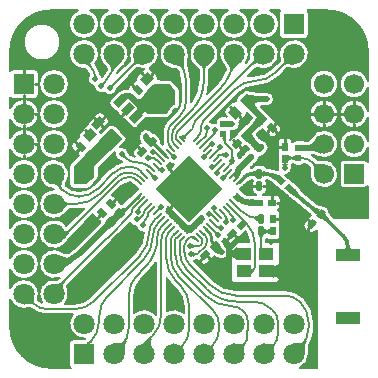
<source format=gtl>
G04 Layer: TopLayer*
G04 EasyEDA Pro v2.2.39.2, 2025-05-28 23:54:08*
G04 Gerber Generator version 0.3*
G04 Scale: 100 percent, Rotated: No, Reflected: No*
G04 Dimensions in millimeters*
G04 Leading zeros omitted, absolute positions, 4 integers and 5 decimals*
G04 Generated by one-click*
%FSLAX45Y45*%
%MOMM*%
%AMRect*21,1,$1,$2,0,0,$3*%
%AMRoundRect*1,1,$1,$2,$3*1,1,$1,$4,$5*1,1,$1,0-$2,0-$3*1,1,$1,0-$4,0-$5*20,1,$1,$2,$3,$4,$5,0*20,1,$1,$4,$5,0-$2,0-$3,0*20,1,$1,0-$2,0-$3,0-$4,0-$5,0*20,1,$1,0-$4,0-$5,$2,$3,0*4,1,4,$2,$3,$4,$5,0-$2,0-$3,0-$4,0-$5,$2,$3,0*%
%ADD10C,0.2032*%
%ADD11C,0.254*%
%ADD12Rect,0.79009X0.54X45.0*%
%ADD13R,0.54X0.79009*%
%ADD14Rect,0.79009X0.54X135.0*%
%ADD15R,0.79009X0.54*%
%ADD16Rect,0.7963X0.54X140.0*%
%ADD17Rect,0.79009X0.54X140.0*%
%ADD18RoundRect,0.162X0.08842X-0.35571X-0.35571X0.08842*%
%ADD19RoundRect,0.27X-0.135X-0.26005X-0.135X0.26005*%
%ADD20RoundRect,0.27X-0.27934X-0.08842X0.08842X0.27934*%
%ADD21RoundRect,0.27X-0.27057X-0.11243X0.06374X0.28598*%
%ADD22Rect,1.0X0.6X45.0*%
%ADD23R,2.0X1.0*%
%ADD24Rect,0.665X0.2X45.0*%
%ADD25Rect,0.2X0.665X45.0*%
%ADD26Rect,3.99999X3.99999X45.0*%
%ADD27R,1.2X1.1*%
%ADD28RoundRect,0.162X-0.189X-0.20183X-0.189X0.20183*%
%ADD29C,1.8*%
%ADD30R,1.8X1.8*%
%ADD31R,1.7X1.7*%
%ADD32C,1.7*%
%ADD33Rect,0.8X0.9X135.0*%
%ADD34Rect,0.8X0.9X45.0*%
%ADD35C,0.5*%
%ADD36C,0.6096*%
%ADD37C,0.508*%
%ADD38C,0.35052*%
G75*


G04 Copper Start*
G36*
G01X-576374Y428034D02*
G01X-811121Y193287D01*
G01X-885652Y267819D01*
G01X-655568Y497903D01*
G01X-646243Y497903D01*
G01X-576374Y428034D01*
G37*
G36*
G01X-496161Y602831D02*
G01X-496161Y604345D01*
G01X-433390Y667116D01*
G01X-426902Y675989D01*
G01X-423411Y686411D01*
G01X-423245Y697401D01*
G01X-426420Y707923D01*
G01X-426420Y750156D01*
G01X-423561Y753015D01*
G01X-414211Y754195D01*
G01X-405493Y757774D01*
G01X-398011Y763503D01*
G01X-359827Y801688D01*
G01X-354097Y809170D01*
G01X-350519Y817888D01*
G01X-349338Y827238D01*
G01X-295548Y881028D01*
G01X-227276Y812757D01*
G01X-464140Y575893D01*
G01X-466217Y572887D01*
G01X-496161Y602831D01*
G37*
G36*
G01X-966061Y49379D02*
G01X-966061Y186261D01*
G01X-887871Y264451D01*
G01X-809709Y186288D01*
G01X-809709Y105799D01*
G01X-866129Y49379D01*
G01X-966061Y49379D01*
G37*
G36*
G01X-157583Y702466D02*
G01X-165478Y691592D01*
G01X-170792Y679250D01*
G01X-173266Y666042D01*
G01X-193029Y646279D01*
G01X-342709Y646279D01*
G01X-370649Y674219D01*
G01X-286751Y758117D01*
G01X-284549Y761413D01*
G01X-283775Y765301D01*
G01X-283775Y880258D01*
G01X-167928Y880258D01*
G01X-122781Y835110D01*
G01X-122781Y721478D01*
G01X-135700Y717783D01*
G01X-147493Y711341D01*
G01X-157583Y702466D01*
G37*
G36*
G01X-1511907Y-840587D02*
G01X-1511907Y-681176D01*
G01X-1502074Y-700460D01*
G01X-1489082Y-717773D01*
G01X-1473314Y-732604D01*
G01X-1455237Y-744512D01*
G01X-1435387Y-753145D01*
G01X-1414351Y-758247D01*
G01X-1392751Y-759669D01*
G01X-1371227Y-757367D01*
G01X-1350417Y-751409D01*
G01X-1330936Y-741972D01*
G01X-1313361Y-729336D01*
G01X-1298211Y-713874D01*
G01X-1285937Y-696045D01*
G01X-1276900Y-676375D01*
G01X-1271369Y-655447D01*
G01X-1269507Y-633881D01*
G01X-1271369Y-612315D01*
G01X-1276900Y-591387D01*
G01X-1285937Y-571717D01*
G01X-1298211Y-553888D01*
G01X-1313361Y-538426D01*
G01X-1330936Y-525790D01*
G01X-1350417Y-516353D01*
G01X-1371227Y-510396D01*
G01X-1392751Y-508094D01*
G01X-1414351Y-509515D01*
G01X-1435387Y-514618D01*
G01X-1455237Y-523251D01*
G01X-1473314Y-535159D01*
G01X-1489082Y-549989D01*
G01X-1502074Y-567302D01*
G01X-1511907Y-586587D01*
G01X-1511907Y-427176D01*
G01X-1502074Y-446460D01*
G01X-1489082Y-463773D01*
G01X-1473314Y-478604D01*
G01X-1455237Y-490512D01*
G01X-1435387Y-499145D01*
G01X-1414351Y-504247D01*
G01X-1392751Y-505669D01*
G01X-1371227Y-503367D01*
G01X-1350417Y-497409D01*
G01X-1330936Y-487972D01*
G01X-1313361Y-475336D01*
G01X-1298211Y-459874D01*
G01X-1285937Y-442045D01*
G01X-1276900Y-422375D01*
G01X-1271369Y-401447D01*
G01X-1269507Y-379881D01*
G01X-1271369Y-358315D01*
G01X-1276900Y-337387D01*
G01X-1285937Y-317717D01*
G01X-1298211Y-299888D01*
G01X-1313361Y-284426D01*
G01X-1330936Y-271790D01*
G01X-1350417Y-262353D01*
G01X-1371227Y-256396D01*
G01X-1392751Y-254094D01*
G01X-1414351Y-255515D01*
G01X-1435387Y-260618D01*
G01X-1455237Y-269251D01*
G01X-1473314Y-281159D01*
G01X-1489082Y-295989D01*
G01X-1502074Y-313302D01*
G01X-1511907Y-332587D01*
G01X-1511907Y-173176D01*
G01X-1502074Y-192460D01*
G01X-1489082Y-209773D01*
G01X-1473314Y-224604D01*
G01X-1455237Y-236512D01*
G01X-1435387Y-245145D01*
G01X-1414351Y-250247D01*
G01X-1392751Y-251669D01*
G01X-1371227Y-249367D01*
G01X-1350417Y-243409D01*
G01X-1330936Y-233972D01*
G01X-1313361Y-221336D01*
G01X-1298211Y-205874D01*
G01X-1285937Y-188045D01*
G01X-1276900Y-168375D01*
G01X-1271369Y-147447D01*
G01X-1269507Y-125881D01*
G01X-1271369Y-104315D01*
G01X-1276900Y-83387D01*
G01X-1285937Y-63717D01*
G01X-1298211Y-45888D01*
G01X-1313361Y-30426D01*
G01X-1330936Y-17790D01*
G01X-1350417Y-8353D01*
G01X-1371227Y-2396D01*
G01X-1392751Y-94D01*
G01X-1414351Y-1515D01*
G01X-1435387Y-6618D01*
G01X-1455237Y-15251D01*
G01X-1473314Y-27159D01*
G01X-1489082Y-41989D01*
G01X-1502074Y-59302D01*
G01X-1511907Y-78587D01*
G01X-1511907Y80824D01*
G01X-1502074Y61540D01*
G01X-1489082Y44227D01*
G01X-1473314Y29396D01*
G01X-1455237Y17488D01*
G01X-1435387Y8855D01*
G01X-1414351Y3753D01*
G01X-1392751Y2331D01*
G01X-1371227Y4633D01*
G01X-1350417Y10591D01*
G01X-1330936Y20028D01*
G01X-1313361Y32664D01*
G01X-1298211Y48126D01*
G01X-1285937Y65955D01*
G01X-1276900Y85625D01*
G01X-1271369Y106553D01*
G01X-1269507Y128119D01*
G01X-1271369Y149685D01*
G01X-1276900Y170613D01*
G01X-1285937Y190283D01*
G01X-1298211Y208112D01*
G01X-1313361Y223574D01*
G01X-1330936Y236210D01*
G01X-1350417Y245647D01*
G01X-1371227Y251604D01*
G01X-1392751Y253906D01*
G01X-1414351Y252485D01*
G01X-1435387Y247382D01*
G01X-1455237Y238749D01*
G01X-1473314Y226841D01*
G01X-1489082Y212011D01*
G01X-1502074Y194698D01*
G01X-1511907Y175413D01*
G01X-1511907Y334824D01*
G01X-1502074Y315540D01*
G01X-1489082Y298227D01*
G01X-1473314Y283396D01*
G01X-1455237Y271488D01*
G01X-1435387Y262855D01*
G01X-1414351Y257753D01*
G01X-1392751Y256331D01*
G01X-1371227Y258633D01*
G01X-1350417Y264591D01*
G01X-1330936Y274028D01*
G01X-1313361Y286664D01*
G01X-1298211Y302126D01*
G01X-1285937Y319955D01*
G01X-1276900Y339625D01*
G01X-1271369Y360553D01*
G01X-1269507Y382119D01*
G01X-1267134Y382119D01*
G01X-1265223Y360272D01*
G01X-1259547Y339088D01*
G01X-1250279Y319212D01*
G01X-1237700Y301247D01*
G01X-1222192Y285740D01*
G01X-1204227Y273161D01*
G01X-1184351Y263893D01*
G01X-1163168Y258216D01*
G01X-1141321Y256305D01*
G01X-1119473Y258216D01*
G01X-1098290Y263893D01*
G01X-1078414Y273161D01*
G01X-1060449Y285740D01*
G01X-1044942Y301247D01*
G01X-1032363Y319212D01*
G01X-1023094Y339088D01*
G01X-1017418Y360272D01*
G01X-1015507Y382119D01*
G01X-1017418Y403966D01*
G01X-1023094Y425150D01*
G01X-1032363Y445026D01*
G01X-1044942Y462990D01*
G01X-1060449Y478498D01*
G01X-1078414Y491077D01*
G01X-1098290Y500345D01*
G01X-1119473Y506021D01*
G01X-1141321Y507933D01*
G01X-1141321Y507933D01*
G01X-1163168Y506021D01*
G01X-1184351Y500345D01*
G01X-1204227Y491077D01*
G01X-1222192Y478498D01*
G01X-1237700Y462990D01*
G01X-1250279Y445026D01*
G01X-1259547Y425150D01*
G01X-1265223Y403966D01*
G01X-1267134Y382119D01*
G01X-1269507Y382119D01*
G01X-1271369Y403685D01*
G01X-1276900Y424613D01*
G01X-1285937Y444283D01*
G01X-1298211Y462112D01*
G01X-1313361Y477574D01*
G01X-1330936Y490210D01*
G01X-1350417Y499647D01*
G01X-1371227Y505604D01*
G01X-1392751Y507906D01*
G01X-1414351Y506485D01*
G01X-1435387Y501382D01*
G01X-1455237Y492749D01*
G01X-1473314Y480841D01*
G01X-1489082Y466011D01*
G01X-1502074Y448698D01*
G01X-1511907Y429413D01*
G01X-1511907Y588824D01*
G01X-1502074Y569540D01*
G01X-1489082Y552227D01*
G01X-1473314Y537396D01*
G01X-1455237Y525488D01*
G01X-1435387Y516855D01*
G01X-1414351Y511753D01*
G01X-1392751Y510331D01*
G01X-1371227Y512633D01*
G01X-1350417Y518591D01*
G01X-1330936Y528028D01*
G01X-1313361Y540664D01*
G01X-1298211Y556126D01*
G01X-1285937Y573955D01*
G01X-1276900Y593625D01*
G01X-1271369Y614553D01*
G01X-1269507Y636119D01*
G01X-1269507Y636119D01*
G01X-1267134Y636119D01*
G01X-1265223Y614272D01*
G01X-1259547Y593088D01*
G01X-1250279Y573212D01*
G01X-1237700Y555247D01*
G01X-1222192Y539740D01*
G01X-1204227Y527161D01*
G01X-1184351Y517893D01*
G01X-1163168Y512216D01*
G01X-1141321Y510305D01*
G01X-1119473Y512216D01*
G01X-1098290Y517893D01*
G01X-1078414Y527161D01*
G01X-1060449Y539740D01*
G01X-1044942Y555247D01*
G01X-1032363Y573212D01*
G01X-1023094Y593088D01*
G01X-1017418Y614272D01*
G01X-1015507Y636119D01*
G01X-1017418Y657966D01*
G01X-1023094Y679150D01*
G01X-1032363Y699026D01*
G01X-1044942Y716990D01*
G01X-1060449Y732498D01*
G01X-1078414Y745077D01*
G01X-1098290Y754345D01*
G01X-1119473Y760021D01*
G01X-1141321Y761933D01*
G01X-1141321Y761933D01*
G01X-1163168Y760021D01*
G01X-1184351Y754345D01*
G01X-1204227Y745077D01*
G01X-1222192Y732498D01*
G01X-1237700Y716990D01*
G01X-1250279Y699026D01*
G01X-1259547Y679150D01*
G01X-1265223Y657966D01*
G01X-1267134Y636119D01*
G01X-1269507Y636119D01*
G01X-1271369Y657685D01*
G01X-1276900Y678613D01*
G01X-1285937Y698283D01*
G01X-1298211Y716112D01*
G01X-1313361Y731574D01*
G01X-1330936Y744210D01*
G01X-1350417Y753647D01*
G01X-1371227Y759604D01*
G01X-1392751Y761906D01*
G01X-1414351Y760485D01*
G01X-1435387Y755382D01*
G01X-1455237Y746749D01*
G01X-1473314Y734841D01*
G01X-1489082Y720011D01*
G01X-1502074Y702698D01*
G01X-1511907Y683413D01*
G01X-1511907Y776123D01*
G01X-1504275Y769732D01*
G01X-1495178Y765689D01*
G01X-1485320Y764305D01*
G01X-1305321Y764305D01*
G01X-1294254Y766058D01*
G01X-1284270Y771145D01*
G01X-1276347Y779068D01*
G01X-1271260Y789052D01*
G01X-1269507Y800119D01*
G01X-1269507Y890119D01*
G01X-1267134Y890119D01*
G01X-1265223Y868272D01*
G01X-1259547Y847088D01*
G01X-1250279Y827212D01*
G01X-1237700Y809247D01*
G01X-1222192Y793740D01*
G01X-1204227Y781161D01*
G01X-1184351Y771893D01*
G01X-1163168Y766216D01*
G01X-1141321Y764305D01*
G01X-1119473Y766216D01*
G01X-1098290Y771893D01*
G01X-1078414Y781161D01*
G01X-1060449Y793740D01*
G01X-1044942Y809247D01*
G01X-1032363Y827212D01*
G01X-1023094Y847088D01*
G01X-1017418Y868272D01*
G01X-1015507Y890119D01*
G01X-1017418Y911966D01*
G01X-1023094Y933150D01*
G01X-1032363Y953026D01*
G01X-1044942Y970990D01*
G01X-1060449Y986498D01*
G01X-1078414Y999077D01*
G01X-1098290Y1008345D01*
G01X-1119473Y1014021D01*
G01X-1141321Y1015933D01*
G01X-1141321Y1015933D01*
G01X-1163168Y1014021D01*
G01X-1184351Y1008345D01*
G01X-1204227Y999077D01*
G01X-1222192Y986498D01*
G01X-1237700Y970990D01*
G01X-1250279Y953026D01*
G01X-1259547Y933150D01*
G01X-1265223Y911966D01*
G01X-1267134Y890119D01*
G01X-1269507Y890119D01*
G01X-1269507Y980119D01*
G01X-1271260Y991186D01*
G01X-1276347Y1001170D01*
G01X-1284270Y1009093D01*
G01X-1294254Y1014180D01*
G01X-1305321Y1015933D01*
G01X-1485320Y1015933D01*
G01X-1495178Y1014549D01*
G01X-1504275Y1010506D01*
G01X-1511907Y1004115D01*
G01X-1511907Y1168410D01*
G01X-1510016Y1204492D01*
G01X-1504364Y1240178D01*
G01X-1502952Y1245448D01*
G01X-1398464Y1245448D01*
G01X-1396546Y1221074D01*
G01X-1390838Y1197299D01*
G01X-1381481Y1174710D01*
G01X-1368706Y1153863D01*
G01X-1352827Y1135271D01*
G01X-1334235Y1119392D01*
G01X-1313388Y1106617D01*
G01X-1290799Y1097260D01*
G01X-1267025Y1091553D01*
G01X-1242650Y1089634D01*
G01X-1218275Y1091553D01*
G01X-1194501Y1097260D01*
G01X-1171912Y1106617D01*
G01X-1151065Y1119392D01*
G01X-1132473Y1135271D01*
G01X-1117372Y1152953D01*
G01X-1012824Y1152953D01*
G01X-1012487Y1131371D01*
G01X-1008466Y1110165D01*
G01X-1000880Y1089958D01*
G01X-989951Y1071345D01*
G01X-976002Y1054874D01*
G01X-959443Y1041029D01*
G01X-940762Y1030219D01*
G01X-920507Y1022761D01*
G01X-899276Y1018874D01*
G01X-877693Y1018674D01*
G01X-863395Y1004376D01*
G01X-854202Y993474D01*
G01X-846983Y981175D01*
G01X-841946Y967834D01*
G01X-849375Y954305D01*
G01X-853159Y939341D01*
G01X-853053Y923907D01*
G01X-849066Y908997D01*
G01X-841453Y895571D01*
G01X-830705Y884493D01*
G01X-817515Y876478D01*
G01X-802732Y872042D01*
G01X-800300Y857658D01*
G01X-794513Y844268D01*
G01X-785703Y832640D01*
G01X-774377Y823445D01*
G01X-761188Y817212D01*
G01X-746894Y814300D01*
G01X-732317Y814875D01*
G01X-718297Y818905D01*
G01X-708265Y808165D01*
G01X-695949Y800145D01*
G01X-682070Y795314D01*
G01X-667436Y793953D01*
G01X-652904Y796142D01*
G01X-639321Y801754D01*
G01X-627481Y810461D01*
G01X-618075Y821753D01*
G01X-611653Y834973D01*
G01X-608590Y849346D01*
G01X-608528Y849894D01*
G01X-436684Y1021738D01*
G01X-434210Y1021986D01*
G01X-430803Y1022102D01*
G01X-420838Y1021773D01*
G01X-397289Y1019595D01*
G01X-376039Y1018348D01*
G01X-439085Y955302D01*
G01X-445113Y947289D01*
G01X-448683Y937919D01*
G01X-449515Y927926D01*
G01X-447545Y918094D01*
G01X-457694Y914575D01*
G01X-466343Y908204D01*
G01X-504527Y870020D01*
G01X-511242Y860700D01*
G01X-514661Y849733D01*
G01X-539407Y849733D01*
G01X-552826Y848244D01*
G01X-565593Y843849D01*
G01X-577086Y836762D01*
G01X-585997Y833182D01*
G01X-593637Y827364D01*
G01X-664347Y756653D01*
G01X-664347Y756653D01*
G01X-670934Y747588D01*
G01X-674396Y736931D01*
G01X-674396Y725726D01*
G01X-670934Y715070D01*
G01X-664347Y706004D01*
G01X-621921Y663578D01*
G01X-614707Y658005D01*
G01X-606320Y654433D01*
G01X-602748Y646046D01*
G01X-597175Y638832D01*
G01X-554749Y596406D01*
G01X-548101Y591171D01*
G01X-540410Y587643D01*
G01X-536881Y579949D01*
G01X-531645Y573298D01*
G01X-482280Y523933D01*
G01X-473076Y517277D01*
G01X-462251Y513837D01*
G01X-450893Y513960D01*
G01X-440145Y517634D01*
G01X-431088Y524489D01*
G01X-424632Y533835D01*
G01X-421429Y544733D01*
G01X-366217Y599944D01*
G01X-362736Y603988D01*
G01X-355038Y601238D01*
G01X-346917Y600305D01*
G01X-188821Y600305D01*
G01X-179551Y601525D01*
G01X-170914Y605103D01*
G01X-163496Y610795D01*
G01X-87296Y686995D01*
G01X-81605Y694412D01*
G01X-78027Y703050D01*
G01X-76807Y712319D01*
G01X-76807Y839319D01*
G01X-78027Y848588D01*
G01X-81605Y857226D01*
G01X-87296Y864643D01*
G01X-138395Y915742D01*
G01X-145813Y921434D01*
G01X-154450Y925011D01*
G01X-163720Y926232D01*
G01X-234291Y926232D01*
G01X-242022Y929258D01*
G01X-250241Y930422D01*
G01X-258508Y929663D01*
G01X-258010Y941455D01*
G01X-261372Y952768D01*
G01X-268228Y962374D01*
G01X-324796Y1018942D01*
G01X-329741Y1023068D01*
G01X-335344Y1026241D01*
G01X-315707Y1035572D01*
G01X-297969Y1048145D01*
G01X-282660Y1063584D01*
G01X-270239Y1081427D01*
G01X-261074Y1101143D01*
G01X-255441Y1122142D01*
G01X-253507Y1143798D01*
G01X-255330Y1165463D01*
G01X-260856Y1186490D01*
G01X-269920Y1206253D01*
G01X-282250Y1224160D01*
G01X-297480Y1239676D01*
G01X-315153Y1252339D01*
G01X-334743Y1261771D01*
G01X-355663Y1267689D01*
G01X-377291Y1269916D01*
G01X-398978Y1268387D01*
G01X-420079Y1263148D01*
G01X-439963Y1254353D01*
G01X-458035Y1242267D01*
G01X-473758Y1227250D01*
G01X-486659Y1209750D01*
G01X-496356Y1190291D01*
G01X-502557Y1169452D01*
G01X-505079Y1147857D01*
G01X-503845Y1126151D01*
G01X-501666Y1102601D01*
G01X-501337Y1092637D01*
G01X-501453Y1089230D01*
G01X-501701Y1086755D01*
G01X-609157Y979299D01*
G01X-606856Y984696D01*
G01X-604073Y990410D01*
G01X-601284Y995437D01*
G01X-598704Y999540D01*
G01X-592370Y1008014D01*
G01X-585392Y1015720D01*
G01X-576941Y1023941D01*
G01X-566900Y1033220D01*
G01X-566654Y1033450D01*
G01X-555431Y1044019D01*
G01X-554516Y1044912D01*
G01X-545619Y1053910D01*
G01X-530919Y1071023D01*
G01X-519510Y1090487D01*
G01X-511762Y1111675D01*
G01X-507922Y1133907D01*
G01X-508114Y1156467D01*
G01X-512332Y1178629D01*
G01X-520441Y1199682D01*
G01X-532179Y1218949D01*
G01X-547169Y1235809D01*
G01X-564930Y1249721D01*
G01X-584890Y1260238D01*
G01X-606407Y1267020D01*
G01X-628789Y1269851D01*
G01X-651317Y1268639D01*
G01X-673266Y1263423D01*
G01X-693931Y1254371D01*
G01X-712647Y1241773D01*
G01X-728813Y1226036D01*
G01X-741907Y1207664D01*
G01X-751510Y1187250D01*
G01X-757313Y1165448D01*
G01X-759129Y1142961D01*
G01X-756900Y1120511D01*
G01X-750696Y1098819D01*
G01X-740719Y1078585D01*
G01X-727288Y1060458D01*
G01X-711061Y1041575D01*
G01X-703370Y1032058D01*
G01X-700703Y1028344D01*
G01X-698508Y1024894D01*
G01X-696934Y1021971D01*
G01X-695921Y1019609D01*
G01X-695355Y1017774D01*
G01X-695094Y1016327D01*
G01X-695031Y1015007D01*
G01X-695165Y1013464D01*
G01X-695632Y1011359D01*
G01X-696979Y1007569D01*
G01X-707273Y986559D01*
G01X-719729Y966754D01*
G01X-734208Y948375D01*
G01X-739357Y961084D01*
G01X-747224Y972316D01*
G01X-747494Y972648D01*
G01X-748617Y974960D01*
G01X-749830Y978515D01*
G01X-751119Y983606D01*
G01X-757414Y1005074D01*
G01X-766380Y1025569D01*
G01X-777873Y1044763D01*
G01X-791707Y1062344D01*
G01X-779137Y1079890D01*
G01X-769750Y1099326D01*
G01X-763824Y1120081D01*
G01X-761533Y1141543D01*
G01X-762944Y1163081D01*
G01X-768015Y1184061D01*
G01X-776598Y1203865D01*
G01X-788439Y1221911D01*
G01X-803191Y1237667D01*
G01X-820418Y1250670D01*
G01X-839615Y1260537D01*
G01X-860216Y1266978D01*
G01X-881614Y1269803D01*
G01X-903180Y1268929D01*
G01X-924280Y1264382D01*
G01X-944292Y1256295D01*
G01X-962627Y1244906D01*
G01X-978745Y1230551D01*
G01X-992173Y1213653D01*
G01X-1002515Y1194708D01*
G01X-1009467Y1174274D01*
G01X-1012824Y1152953D01*
G01X-1117372Y1152953D01*
G01X-1116594Y1153863D01*
G01X-1103819Y1174710D01*
G01X-1094462Y1197299D01*
G01X-1088754Y1221074D01*
G01X-1086836Y1245448D01*
G01X-1088754Y1269823D01*
G01X-1094462Y1293598D01*
G01X-1103819Y1316186D01*
G01X-1116594Y1337034D01*
G01X-1132473Y1355626D01*
G01X-1151065Y1371505D01*
G01X-1171912Y1384280D01*
G01X-1194501Y1393636D01*
G01X-1218275Y1399344D01*
G01X-1242650Y1401262D01*
G01X-1267025Y1399344D01*
G01X-1290799Y1393636D01*
G01X-1313388Y1384280D01*
G01X-1334235Y1371505D01*
G01X-1352827Y1355626D01*
G01X-1368706Y1337034D01*
G01X-1381481Y1316186D01*
G01X-1390838Y1293598D01*
G01X-1396546Y1269823D01*
G01X-1398464Y1245448D01*
G01X-1398464Y1245448D01*
G01X-1502952Y1245448D01*
G01X-1495012Y1275079D01*
G01X-1482064Y1308810D01*
G01X-1465661Y1341003D01*
G01X-1445982Y1371305D01*
G01X-1423244Y1399385D01*
G01X-1397695Y1424933D01*
G01X-1369616Y1447672D01*
G01X-1339314Y1467350D01*
G01X-1307121Y1483753D01*
G01X-1273389Y1496702D01*
G01X-1238489Y1506053D01*
G01X-1202803Y1511705D01*
G01X-1166721Y1513596D01*
G01X-937262Y1513596D01*
G01X-956167Y1503425D01*
G01X-973067Y1490187D01*
G01X-987472Y1474269D01*
G01X-998960Y1456134D01*
G01X-1007198Y1436310D01*
G01X-1011945Y1415374D01*
G01X-1013065Y1393936D01*
G01X-1010523Y1372619D01*
G01X-1004394Y1352045D01*
G01X-994857Y1332812D01*
G01X-982189Y1315481D01*
G01X-966759Y1300555D01*
G01X-949016Y1288470D01*
G01X-929477Y1279578D01*
G01X-908710Y1274137D01*
G01X-887321Y1272305D01*
G01X-865931Y1274137D01*
G01X-845165Y1279578D01*
G01X-825625Y1288470D01*
G01X-807882Y1300555D01*
G01X-792452Y1315481D01*
G01X-779784Y1332812D01*
G01X-770247Y1352045D01*
G01X-764118Y1372619D01*
G01X-761576Y1393936D01*
G01X-762696Y1415374D01*
G01X-767443Y1436310D01*
G01X-775681Y1456134D01*
G01X-787170Y1474269D01*
G01X-801574Y1490187D01*
G01X-818474Y1503425D01*
G01X-837379Y1513596D01*
G01X-683262Y1513596D01*
G01X-702167Y1503425D01*
G01X-719067Y1490187D01*
G01X-733472Y1474269D01*
G01X-744960Y1456134D01*
G01X-753198Y1436310D01*
G01X-757945Y1415374D01*
G01X-759065Y1393936D01*
G01X-756523Y1372619D01*
G01X-750394Y1352045D01*
G01X-740857Y1332812D01*
G01X-728189Y1315481D01*
G01X-712759Y1300555D01*
G01X-695016Y1288470D01*
G01X-675477Y1279578D01*
G01X-654710Y1274137D01*
G01X-633321Y1272305D01*
G01X-611931Y1274137D01*
G01X-591165Y1279578D01*
G01X-571625Y1288470D01*
G01X-553882Y1300555D01*
G01X-538452Y1315481D01*
G01X-525784Y1332812D01*
G01X-516247Y1352045D01*
G01X-510118Y1372619D01*
G01X-507576Y1393936D01*
G01X-508696Y1415374D01*
G01X-513443Y1436310D01*
G01X-521681Y1456134D01*
G01X-533170Y1474269D01*
G01X-547574Y1490187D01*
G01X-564474Y1503425D01*
G01X-583379Y1513596D01*
G01X-429262Y1513596D01*
G01X-448167Y1503425D01*
G01X-465067Y1490187D01*
G01X-479472Y1474269D01*
G01X-490960Y1456134D01*
G01X-499198Y1436310D01*
G01X-503945Y1415374D01*
G01X-505065Y1393936D01*
G01X-502523Y1372619D01*
G01X-496394Y1352045D01*
G01X-486857Y1332812D01*
G01X-474189Y1315481D01*
G01X-458759Y1300555D01*
G01X-441016Y1288470D01*
G01X-421477Y1279578D01*
G01X-400710Y1274137D01*
G01X-379321Y1272305D01*
G01X-357931Y1274137D01*
G01X-337165Y1279578D01*
G01X-317625Y1288470D01*
G01X-299882Y1300555D01*
G01X-284452Y1315481D01*
G01X-271784Y1332812D01*
G01X-262247Y1352045D01*
G01X-256118Y1372619D01*
G01X-253576Y1393936D01*
G01X-254696Y1415374D01*
G01X-259443Y1436310D01*
G01X-267681Y1456134D01*
G01X-279170Y1474269D01*
G01X-293574Y1490187D01*
G01X-310474Y1503425D01*
G01X-329379Y1513596D01*
G01X-175262Y1513596D01*
G01X-194167Y1503425D01*
G01X-211067Y1490187D01*
G01X-225472Y1474269D01*
G01X-236960Y1456134D01*
G01X-245198Y1436310D01*
G01X-249945Y1415374D01*
G01X-251065Y1393936D01*
G01X-248523Y1372619D01*
G01X-242394Y1352045D01*
G01X-232857Y1332812D01*
G01X-220189Y1315481D01*
G01X-204759Y1300555D01*
G01X-187016Y1288470D01*
G01X-167477Y1279578D01*
G01X-146710Y1274137D01*
G01X-125321Y1272305D01*
G01X-103931Y1274137D01*
G01X-83165Y1279578D01*
G01X-63625Y1288470D01*
G01X-45882Y1300555D01*
G01X-30452Y1315481D01*
G01X-17784Y1332812D01*
G01X-8247Y1352045D01*
G01X-2118Y1372619D01*
G01X424Y1393936D01*
G01X-696Y1415374D01*
G01X-5443Y1436310D01*
G01X-13681Y1456134D01*
G01X-25170Y1474269D01*
G01X-39574Y1490187D01*
G01X-56474Y1503425D01*
G01X-75379Y1513596D01*
G01X78738Y1513596D01*
G01X59833Y1503425D01*
G01X42933Y1490187D01*
G01X28528Y1474269D01*
G01X17040Y1456134D01*
G01X8802Y1436310D01*
G01X4055Y1415374D01*
G01X2935Y1393936D01*
G01X5477Y1372619D01*
G01X11606Y1352045D01*
G01X21143Y1332812D01*
G01X33811Y1315481D01*
G01X49241Y1300555D01*
G01X66984Y1288470D01*
G01X86523Y1279578D01*
G01X107290Y1274137D01*
G01X128679Y1272305D01*
G01X150069Y1274137D01*
G01X170835Y1279578D01*
G01X190375Y1288470D01*
G01X208118Y1300555D01*
G01X223548Y1315481D01*
G01X236216Y1332812D01*
G01X245753Y1352045D01*
G01X251882Y1372619D01*
G01X254424Y1393936D01*
G01X253304Y1415374D01*
G01X248557Y1436310D01*
G01X240319Y1456134D01*
G01X228830Y1474269D01*
G01X214426Y1490187D01*
G01X197526Y1503425D01*
G01X178621Y1513596D01*
G01X332738Y1513596D01*
G01X313833Y1503425D01*
G01X296933Y1490187D01*
G01X282528Y1474269D01*
G01X271040Y1456134D01*
G01X262802Y1436310D01*
G01X258055Y1415374D01*
G01X256935Y1393936D01*
G01X259477Y1372619D01*
G01X265606Y1352045D01*
G01X275143Y1332812D01*
G01X287811Y1315481D01*
G01X303241Y1300555D01*
G01X320984Y1288470D01*
G01X340523Y1279578D01*
G01X361290Y1274137D01*
G01X382679Y1272305D01*
G01X404069Y1274137D01*
G01X424835Y1279578D01*
G01X444375Y1288470D01*
G01X462118Y1300555D01*
G01X477548Y1315481D01*
G01X490216Y1332812D01*
G01X499753Y1352045D01*
G01X505882Y1372619D01*
G01X508424Y1393936D01*
G01X507304Y1415374D01*
G01X502557Y1436310D01*
G01X494319Y1456134D01*
G01X482830Y1474269D01*
G01X468426Y1490187D01*
G01X451526Y1503425D01*
G01X432621Y1513596D01*
G01X586738Y1513596D01*
G01X567833Y1503425D01*
G01X550933Y1490187D01*
G01X536528Y1474269D01*
G01X525040Y1456134D01*
G01X516802Y1436310D01*
G01X512055Y1415374D01*
G01X510935Y1393936D01*
G01X513477Y1372619D01*
G01X519606Y1352045D01*
G01X529143Y1332812D01*
G01X541811Y1315481D01*
G01X557241Y1300555D01*
G01X574984Y1288470D01*
G01X594523Y1279578D01*
G01X615290Y1274137D01*
G01X636679Y1272305D01*
G01X658069Y1274137D01*
G01X678835Y1279578D01*
G01X698375Y1288470D01*
G01X716118Y1300555D01*
G01X731548Y1315481D01*
G01X744216Y1332812D01*
G01X753753Y1352045D01*
G01X759882Y1372619D01*
G01X762424Y1393936D01*
G01X761304Y1415374D01*
G01X756557Y1436310D01*
G01X748319Y1456134D01*
G01X736830Y1474269D01*
G01X722426Y1490187D01*
G01X705526Y1503425D01*
G01X686621Y1513596D01*
G01X775509Y1513596D01*
G01X769736Y1506151D01*
G01X766105Y1497458D01*
G01X764866Y1488119D01*
G01X764866Y1308119D01*
G01X766618Y1297052D01*
G01X771705Y1287068D01*
G01X779629Y1279145D01*
G01X789612Y1274058D01*
G01X800680Y1272305D01*
G01X980679Y1272305D01*
G01X991746Y1274058D01*
G01X1001730Y1279145D01*
G01X1009653Y1287068D01*
G01X1014740Y1297052D01*
G01X1016493Y1308119D01*
G01X1016493Y1488119D01*
G01X1015254Y1497458D01*
G01X1011622Y1506151D01*
G01X1005850Y1513596D01*
G01X1170583Y1513596D01*
G01X1206665Y1511705D01*
G01X1242352Y1506053D01*
G01X1277252Y1496702D01*
G01X1310983Y1483753D01*
G01X1343176Y1467350D01*
G01X1373479Y1447672D01*
G01X1401558Y1424933D01*
G01X1427107Y1399385D01*
G01X1449845Y1371305D01*
G01X1469523Y1341003D01*
G01X1485926Y1308810D01*
G01X1498875Y1275079D01*
G01X1508226Y1240178D01*
G01X1513878Y1204492D01*
G01X1515769Y1168410D01*
G01X1515769Y919883D01*
G01X1508509Y940452D01*
G01X1497669Y959380D01*
G01X1483602Y976050D01*
G01X1466766Y989919D01*
G01X1447712Y1000535D01*
G01X1427059Y1007552D01*
G01X1405481Y1010741D01*
G01X1383681Y1009998D01*
G01X1362370Y1005347D01*
G01X1342243Y996941D01*
G01X1323955Y985052D01*
G01X1308104Y970069D01*
G01X1295204Y952479D01*
G01X1285678Y932857D01*
G01X1279835Y911842D01*
G01X1277866Y890119D01*
G01X1279835Y868396D01*
G01X1285678Y847380D01*
G01X1295204Y827758D01*
G01X1308104Y810169D01*
G01X1323955Y795186D01*
G01X1342243Y783297D01*
G01X1362370Y774890D01*
G01X1383681Y770240D01*
G01X1405481Y769497D01*
G01X1427059Y772686D01*
G01X1447712Y779702D01*
G01X1466766Y790318D01*
G01X1483602Y804188D01*
G01X1497669Y820858D01*
G01X1508509Y839786D01*
G01X1515769Y860354D01*
G01X1515769Y665883D01*
G01X1508509Y686452D01*
G01X1497669Y705380D01*
G01X1483602Y722050D01*
G01X1466766Y735919D01*
G01X1447712Y746535D01*
G01X1427059Y753552D01*
G01X1405481Y756741D01*
G01X1383681Y755998D01*
G01X1362370Y751347D01*
G01X1342243Y742941D01*
G01X1323955Y731052D01*
G01X1308104Y716069D01*
G01X1295204Y698479D01*
G01X1285678Y678857D01*
G01X1279835Y657842D01*
G01X1277866Y636119D01*
G01X1279835Y614396D01*
G01X1285678Y593380D01*
G01X1295204Y573758D01*
G01X1308104Y556169D01*
G01X1323955Y541186D01*
G01X1342243Y529297D01*
G01X1362370Y520890D01*
G01X1383681Y516240D01*
G01X1405481Y515497D01*
G01X1427059Y518686D01*
G01X1447712Y525702D01*
G01X1466766Y536318D01*
G01X1483602Y550188D01*
G01X1497669Y566858D01*
G01X1508509Y585786D01*
G01X1515769Y606354D01*
G01X1515769Y411883D01*
G01X1508509Y432452D01*
G01X1497669Y451380D01*
G01X1483602Y468050D01*
G01X1466766Y481919D01*
G01X1447712Y492535D01*
G01X1427059Y499552D01*
G01X1405481Y502741D01*
G01X1383681Y501998D01*
G01X1362370Y497347D01*
G01X1342243Y488941D01*
G01X1323955Y477052D01*
G01X1308104Y462069D01*
G01X1295204Y444479D01*
G01X1285678Y424857D01*
G01X1279835Y403842D01*
G01X1277866Y382119D01*
G01X1279835Y360396D01*
G01X1285678Y339380D01*
G01X1295204Y319758D01*
G01X1308104Y302169D01*
G01X1323955Y287186D01*
G01X1342243Y275297D01*
G01X1362370Y266890D01*
G01X1383681Y262240D01*
G01X1405481Y261497D01*
G01X1427059Y264686D01*
G01X1447712Y271702D01*
G01X1466766Y282318D01*
G01X1483602Y296188D01*
G01X1497669Y312858D01*
G01X1508509Y331786D01*
G01X1515769Y352354D01*
G01X1515769Y229021D01*
G01X1510181Y237208D01*
G01X1502562Y243550D01*
G01X1493497Y247561D01*
G01X1483679Y248933D01*
G01X1313680Y248933D01*
G01X1302612Y247180D01*
G01X1292629Y242093D01*
G01X1284705Y234170D01*
G01X1279618Y224186D01*
G01X1277866Y213119D01*
G01X1277866Y43119D01*
G01X1279618Y32052D01*
G01X1284705Y22068D01*
G01X1292629Y14145D01*
G01X1302612Y9058D01*
G01X1313680Y7305D01*
G01X1483679Y7305D01*
G01X1493497Y8677D01*
G01X1502562Y12688D01*
G01X1510181Y19030D01*
G01X1515769Y27217D01*
G01X1515769Y-240183D01*
G01X1227207Y-240183D01*
G01X1211778Y-224754D01*
G01X1201721Y-213892D01*
G01X1192529Y-202290D01*
G01X1191778Y-190979D01*
G01X1188463Y-180139D01*
G01X1182761Y-170342D01*
G01X1174972Y-162106D01*
G01X1154289Y-144750D01*
G01X1143992Y-138099D01*
G01X1132372Y-134193D01*
G01X1120147Y-133273D01*
G01X1108074Y-135398D01*
G01X1094987Y-129527D01*
G01X1082902Y-121801D01*
G01X1019879Y-72348D01*
G01X959185Y-20064D01*
G01X950242Y-10594D01*
G01X942922Y179D01*
G01X937411Y11982D01*
G01X933110Y20127D01*
G01X926874Y26907D01*
G01X866349Y77693D01*
G01X859930Y81992D01*
G01X852738Y84814D01*
G01X848710Y91406D01*
G01X843362Y96982D01*
G01X818062Y118211D01*
G01X833227Y121067D01*
G01X847185Y127648D01*
G01X859037Y137531D01*
G01X868020Y150079D01*
G01X873555Y164484D01*
G01X875287Y179818D01*
G01X873103Y195094D01*
G01X876230Y203243D01*
G01X877294Y211906D01*
G01X877294Y213016D01*
G01X886650Y205187D01*
G01X897798Y200235D01*
G01X909879Y198540D01*
G01X947680Y198540D01*
G01X960113Y200337D01*
G01X971530Y205581D01*
G01X980994Y213843D01*
G01X992487Y209472D01*
G01X1003082Y203233D01*
G01X1012479Y195302D01*
G01X1026711Y181071D01*
G01X1027102Y175664D01*
G01X1026878Y166977D01*
G01X1024988Y144852D01*
G01X1024960Y144503D01*
G01X1024933Y144144D01*
G01X1023987Y122712D01*
G01X1026846Y101451D01*
G01X1033420Y81030D01*
G01X1043503Y62094D01*
G01X1056775Y45241D01*
G01X1072819Y31000D01*
G01X1091129Y19821D01*
G01X1111128Y12057D01*
G01X1132184Y7953D01*
G01X1153635Y7637D01*
G01X1174802Y11121D01*
G01X1195021Y18293D01*
G01X1213652Y28928D01*
G01X1230108Y42691D01*
G01X1243870Y59147D01*
G01X1254505Y77778D01*
G01X1261678Y97996D01*
G01X1265161Y119164D01*
G01X1264845Y140614D01*
G01X1260741Y161670D01*
G01X1252977Y181669D01*
G01X1241799Y199979D01*
G01X1227558Y216023D01*
G01X1210704Y229296D01*
G01X1191768Y239378D01*
G01X1171348Y245953D01*
G01X1150087Y248812D01*
G01X1128655Y247865D01*
G01X1128296Y247838D01*
G01X1127946Y247810D01*
G01X1105822Y245921D01*
G01X1097134Y245696D01*
G01X1091728Y246088D01*
G01X1077496Y260319D01*
G01X1060096Y275440D01*
G01X1040758Y287986D01*
G01X1056145Y287986D01*
G01X1058419Y287746D01*
G01X1061567Y286915D01*
G01X1066818Y284980D01*
G01X1073325Y282152D01*
G01X1088411Y275015D01*
G01X1088977Y274753D01*
G01X1092278Y273261D01*
G01X1112708Y265612D01*
G01X1134181Y261762D01*
G01X1155996Y261836D01*
G01X1177443Y265832D01*
G01X1197821Y273620D01*
G01X1216466Y284945D01*
G01X1232770Y299439D01*
G01X1246203Y316628D01*
G01X1256325Y335953D01*
G01X1262807Y356783D01*
G01X1265437Y378439D01*
G01X1264130Y400215D01*
G01X1258929Y421401D01*
G01X1250002Y441307D01*
G01X1237641Y459282D01*
G01X1222249Y474742D01*
G01X1204328Y487181D01*
G01X1184462Y496195D01*
G01X1163299Y501489D01*
G01X1141529Y502892D01*
G01X1119861Y500356D01*
G01X1099003Y493965D01*
G01X1079634Y483928D01*
G01X1062386Y470571D01*
G01X1047821Y454330D01*
G01X1036414Y435734D01*
G01X1033207Y429986D01*
G01X1029736Y425112D01*
G01X1025660Y420519D01*
G01X1021297Y416588D01*
G01X1017032Y413600D01*
G01X1012580Y411337D01*
G01X1011676Y411009D01*
G01X1010401Y410671D01*
G01X1009477Y410521D01*
G01X950386Y413195D01*
G01X947680Y413297D01*
G01X909879Y413297D01*
G01X897798Y411603D01*
G01X886650Y406650D01*
G01X877294Y398822D01*
G01X877294Y399932D01*
G01X875541Y410999D01*
G01X870454Y420983D01*
G01X862531Y428906D01*
G01X852547Y433993D01*
G01X841480Y435746D01*
G01X787479Y435746D01*
G01X776412Y433993D01*
G01X766428Y428906D01*
G01X758505Y420983D01*
G01X753418Y410999D01*
G01X751665Y399932D01*
G01X751665Y320923D01*
G01X752499Y313242D01*
G01X754960Y305919D01*
G01X752499Y298596D01*
G01X751665Y290915D01*
G01X751665Y211906D01*
G01X752729Y203243D01*
G01X755856Y195094D01*
G01X753803Y183010D01*
G01X754215Y170759D01*
G01X757076Y158840D01*
G01X717277Y171954D01*
G01X698230Y177214D01*
G01X678729Y180395D01*
G01X658998Y181459D01*
G01X655100Y181938D01*
G01X647284Y192364D01*
G01X637011Y200380D01*
G01X624996Y205424D01*
G01X612080Y207146D01*
G01X585079Y207146D01*
G01X572461Y205504D01*
G01X560682Y200688D01*
G01X550528Y193018D01*
G01X542675Y183005D01*
G01X532900Y181459D01*
G01X522932Y181104D01*
G01X546879Y203530D01*
G01X547965Y204571D01*
G01X584741Y241347D01*
G01X591120Y249193D01*
G01X595766Y258176D01*
G01X598481Y267918D01*
G01X608222Y270633D01*
G01X617205Y275278D01*
G01X625051Y281658D01*
G01X661827Y318434D01*
G01X669664Y328647D01*
G01X674590Y340541D01*
G01X676271Y353304D01*
G01X674590Y366068D01*
G01X669664Y377961D01*
G01X661827Y388174D01*
G01X642735Y407266D01*
G01X632673Y415016D01*
G01X620965Y419938D01*
G01X608388Y421707D01*
G01X594012Y435535D01*
G01X583768Y448183D01*
G01X574791Y461759D01*
G01X598143Y486356D01*
G01X611479Y497642D01*
G01X625862Y507558D01*
G01X628272Y504893D01*
G01X684140Y449025D01*
G01X693205Y442439D01*
G01X703862Y438977D01*
G01X715067Y438977D01*
G01X725724Y442439D01*
G01X734789Y449025D01*
G01X772973Y487209D01*
G01X779559Y496274D01*
G01X783022Y506931D01*
G01X783022Y518136D01*
G01X779559Y528793D01*
G01X772973Y537858D01*
G01X717105Y593726D01*
G01X711085Y598568D01*
G01X704166Y602006D01*
G01X700728Y608924D01*
G01X695887Y614944D01*
G01X674712Y636119D01*
G01X1023866Y636119D01*
G01X1025701Y615140D01*
G01X1031152Y594798D01*
G01X1040052Y575712D01*
G01X1052131Y558461D01*
G01X1067022Y543570D01*
G01X1084273Y531491D01*
G01X1103359Y522591D01*
G01X1123700Y517140D01*
G01X1144679Y515305D01*
G01X1144679Y515305D01*
G01X1165659Y517140D01*
G01X1186000Y522591D01*
G01X1205086Y531491D01*
G01X1222337Y543570D01*
G01X1237228Y558461D01*
G01X1249307Y575712D01*
G01X1258207Y594798D01*
G01X1263658Y615140D01*
G01X1265493Y636119D01*
G01X1263658Y657098D01*
G01X1258207Y677440D01*
G01X1249307Y696526D01*
G01X1237228Y713777D01*
G01X1222337Y728668D01*
G01X1205086Y740747D01*
G01X1186000Y749647D01*
G01X1165659Y755097D01*
G01X1144679Y756933D01*
G01X1123700Y755097D01*
G01X1103359Y749647D01*
G01X1084273Y740747D01*
G01X1067022Y728668D01*
G01X1052131Y713777D01*
G01X1040052Y696526D01*
G01X1031152Y677440D01*
G01X1025701Y657098D01*
G01X1023866Y636119D01*
G01X674712Y636119D01*
G01X640019Y670812D01*
G01X639363Y671451D01*
G01X609579Y700152D01*
G01X609162Y700635D01*
G01X660128Y700635D01*
G01X674777Y702414D01*
G01X688576Y707647D01*
G01X700720Y716030D01*
G01X710506Y727075D01*
G01X717364Y740142D01*
G01X720896Y754470D01*
G01X720896Y769227D01*
G01X717364Y783556D01*
G01X710506Y796622D01*
G01X700720Y807668D01*
G01X688576Y816051D01*
G01X674777Y821284D01*
G01X660128Y823063D01*
G01X584894Y823063D01*
G01X561204Y824321D01*
G01X537780Y828080D01*
G01X514886Y834298D01*
G01X505823Y840456D01*
G01X495322Y843586D01*
G01X484366Y843394D01*
G01X473981Y839899D01*
G01X465139Y833427D01*
G01X408571Y776859D01*
G01X401715Y767253D01*
G01X398353Y755940D01*
G01X398851Y744149D01*
G01X387060Y744647D01*
G01X375747Y741285D01*
G01X366141Y734429D01*
G01X309573Y677861D01*
G01X302986Y668796D01*
G01X299524Y658139D01*
G01X299524Y646934D01*
G01X302986Y636277D01*
G01X309573Y627212D01*
G01X322179Y614605D01*
G01X316231Y615066D01*
G01X311000Y615379D01*
G01X273200Y615379D01*
G01X261834Y613882D01*
G01X251243Y609495D01*
G01X242148Y602516D01*
G01X235169Y593421D01*
G01X230782Y582830D01*
G01X229286Y571464D01*
G01X229286Y563670D01*
G01X217933Y564374D01*
G01X206647Y562951D01*
G01X195824Y559451D01*
G01X187802Y565676D01*
G01X178856Y570478D01*
G01X422099Y813721D01*
G01X440843Y830159D01*
G01X461572Y844010D01*
G01X483932Y855037D01*
G01X507540Y863051D01*
G01X531992Y867914D01*
G01X556869Y869545D01*
G01X590456Y871431D01*
G01X623620Y877066D01*
G01X655944Y886378D01*
G01X664974Y890119D01*
G01X1023866Y890119D01*
G01X1025701Y869140D01*
G01X1031152Y848798D01*
G01X1040052Y829712D01*
G01X1052131Y812461D01*
G01X1067022Y797570D01*
G01X1084273Y785491D01*
G01X1103359Y776591D01*
G01X1123700Y771140D01*
G01X1144679Y769305D01*
G01X1144679Y769305D01*
G01X1165659Y771140D01*
G01X1186000Y776591D01*
G01X1205086Y785491D01*
G01X1222337Y797570D01*
G01X1237228Y812461D01*
G01X1249307Y829712D01*
G01X1258207Y848798D01*
G01X1263658Y869140D01*
G01X1265493Y890119D01*
G01X1263658Y911098D01*
G01X1258207Y931440D01*
G01X1249307Y950526D01*
G01X1237228Y967777D01*
G01X1222337Y982668D01*
G01X1205086Y994747D01*
G01X1186000Y1003647D01*
G01X1165659Y1009097D01*
G01X1144679Y1010933D01*
G01X1123700Y1009097D01*
G01X1103359Y1003647D01*
G01X1084273Y994747D01*
G01X1067022Y982668D01*
G01X1052131Y967777D01*
G01X1040052Y950526D01*
G01X1031152Y931440D01*
G01X1025701Y911098D01*
G01X1023866Y890119D01*
G01X664974Y890119D01*
G01X687023Y899252D01*
G01X716465Y915524D01*
G01X743900Y934990D01*
G01X768983Y957405D01*
G01X833316Y1021738D01*
G01X835790Y1021986D01*
G01X839197Y1022102D01*
G01X849162Y1021773D01*
G01X872711Y1019595D01*
G01X895111Y1018383D01*
G01X917370Y1021169D01*
G01X938780Y1027863D01*
G01X958661Y1038253D01*
G01X976381Y1052008D01*
G01X991377Y1068692D01*
G01X1003171Y1087774D01*
G01X1011389Y1108647D01*
G01X1015770Y1130647D01*
G01X1016174Y1153076D01*
G01X1012589Y1175220D01*
G01X1005128Y1196375D01*
G01X994028Y1215870D01*
G01X979643Y1233083D01*
G01X962430Y1247467D01*
G01X942936Y1258567D01*
G01X921781Y1266028D01*
G01X899637Y1269613D01*
G01X877208Y1269209D01*
G01X855208Y1264829D01*
G01X834335Y1256611D01*
G01X815253Y1244816D01*
G01X798569Y1229821D01*
G01X784814Y1212101D01*
G01X774424Y1192220D01*
G01X767729Y1170809D01*
G01X764944Y1148550D01*
G01X766155Y1126151D01*
G01X768334Y1102601D01*
G01X768663Y1092637D01*
G01X768546Y1089230D01*
G01X768299Y1086755D01*
G01X703966Y1022422D01*
G01X683507Y1004481D01*
G01X660882Y989363D01*
G01X636477Y977328D01*
G01X610710Y968581D01*
G01X584022Y963273D01*
G01X556869Y961493D01*
G01X528663Y960081D01*
G01X500739Y955861D01*
G01X571035Y1026157D01*
G01X574195Y1029027D01*
G01X575658Y1029939D01*
G01X577374Y1029621D01*
G01X585713Y1027359D01*
G01X596447Y1024208D01*
G01X598556Y1023658D01*
G01X611043Y1020804D01*
G01X613934Y1020267D01*
G01X620832Y1019277D01*
G01X623285Y1019011D01*
G01X623567Y1018990D01*
G01X646009Y1018651D01*
G01X668155Y1022306D01*
G01X689299Y1029837D01*
G01X708768Y1041006D01*
G01X725943Y1055456D01*
G01X740277Y1072728D01*
G01X751314Y1092273D01*
G01X758702Y1113467D01*
G01X762207Y1135637D01*
G01X761717Y1158077D01*
G01X757247Y1180073D01*
G01X748939Y1200924D01*
G01X737059Y1219967D01*
G01X721984Y1236597D01*
G01X704195Y1250283D01*
G01X684256Y1260590D01*
G01X662803Y1267191D01*
G01X640519Y1269874D01*
G01X618112Y1268555D01*
G01X596297Y1263276D01*
G01X575767Y1254204D01*
G01X557175Y1241629D01*
G01X541114Y1225950D01*
G01X528094Y1207667D01*
G01X518530Y1187361D01*
G01X512727Y1165679D01*
G01X510868Y1143311D01*
G01X513014Y1120968D01*
G01X513622Y1113075D01*
G01X513863Y1103665D01*
G01X513730Y1100678D01*
G01X513486Y1098642D01*
G01X482890Y1068046D01*
G01X494387Y1086235D01*
G01X502617Y1106117D01*
G01X507338Y1127111D01*
G01X508413Y1148602D01*
G01X505811Y1169961D01*
G01X499606Y1190565D01*
G01X489981Y1209811D01*
G01X477218Y1227135D01*
G01X461689Y1242030D01*
G01X443849Y1254062D01*
G01X424220Y1262877D01*
G01X403376Y1268219D01*
G01X381926Y1269930D01*
G01X360498Y1267962D01*
G01X339719Y1262371D01*
G01X320197Y1253321D01*
G01X302503Y1241077D01*
G01X287153Y1225996D01*
G01X274598Y1208521D01*
G01X265205Y1189161D01*
G01X259248Y1168484D01*
G01X256901Y1147095D01*
G01X258233Y1125618D01*
G01X263206Y1104683D01*
G01X271673Y1084901D01*
G01X283388Y1066851D01*
G01X298016Y1047258D01*
G01X304959Y1037486D01*
G01X310123Y1028883D01*
G01X311503Y1026012D01*
G01X312583Y1023202D01*
G01X313244Y1020830D01*
G01X313584Y1018769D01*
G01X313675Y1016802D01*
G01X313513Y1014652D01*
G01X312998Y1012038D01*
G01X311679Y1007894D01*
G01X298919Y978176D01*
G01X283699Y949641D01*
G01X266128Y922490D01*
G01X246330Y896917D01*
G01X224447Y873104D01*
G01X156942Y805599D01*
G01X166751Y845362D01*
G01X172673Y885887D01*
G01X174653Y926795D01*
G01X174653Y1017020D01*
G01X176228Y1018945D01*
G01X178555Y1021437D01*
G01X185834Y1028250D01*
G01X204026Y1043362D01*
G01X220722Y1058344D01*
G01X234491Y1076053D01*
G01X244897Y1095926D01*
G01X251608Y1117331D01*
G01X254412Y1139587D01*
G01X253218Y1161988D01*
G01X248065Y1183821D01*
G01X239117Y1204391D01*
G01X226658Y1223045D01*
G01X211084Y1239191D01*
G01X192890Y1252314D01*
G01X172655Y1261997D01*
G01X151023Y1267933D01*
G01X128679Y1269933D01*
G01X106336Y1267933D01*
G01X84703Y1261997D01*
G01X64469Y1252314D01*
G01X46275Y1239191D01*
G01X30701Y1223045D01*
G01X18242Y1204391D01*
G01X9294Y1183821D01*
G01X4141Y1161988D01*
G01X2947Y1139587D01*
G01X5751Y1117331D01*
G01X12462Y1095926D01*
G01X22868Y1076053D01*
G01X36637Y1058344D01*
G01X53333Y1043362D01*
G01X71525Y1028250D01*
G01X78804Y1021437D01*
G01X81131Y1018945D01*
G01X82705Y1017020D01*
G01X82705Y926795D01*
G01X80974Y892950D01*
G01X75796Y859458D01*
G01X67227Y826669D01*
G01X55355Y794927D01*
G01X40305Y764562D01*
G01X22235Y735892D01*
G01X22253Y738622D01*
G01X22253Y898835D01*
G01X20779Y932837D01*
G01X16368Y966584D01*
G01X9052Y999822D01*
G01X-1113Y1032303D01*
G01X-3452Y1039309D01*
G01X-5072Y1045233D01*
G01X-6211Y1050625D01*
G01X-6954Y1055631D01*
G01X-7369Y1060419D01*
G01X-7495Y1064767D01*
G01X-7011Y1075360D01*
G01X-5672Y1086929D01*
G01X-3725Y1100450D01*
G01X-3673Y1100823D01*
G01X-1632Y1116134D01*
G01X-1474Y1117533D01*
G01X-338Y1129680D01*
G01X230Y1152248D01*
G01X-3244Y1174555D01*
G01X-10648Y1195881D01*
G01X-21745Y1215541D01*
G01X-36176Y1232902D01*
G01X-53478Y1247404D01*
G01X-73093Y1258580D01*
G01X-94389Y1266071D01*
G01X-116681Y1269636D01*
G01X-139252Y1269159D01*
G01X-161374Y1264656D01*
G01X-182335Y1256273D01*
G01X-201460Y1244278D01*
G01X-218134Y1229059D01*
G01X-231820Y1211104D01*
G01X-242076Y1190993D01*
G01X-248574Y1169373D01*
G01X-251103Y1146940D01*
G01X-249582Y1124416D01*
G01X-244060Y1102526D01*
G01X-234716Y1081975D01*
G01X-221849Y1063425D01*
G01X-205874Y1047474D01*
G01X-187305Y1034634D01*
G01X-166741Y1025319D01*
G01X-144843Y1019829D01*
G01X-120395Y1015563D01*
G01X-108929Y1013209D01*
G01X-99574Y1010474D01*
G01X-96838Y1009375D01*
G01X-94378Y1008134D01*
G01X-92558Y1006973D01*
G01X-91202Y1005872D01*
G01X-90090Y1004714D01*
G01X-89020Y1003267D01*
G01X-87875Y1001225D01*
G01X-86305Y997429D01*
G01X-77115Y965250D01*
G01X-71556Y932249D01*
G01X-69695Y898835D01*
G01X-69695Y738622D01*
G01X-71043Y721491D01*
G01X-75054Y704782D01*
G01X-81630Y688906D01*
G01X-90609Y674255D01*
G01X-101769Y661188D01*
G01X-175530Y587427D01*
G01X-191732Y568457D01*
G01X-204767Y547186D01*
G01X-214313Y524138D01*
G01X-220137Y499880D01*
G01X-222095Y475009D01*
G01X-222095Y397940D01*
G01X-221448Y386771D01*
G01X-219517Y375751D01*
G01X-234949Y391184D01*
G01X-232653Y401226D01*
G01X-233310Y411505D01*
G01X-236866Y421173D01*
G01X-243027Y429428D01*
G01X-281211Y467612D01*
G01X-288871Y473443D01*
G01X-297807Y477022D01*
G01X-307373Y478092D01*
G01X-316218Y489503D01*
G01X-327489Y498525D01*
G01X-340560Y504656D01*
G01X-354703Y507556D01*
G01X-369132Y507062D01*
G01X-383044Y503203D01*
G01X-395665Y496193D01*
G01X-406293Y486422D01*
G01X-414338Y474433D01*
G01X-419351Y460894D01*
G01X-421053Y446558D01*
G01X-421053Y429302D01*
G01X-419550Y415820D01*
G01X-415114Y402999D01*
G01X-407964Y391471D01*
G01X-408946Y390526D01*
G01X-464814Y334658D01*
G01X-471400Y325593D01*
G01X-474863Y314936D01*
G01X-474863Y303731D01*
G01X-471400Y293074D01*
G01X-464814Y284009D01*
G01X-456506Y275701D01*
G01X-471174Y277844D01*
G01X-484820Y283633D01*
G01X-496555Y292690D01*
G01X-506081Y302216D01*
G01X-506111Y302515D01*
G01X-509183Y317479D01*
G01X-515887Y331206D01*
G01X-525800Y342828D01*
G01X-538297Y351614D01*
G01X-552589Y357008D01*
G01X-567774Y358670D01*
G01X-582895Y356496D01*
G01X-536681Y402709D01*
G01X-530095Y411774D01*
G01X-526633Y422431D01*
G01X-526633Y433636D01*
G01X-530095Y444293D01*
G01X-536681Y453358D01*
G01X-616711Y533388D01*
G01X-624128Y539079D01*
G01X-632766Y542657D01*
G01X-642035Y543877D01*
G01X-659776Y543877D01*
G01X-669046Y542657D01*
G01X-677683Y539079D01*
G01X-685100Y533388D01*
G01X-741666Y476822D01*
G01X-747990Y485384D01*
G01X-748728Y486122D01*
G01X-684424Y550427D01*
G01X-677837Y559492D01*
G01X-674375Y570149D01*
G01X-674375Y581354D01*
G01X-677837Y592010D01*
G01X-684424Y601075D01*
G01X-726850Y643502D01*
G01X-735915Y650088D01*
G01X-746572Y653551D01*
G01X-757777Y653551D01*
G01X-768433Y650088D01*
G01X-777499Y643502D01*
G01X-848209Y572791D01*
G01X-853747Y565638D01*
G01X-857315Y557326D01*
G01X-858687Y548385D01*
G01X-857775Y539385D01*
G01X-918847Y478313D01*
G01X-925284Y469537D01*
G01X-928788Y459234D01*
G01X-929035Y448353D01*
G01X-926004Y437901D01*
G01X-933971Y436162D01*
G01X-941338Y432666D01*
G01X-947724Y427593D01*
G01X-985908Y389409D01*
G01X-992494Y380344D01*
G01X-995957Y369687D01*
G01X-995957Y358482D01*
G01X-992494Y347826D01*
G01X-985908Y338761D01*
G01X-932243Y285096D01*
G01X-1001545Y215794D01*
G01X-1007236Y208377D01*
G01X-1010814Y199739D01*
G01X-1012035Y190470D01*
G01X-1012035Y39219D01*
G01X-1010282Y28152D01*
G01X-1005195Y18168D01*
G01X-997271Y10245D01*
G01X-987288Y5158D01*
G01X-976221Y3405D01*
G01X-861921Y3405D01*
G01X-852651Y4625D01*
G01X-844014Y8203D01*
G01X-836596Y13895D01*
G01X-774225Y76266D01*
G01X-768533Y83684D01*
G01X-764955Y92321D01*
G01X-763735Y101591D01*
G01X-763735Y175656D01*
G01X-625378Y314013D01*
G01X-627552Y298895D01*
G01X-625891Y283713D01*
G01X-620500Y269423D01*
G01X-611718Y256927D01*
G01X-600100Y247013D01*
G01X-586378Y240307D01*
G01X-571418Y237231D01*
G01X-571097Y237198D01*
G01X-563627Y229728D01*
G01X-587543Y222053D01*
G01X-610518Y211903D01*
G01X-632296Y199388D01*
G01X-652634Y184649D01*
G01X-671307Y167850D01*
G01X-801809Y37347D01*
G01X-819858Y21518D01*
G01X-839819Y8181D01*
G01X-861350Y-2437D01*
G01X-884083Y-10154D01*
G01X-907628Y-14837D01*
G01X-931584Y-16407D01*
G01X-931957Y-16407D01*
G01X-955669Y-14557D01*
G01X-978807Y-9051D01*
G01X-1000811Y-23D01*
G01X-1021149Y12309D01*
G01X-1039327Y27647D01*
G01X-1041072Y29616D01*
G01X-1041635Y30445D01*
G01X-1041924Y31021D01*
G01X-1042115Y31578D01*
G01X-1042277Y32368D01*
G01X-1042381Y33597D01*
G01X-1042342Y35383D01*
G01X-1042070Y37761D01*
G01X-1041494Y40709D01*
G01X-1040680Y43780D01*
G01X-1037628Y52506D01*
G01X-1033525Y61996D01*
G01X-1028471Y72493D01*
G01X-1020630Y92583D01*
G01X-1016334Y113716D01*
G01X-1015710Y135273D01*
G01X-1018777Y156620D01*
G01X-1025445Y177129D01*
G01X-1035517Y196198D01*
G01X-1048698Y213267D01*
G01X-1064601Y227834D01*
G01X-1082757Y239472D01*
G01X-1102634Y247837D01*
G01X-1123648Y252685D01*
G01X-1145181Y253873D01*
G01X-1166601Y251367D01*
G01X-1187278Y245239D01*
G01X-1206604Y235670D01*
G01X-1224013Y222941D01*
G01X-1238991Y207425D01*
G01X-1251100Y189580D01*
G01X-1259984Y169929D01*
G01X-1265381Y149049D01*
G01X-1267133Y127555D01*
G01X-1265189Y106077D01*
G01X-1259604Y85247D01*
G01X-1250545Y65676D01*
G01X-1238276Y47940D01*
G01X-1223159Y32560D01*
G01X-1205637Y19987D01*
G01X-1186226Y10592D01*
G01X-1165495Y4649D01*
G01X-1144053Y2335D01*
G01X-1141651Y-68D01*
G01X-1162868Y-1926D01*
G01X-1183467Y-7337D01*
G01X-1202859Y-16145D01*
G01X-1220487Y-28097D01*
G01X-1235847Y-42852D01*
G01X-1248497Y-59986D01*
G01X-1258077Y-79008D01*
G01X-1264310Y-99374D01*
G01X-1267019Y-120499D01*
G01X-1266126Y-141778D01*
G01X-1261656Y-162602D01*
G01X-1253738Y-182374D01*
G01X-1242598Y-200526D01*
G01X-1228556Y-216540D01*
G01X-1212014Y-229956D01*
G01X-1193447Y-240389D01*
G01X-1173385Y-247540D01*
G01X-1152405Y-251206D01*
G01X-1131107Y-251280D01*
G01X-1110101Y-247760D01*
G01X-1089990Y-240748D01*
G01X-1071351Y-230444D01*
G01X-1054716Y-217143D01*
G01X-1040563Y-201228D01*
G01X-1025452Y-183035D01*
G01X-1018638Y-175756D01*
G01X-1016147Y-173430D01*
G01X-1014222Y-171855D01*
G01X-962244Y-171855D01*
G01X-925385Y-169906D01*
G01X-888937Y-164081D01*
G01X-1035966Y-311110D01*
G01X-1049605Y-293757D01*
G01X-1066066Y-279055D01*
G01X-1084843Y-267456D01*
G01X-1105358Y-259317D01*
G01X-1126979Y-254887D01*
G01X-1149042Y-254305D01*
G01X-1170868Y-257586D01*
G01X-1191784Y-264631D01*
G01X-1211147Y-275223D01*
G01X-1228361Y-289035D01*
G01X-1242897Y-305643D01*
G01X-1254307Y-324536D01*
G01X-1262240Y-345131D01*
G01X-1266452Y-366796D01*
G01X-1266813Y-388864D01*
G01X-1263313Y-410655D01*
G01X-1256058Y-431500D01*
G01X-1245272Y-450756D01*
G01X-1231288Y-467830D01*
G01X-1214534Y-482199D01*
G01X-1195528Y-493418D01*
G01X-1174854Y-501144D01*
G01X-1153148Y-505138D01*
G01X-1131077Y-505277D01*
G01X-1109322Y-501558D01*
G01X-1088552Y-494094D01*
G01X-1069405Y-483115D01*
G01X-1052472Y-468960D01*
G01X-1044684Y-461551D01*
G01X-1042992Y-459829D01*
G01X-1034344Y-450413D01*
G01X-1032646Y-448423D01*
G01X-1026102Y-440160D01*
G01X-1024908Y-438562D01*
G01X-1019457Y-430832D01*
G01X-1019200Y-430463D01*
G01X-1014180Y-423150D01*
G01X-1008887Y-415980D01*
G01X-1002060Y-407804D01*
G01X-991987Y-397164D01*
G01X-809187Y-214365D01*
G01X-801987Y-223848D01*
G01X-757574Y-268261D01*
G01X-751995Y-272980D01*
G01X-745711Y-276708D01*
G01X-759747Y-292903D01*
G01X-774536Y-308413D01*
G01X-966290Y-500167D01*
G01X-982400Y-514915D01*
G01X-999748Y-528185D01*
G01X-1018199Y-539875D01*
G01X-1020832Y-541185D01*
G01X-1022761Y-541899D01*
G01X-1024938Y-542460D01*
G01X-1027418Y-542850D01*
G01X-1030224Y-543039D01*
G01X-1033351Y-542994D01*
G01X-1036773Y-542688D01*
G01X-1039936Y-542186D01*
G01X-1048411Y-540034D01*
G01X-1056688Y-536961D01*
G01X-1064932Y-532989D01*
G01X-1073426Y-527959D01*
G01X-1092386Y-517974D01*
G01X-1112766Y-511351D01*
G01X-1133974Y-508282D01*
G01X-1155395Y-508857D01*
G01X-1176408Y-513059D01*
G01X-1196403Y-520766D01*
G01X-1214800Y-531754D01*
G01X-1231066Y-545706D01*
G01X-1244728Y-562215D01*
G01X-1255390Y-580803D01*
G01X-1262743Y-600931D01*
G01X-1266573Y-622015D01*
G01X-1266771Y-643443D01*
G01X-1263328Y-664593D01*
G01X-1256347Y-684853D01*
G01X-1246028Y-703634D01*
G01X-1232672Y-720392D01*
G01X-1216666Y-734639D01*
G01X-1198474Y-745964D01*
G01X-1178624Y-754038D01*
G01X-1157691Y-758625D01*
G01X-1136284Y-759594D01*
G01X-1115023Y-756916D01*
G01X-1094525Y-750669D01*
G01X-1108378Y-764522D01*
G01X-1109947Y-764737D01*
G01X-1112404Y-764885D01*
G01X-1115029Y-764845D01*
G01X-1136444Y-762162D01*
G01X-1158002Y-763178D01*
G01X-1179069Y-767864D01*
G01X-1199026Y-776081D01*
G01X-1217284Y-787588D01*
G01X-1233307Y-802047D01*
G01X-1246624Y-819031D01*
G01X-1256841Y-838041D01*
G01X-1263660Y-858518D01*
G01X-1266878Y-879858D01*
G01X-1266402Y-901435D01*
G01X-1262245Y-922613D01*
G01X-1254530Y-942769D01*
G01X-1243484Y-961310D01*
G01X-1261450Y-952394D01*
G01X-1277534Y-940410D01*
G01X-1277452Y-938744D01*
G01X-1276283Y-929923D01*
G01X-1275711Y-926903D01*
G01X-1270822Y-906025D01*
G01X-1269549Y-884620D01*
G01X-1271930Y-863309D01*
G01X-1277895Y-842712D01*
G01X-1287270Y-823427D01*
G01X-1299785Y-806015D01*
G01X-1315075Y-790980D01*
G01X-1332696Y-778761D01*
G01X-1352136Y-769711D01*
G01X-1372830Y-764094D01*
G01X-1394178Y-762072D01*
G01X-1415559Y-763706D01*
G01X-1436352Y-768946D01*
G01X-1455953Y-777641D01*
G01X-1473793Y-789539D01*
G01X-1489353Y-804293D01*
G01X-1502182Y-821475D01*
G01X-1511907Y-840587D01*
G37*
G36*
G01X-1511907Y-1167281D02*
G01X-1511907Y-935176D01*
G01X-1502440Y-953871D01*
G01X-1490001Y-970735D01*
G01X-1474935Y-985301D01*
G01X-1457661Y-997164D01*
G01X-1438657Y-1005996D01*
G01X-1418451Y-1011550D01*
G01X-1397604Y-1013674D01*
G01X-1376693Y-1012308D01*
G01X-1356299Y-1007491D01*
G01X-1353279Y-1006918D01*
G01X-1344458Y-1005750D01*
G01X-1342426Y-1005650D01*
G01X-1322714Y-1021955D01*
G01X-1301114Y-1035661D01*
G01X-1277967Y-1046552D01*
G01X-1253638Y-1054456D01*
G01X-1228510Y-1059249D01*
G01X-1202979Y-1060855D01*
G01X-983570Y-1060855D01*
G01X-995850Y-1078237D01*
G01X-1005024Y-1097440D01*
G01X-1010831Y-1117915D01*
G01X-1013103Y-1139075D01*
G01X-1011776Y-1160316D01*
G01X-1006889Y-1181029D01*
G01X-998580Y-1200622D01*
G01X-987087Y-1218534D01*
G01X-972740Y-1234253D01*
G01X-955949Y-1247329D01*
G01X-937194Y-1257388D01*
G01X-917012Y-1264141D01*
G01X-895980Y-1267397D01*
G01X-874701Y-1267060D01*
G01X-879729Y-1270067D01*
G01X-977320Y-1270067D01*
G01X-988388Y-1271820D01*
G01X-998371Y-1276907D01*
G01X-1006295Y-1284830D01*
G01X-1011382Y-1294814D01*
G01X-1013134Y-1305881D01*
G01X-1013134Y-1485881D01*
G01X-1011751Y-1495739D01*
G01X-1007708Y-1504835D01*
G01X-1001317Y-1512467D01*
G01X-1166721Y-1512467D01*
G01X-1202803Y-1510576D01*
G01X-1238489Y-1504924D01*
G01X-1273389Y-1495573D01*
G01X-1307121Y-1482624D01*
G01X-1339314Y-1466221D01*
G01X-1369616Y-1446542D01*
G01X-1397695Y-1423804D01*
G01X-1423244Y-1398256D01*
G01X-1445982Y-1370176D01*
G01X-1465661Y-1339874D01*
G01X-1482064Y-1307681D01*
G01X-1495012Y-1273949D01*
G01X-1504364Y-1239049D01*
G01X-1510016Y-1203363D01*
G01X-1511907Y-1167281D01*
G37*
G36*
G01X-659902Y-446080D02*
G01X-655655Y-442327D01*
G01X-495737Y-282409D01*
G01X-487135Y-295487D01*
G01X-475479Y-305937D01*
G01X-461541Y-313065D01*
G01X-446246Y-316399D01*
G01X-442090Y-330848D01*
G01X-434515Y-343836D01*
G01X-423986Y-354569D01*
G01X-411145Y-362391D01*
G01X-396778Y-366823D01*
G01X-381762Y-367595D01*
G01X-381786Y-370688D01*
G01X-383727Y-400303D01*
G01X-389517Y-429411D01*
G01X-399057Y-457514D01*
G01X-412184Y-484132D01*
G01X-428672Y-508809D01*
G01X-448240Y-531122D01*
G01X-832271Y-915153D01*
G01X-850320Y-930982D01*
G01X-870281Y-944319D01*
G01X-891812Y-954937D01*
G01X-914545Y-962654D01*
G01X-938090Y-967337D01*
G01X-962045Y-968907D01*
G01X-1045071Y-968907D01*
G01X-1033682Y-953020D01*
G01X-1024891Y-935560D01*
G01X-1018911Y-916949D01*
G01X-1015885Y-897636D01*
G01X-1015888Y-878088D01*
G01X-1018919Y-858776D01*
G01X-1019647Y-854988D01*
G01X-1020256Y-852359D01*
G01X-1023643Y-839889D01*
G01X-1023849Y-839162D01*
G01X-1026977Y-828534D01*
G01X-1028989Y-820245D01*
G01X-1029277Y-818321D01*
G01X-1029353Y-816976D01*
G01X-1029306Y-816402D01*
G01X-1029031Y-815876D01*
G01X-1028097Y-814555D01*
G01X-1025536Y-811713D01*
G01X-659902Y-446080D01*
G37*
G36*
G01X-505418Y56745D02*
G01X-488668Y56745D01*
G01X-485256Y55331D01*
G01X-455631Y25707D01*
G01X-452808Y23110D01*
G01X-432007Y2309D01*
G01X-430739Y1102D01*
G01X-431989Y-89D01*
G01X-444215Y-12316D01*
G01X-451206Y-16449D01*
G01X-457409Y-21691D01*
G01X-564127Y-128409D01*
G01X-566671Y-130342D01*
G01X-573488Y-126647D01*
G01X-580849Y-124210D01*
G01X-585233Y-112904D01*
G01X-592541Y-103228D01*
G01X-636954Y-58815D01*
G01X-646437Y-51615D01*
G01X-561171Y33651D01*
G01X-549223Y43457D01*
G01X-535591Y50743D01*
G01X-520800Y55230D01*
G01X-505418Y56745D01*
G37*
G36*
G01X-343092Y-700770D02*
G01X-319746Y-675443D01*
G01X-298536Y-648303D01*
G01X-279601Y-619529D01*
G01X-279601Y-1065167D01*
G01X-294892Y-1048602D01*
G01X-312894Y-1035032D01*
G01X-333029Y-1024893D01*
G01X-354649Y-1018510D01*
G01X-377062Y-1016088D01*
G01X-399548Y-1017704D01*
G01X-421384Y-1023307D01*
G01X-441869Y-1032717D01*
G01X-460347Y-1045632D01*
G01X-460347Y-894044D01*
G01X-458776Y-870089D01*
G01X-454093Y-846543D01*
G01X-446376Y-823811D01*
G01X-435758Y-802280D01*
G01X-422421Y-782319D01*
G01X-406592Y-764270D01*
G01X-343092Y-700770D01*
G37*
G36*
G01X-23645Y-307066D02*
G01X-14580Y-313652D01*
G01X-3923Y-317114D01*
G01X7282Y-317114D01*
G01X17939Y-313652D01*
G01X27004Y-307066D01*
G01X111714Y-222355D01*
G01X115266Y-234515D01*
G01X121259Y-245676D01*
G01X129435Y-255353D01*
G01X116003Y-268785D01*
G01X109937Y-276866D01*
G01X101857Y-282931D01*
G01X87715Y-297073D01*
G01X81656Y-305142D01*
G01X73587Y-311201D01*
G01X59445Y-325343D01*
G01X53380Y-333424D01*
G01X45299Y-339489D01*
G01X31157Y-353631D01*
G01X26867Y-358815D01*
G01X14379Y-359307D01*
G01X4658Y-360347D01*
G01X-4624Y-363418D01*
G01X-13046Y-368383D01*
G01X-13653Y-367777D01*
G01X-21733Y-361711D01*
G01X-27798Y-353631D01*
G01X-41940Y-339489D01*
G01X-50021Y-333424D01*
G01X-56086Y-325343D01*
G01X-70228Y-311201D01*
G01X-78297Y-305142D01*
G01X-84356Y-297073D01*
G01X-98498Y-282931D01*
G01X-106579Y-276866D01*
G01X-112644Y-268785D01*
G01X-126786Y-254643D01*
G01X-134866Y-248578D01*
G01X-140932Y-240498D01*
G01X-155074Y-226356D01*
G01X-163154Y-220290D01*
G01X-169219Y-212210D01*
G01X-183361Y-198068D01*
G01X-191154Y-192163D01*
G01X-183809Y-179994D01*
G01X-179489Y-166454D01*
G01X-178430Y-152280D01*
G01X-23645Y-307066D01*
G37*
G36*
G01X-187653Y-753374D02*
G01X-168431Y-780233D01*
G01X-146389Y-804830D01*
G01X-98049Y-853170D01*
G01X-82220Y-871219D01*
G01X-68883Y-891180D01*
G01X-58265Y-912711D01*
G01X-50548Y-935443D01*
G01X-45865Y-958989D01*
G01X-44295Y-982944D01*
G01X-44295Y-1045632D01*
G01X-62182Y-1033057D01*
G01X-81977Y-1023769D01*
G01X-103080Y-1018049D01*
G01X-124856Y-1016068D01*
G01X-146645Y-1017888D01*
G01X-167790Y-1023452D01*
G01X-187653Y-1032593D01*
G01X-187653Y-753374D01*
G37*
G36*
G01X-183361Y200305D02*
G01X-169219Y214448D01*
G01X-164053Y220985D01*
G01X-152257Y213593D01*
G01X-139089Y209077D01*
G01X-125239Y207674D01*
G01X-167445Y165468D01*
G01X-170341Y178052D01*
G01X-175829Y189742D01*
G01X-183662Y200008D01*
G01X-183361Y200305D01*
G37*
G36*
G01X1083465Y-1512467D02*
G01X937974Y-1512467D01*
G01X956676Y-1502996D01*
G01X973545Y-1490551D01*
G01X988114Y-1475478D01*
G01X999977Y-1458196D01*
G01X1008807Y-1439183D01*
G01X1014357Y-1418968D01*
G01X1016473Y-1398113D01*
G01X1016914Y-1385562D01*
G01X1016935Y-1384559D01*
G01X1017042Y-1369349D01*
G01X1017121Y-1355770D01*
G01X1017561Y-1344002D01*
G01X1018642Y-1333593D01*
G01X1020719Y-1323268D01*
G01X1022016Y-1318766D01*
G01X1023829Y-1313600D01*
G01X1026112Y-1308109D01*
G01X1029152Y-1301783D01*
G01X1040827Y-1275985D01*
G01X1050017Y-1249200D01*
G01X1056640Y-1221669D01*
G01X1060637Y-1193636D01*
G01X1061974Y-1165350D01*
G01X1061974Y-1133910D01*
G01X1060088Y-1100324D01*
G01X1054453Y-1067160D01*
G01X1045140Y-1034835D01*
G01X1032267Y-1003757D01*
G01X1015995Y-974315D01*
G01X996529Y-946880D01*
G01X974114Y-921797D01*
G01X951553Y-902012D01*
G01X926603Y-885341D01*
G01X899691Y-872069D01*
G01X871277Y-862424D01*
G01X841846Y-856570D01*
G01X811904Y-854607D01*
G01X397606Y-854607D01*
G01X367823Y-852935D01*
G01X338414Y-847938D01*
G01X309750Y-839680D01*
G01X282190Y-828264D01*
G01X256082Y-813835D01*
G01X231753Y-796573D01*
G01X209511Y-776695D01*
G01X41888Y-609073D01*
G01X52153Y-604370D01*
G01X61372Y-597850D01*
G01X61623Y-597646D01*
G01X62819Y-597646D01*
G01X73185Y-596889D01*
G01X106770Y-630475D01*
G01X115835Y-637061D01*
G01X126492Y-640523D01*
G01X137697Y-640523D01*
G01X148353Y-637061D01*
G01X157419Y-630475D01*
G01X213287Y-574607D01*
G01X217791Y-569104D01*
G01X225981Y-575566D01*
G01X235257Y-583179D01*
G01X245840Y-588835D01*
G01X257324Y-592319D01*
G01X269266Y-593495D01*
G01X278979Y-593495D01*
G01X293999Y-591624D01*
G01X308100Y-586125D01*
G01X320421Y-577334D01*
G01X330208Y-565788D01*
G01X336864Y-552194D01*
G01X339980Y-537383D01*
G01X339368Y-522260D01*
G01X335063Y-507749D01*
G01X327329Y-494739D01*
G01X316640Y-484023D01*
G01X303648Y-476258D01*
G01X300259Y-465650D01*
G01X296739Y-455512D01*
G01X290373Y-446872D01*
G01X284260Y-440759D01*
G01X294680Y-431447D01*
G01X302698Y-420003D01*
G01X335370Y-452675D01*
G01X340742Y-457091D01*
G01X346865Y-460387D01*
G01X346865Y-786281D01*
G01X348261Y-791488D01*
G01X352072Y-795300D01*
G01X357279Y-796695D01*
G01X789079Y-796695D01*
G01X794286Y-795300D01*
G01X798098Y-791488D01*
G01X799493Y-786281D01*
G01X799493Y-456174D01*
G01X798098Y-450967D01*
G01X794286Y-447155D01*
G01X789079Y-445760D01*
G01X657253Y-445760D01*
G01X657253Y-428174D01*
G01X657492Y-421096D01*
G01X658217Y-420441D01*
G01X666001Y-427485D01*
G01X675494Y-431969D01*
G01X685879Y-433508D01*
G01X739880Y-433508D01*
G01X750947Y-431755D01*
G01X760931Y-426668D01*
G01X768854Y-418745D01*
G01X773941Y-408761D01*
G01X775694Y-397694D01*
G01X775694Y-318685D01*
G01X774860Y-311004D01*
G01X772399Y-303681D01*
G01X774860Y-296358D01*
G01X775694Y-288677D01*
G01X775694Y-209668D01*
G01X773875Y-198400D01*
G01X768603Y-188276D01*
G01X760413Y-180325D01*
G01X750137Y-175354D01*
G01X759476Y-172181D01*
G01X767594Y-166581D01*
G01X773877Y-158978D01*
G01X777848Y-149950D01*
G01X779206Y-140181D01*
G01X779206Y-86181D01*
G01X777454Y-75114D01*
G01X772367Y-65130D01*
G01X764443Y-57207D01*
G01X754460Y-52120D01*
G01X743392Y-50367D01*
G01X664383Y-50367D01*
G01X656703Y-51200D01*
G01X649379Y-53661D01*
G01X642056Y-51200D01*
G01X634376Y-50367D01*
G01X626453Y-50367D01*
G01X637888Y-45216D01*
G01X647653Y-37347D01*
G01X655118Y-27269D01*
G01X659799Y-15634D01*
G01X661394Y-3194D01*
G01X661394Y48815D01*
G01X659534Y62231D01*
G01X654094Y74635D01*
G01X658998Y74779D01*
G01X674357Y73226D01*
G01X682492Y70423D01*
G01X689629Y65616D01*
G01X695286Y59132D01*
G01X702085Y51531D01*
G01X762610Y745D01*
G01X769029Y-3554D01*
G01X776221Y-6376D01*
G01X780249Y-12969D01*
G01X785597Y-18544D01*
G01X846121Y-69330D01*
G01X851555Y-73093D01*
G01X869956Y-84852D01*
G01X886946Y-98569D01*
G01X952120Y-154746D01*
G01X1019828Y-207843D01*
G01X1034719Y-220048D01*
G01X1023825Y-225930D01*
G01X1014739Y-234340D01*
G01X981308Y-274181D01*
G01X974391Y-285039D01*
G01X970520Y-297317D01*
G01X969959Y-310178D01*
G01X972745Y-322746D01*
G01X978689Y-334165D01*
G01X987387Y-343657D01*
G01X1008070Y-361012D01*
G01X1018927Y-367929D01*
G01X1031205Y-371800D01*
G01X1044066Y-372362D01*
G01X1056635Y-369575D01*
G01X1068054Y-363631D01*
G01X1077545Y-354934D01*
G01X1083465Y-347878D01*
G01X1083465Y-1512467D01*
G37*
G36*
G01X468895Y531751D02*
G01X468240Y531112D01*
G01X412372Y475244D01*
G01X407531Y469224D01*
G01X404093Y462306D01*
G01X397174Y458868D01*
G01X391154Y454026D01*
G01X352459Y415331D01*
G01X353910Y435197D01*
G01X354914Y444536D01*
G01X354914Y484901D01*
G01X354593Y490201D01*
G01X369979Y490437D01*
G01X384011Y492067D01*
G01X397295Y496870D01*
G01X409124Y504589D01*
G01X418870Y514815D01*
G01X426011Y527002D01*
G01X430170Y540502D01*
G01X431123Y554595D01*
G01X428820Y568532D01*
G01X480429Y620141D01*
G01X485997Y627345D01*
G01X489567Y635720D01*
G01X490911Y644725D01*
G01X510260Y625909D01*
G01X533214Y601734D01*
G01X522552Y586190D01*
G01X510298Y571868D01*
G01X468895Y531751D01*
G37*
G36*
G01X441887Y-396807D02*
G01X446728Y-390787D01*
G01X450166Y-383868D01*
G01X457085Y-380430D01*
G01X463105Y-375588D01*
G01X483326Y-355367D01*
G01X494781Y-376496D01*
G01X503722Y-398805D01*
G01X510030Y-421996D01*
G01X513622Y-445760D01*
G01X392933Y-445760D01*
G01X441887Y-396807D01*
G37*
G36*
G01X424119Y309325D02*
G01X479987Y365193D01*
G01X482154Y367565D01*
G01X502453Y352647D01*
G01X511685Y340778D01*
G01X503281Y336246D01*
G01X495908Y330180D01*
G01X459132Y293404D01*
G01X458091Y292319D01*
G01X427638Y260013D01*
G01X422875Y270687D01*
G01X416157Y280252D01*
G01X415953Y280502D01*
G01X415953Y303214D01*
G01X424119Y309325D01*
G37*
G36*
G01X435366Y2309D02*
G01X447592Y14535D01*
G01X454583Y18669D01*
G01X460786Y23911D01*
G01X489275Y52400D01*
G01X499993Y57577D01*
G01X509297Y65002D01*
G01X516210Y70307D01*
G01X524261Y73641D01*
G01X532900Y74779D01*
G01X542905Y74373D01*
G01X537584Y62083D01*
G01X535765Y48815D01*
G01X535765Y-3194D01*
G01X537360Y-15634D01*
G01X542041Y-27269D01*
G01X549506Y-37347D01*
G01X559271Y-45216D01*
G01X570706Y-50367D01*
G01X555366Y-50367D01*
G01X552680Y-50468D01*
G01X512761Y-51967D01*
G01X500501Y-50867D01*
G01X488632Y-47602D01*
G01X477535Y-42276D01*
G01X435348Y-89D01*
G01X434098Y1102D01*
G01X435366Y2309D01*
G37*
G54D10*
G01X-576374Y428034D02*
G01X-811121Y193287D01*
G01X-885652Y267819D01*
G01X-655568Y497903D01*
G01X-646243Y497903D01*
G01X-576374Y428034D01*
G01X-496161Y602831D02*
G01X-496161Y604345D01*
G01X-433390Y667116D01*
G03X-426420Y707923I-25324J25324D01*
G01X-426420Y750156D01*
G01X-423561Y753015D01*
G03X-398011Y763503I226J35813D01*
G01X-359827Y801688D01*
G03X-349338Y827238I-25324J25324D01*
G01X-295548Y881028D01*
G01X-227276Y812757D01*
G01X-464140Y575893D01*
G03X-466217Y572887I7184J-7184D01*
G01X-496161Y602831D01*
G01X-966061Y49379D02*
G01X-966061Y186261D01*
G01X-887871Y264451D01*
G01X-809709Y186288D01*
G01X-809709Y105799D01*
G01X-866129Y49379D01*
G01X-966061Y49379D01*
G01X-157583Y702466D02*
G03X-173266Y666042I44963J-40947D01*
G01X-193029Y646279D01*
G01X-342709Y646279D01*
G01X-370649Y674219D01*
G01X-286751Y758117D01*
G03X-283775Y765301I-7184J7184D01*
G01X-283775Y880258D01*
G01X-167928Y880258D01*
G01X-122781Y835110D01*
G01X-122781Y721478D01*
G03X-157583Y702466I10160J-59959D01*
G01X-1511907Y-840587D02*
G01X-1511907Y-681176D01*
G03X-1269507Y-633881I116586J47294D01*
G03X-1511907Y-586587I-125814J0D01*
G01X-1511907Y-427176D01*
G03X-1269507Y-379881I116586J47294D01*
G03X-1511907Y-332587I-125814J0D01*
G01X-1511907Y-173176D01*
G03X-1269507Y-125881I116586J47294D01*
G03X-1511907Y-78587I-125814J0D01*
G01X-1511907Y80824D01*
G03X-1269507Y128119I116586J47294D01*
G03X-1511907Y175413I-125814J0D01*
G01X-1511907Y334824D01*
G03X-1269507Y382119I116586J47294D01*
G03X-1511907Y429413I-125814J0D01*
G01X-1511907Y588824D01*
G03X-1269507Y636119I116586J47294D01*
G03X-1511907Y683413I-125814J0D01*
G01X-1511907Y776123D01*
G03X-1485320Y764305I26586J23996D01*
G01X-1305321Y764305D01*
G03X-1269507Y800119I0J35814D01*
G01X-1269507Y980119D01*
G03X-1305321Y1015933I-35814J0D01*
G01X-1485320Y1015933D01*
G03X-1511907Y1004115I0J-35814D01*
G01X-1511907Y1168410D01*
G02X-1166721Y1513596I345186J0D01*
G01X-937262Y1513596D01*
G03X-887321Y1272305I49941J-115477D01*
G03X-837379Y1513596I0J125814D01*
G01X-683262Y1513596D01*
G03X-633321Y1272305I49941J-115477D01*
G03X-583379Y1513596I0J125814D01*
G01X-429262Y1513596D01*
G03X-379321Y1272305I49941J-115477D01*
G03X-329379Y1513596I0J125814D01*
G01X-175262Y1513596D01*
G03X-125321Y1272305I49941J-115477D01*
G03X-75379Y1513596I0J125814D01*
G01X78738Y1513596D01*
G03X128679Y1272305I49941J-115477D01*
G03X178621Y1513596I0J125814D01*
G01X332738Y1513596D01*
G03X382679Y1272305I49941J-115477D01*
G03X432621Y1513596I0J125814D01*
G01X586738Y1513596D01*
G03X636679Y1272305I49941J-115477D01*
G03X686621Y1513596I0J125814D01*
G01X775509Y1513596D01*
G03X764866Y1488119I25170J-25477D01*
G01X764866Y1308119D01*
G03X800680Y1272305I35814J0D01*
G01X980679Y1272305D01*
G03X1016493Y1308119I0J35814D01*
G01X1016493Y1488119D01*
G03X1005850Y1513596I-35814J0D01*
G01X1170583Y1513596D01*
G02X1515769Y1168410I0J-345186D01*
G01X1515769Y919883D01*
G03X1277866Y890119I-117090J-29765D01*
G03X1515769Y860354I120814J0D01*
G01X1515769Y665883D01*
G03X1277866Y636119I-117090J-29765D01*
G03X1515769Y606354I120814J0D01*
G01X1515769Y411883D01*
G03X1277866Y382119I-117090J-29765D01*
G03X1515769Y352354I120814J0D01*
G01X1515769Y229021D01*
G03X1483679Y248933I-32090J-15902D01*
G01X1313680Y248933D01*
G03X1277866Y213119I0J-35814D01*
G01X1277866Y43119D01*
G03X1313680Y7305I35814J0D01*
G01X1483679Y7305D01*
G03X1515769Y27217I0J35814D01*
G01X1515769Y-240183D01*
G01X1227207Y-240183D01*
G01X1211778Y-224754D01*
G02X1192529Y-202290I136080J136080D01*
G03X1174972Y-162106I-49255J2407D01*
G01X1154289Y-144750D01*
G03X1108074Y-135398I-31698J-37777D01*
G02X1082902Y-121801I33279J91704D01*
G02X959185Y-20064I1048632J1401280D01*
G02X937411Y11982I54589J60512D01*
G03X926874Y26907I-33558J-12510D01*
G01X866349Y77693D01*
G03X852738Y84814I-23021J-27435D01*
G03X843362Y96982I-32397J-15267D01*
G01X818062Y118211D01*
G03X873103Y195094I-3583J60708D01*
G03X877294Y211906I-31623J16811D01*
G01X877294Y213016D01*
G03X909879Y198540I32586J29438D01*
G01X947680Y198540D01*
G03X980994Y213843I0J43914D01*
G02X1012479Y195302I-20085J-70111D01*
G01X1026711Y181071D01*
G01X1027102Y175664D01*
G01X1026878Y166977D01*
G01X1024988Y144852D01*
G01X1024960Y144503D01*
G01X1024933Y144144D01*
G03X1230108Y42691I119746J-16025D01*
G03X1128655Y247865I-85428J85428D01*
G01X1128296Y247838D01*
G01X1127946Y247810D01*
G01X1105822Y245921D01*
G01X1097134Y245696D01*
G01X1091728Y246088D01*
G01X1077496Y260319D01*
G03X1040758Y287986I-116587J-116587D01*
G01X1056145Y287986D01*
G01X1058419Y287746D01*
G01X1061567Y286915D01*
G01X1066818Y284980D01*
G01X1073325Y282152D01*
G01X1088411Y275015D01*
G01X1088977Y274753D01*
G01X1092278Y273261D01*
G03X1258929Y421401I52401J108858D01*
G03X1036414Y435734I-114249J-39283D01*
G01X1033207Y429986D01*
G01X1029736Y425112D01*
G01X1025660Y420519D01*
G01X1021297Y416588D01*
G01X1017032Y413600D01*
G01X1012580Y411337D01*
G01X1011676Y411009D01*
G01X1010401Y410671D01*
G01X1009477Y410521D01*
G02X950386Y413195I14402J972569D01*
G03X947680Y413297I-2706J-35712D01*
G01X909879Y413297D01*
G03X877294Y398822I0J-43914D01*
G01X877294Y399932D01*
G03X841480Y435746I-35814J0D01*
G01X787479Y435746D01*
G03X751665Y399932I0J-35814D01*
G01X751665Y320923D01*
G03X754960Y305919I35814J0D01*
G03X751665Y290915I32520J-15004D01*
G01X751665Y211906D01*
G03X755856Y195094I35814J0D01*
G03X757076Y158840I58623J-16176D01*
G02X717277Y171954I1281174J3955175D01*
G03X658998Y181459I-58279J-173917D01*
G02X655100Y181938I0J16098D01*
G03X612080Y207146I-43021J-24106D01*
G01X585079Y207146D01*
G03X542675Y183005I0J-49314D01*
G02X532900Y181459I-9774J30112D01*
G03X522932Y181104I0J-140061D01*
G02X546879Y203530I1228155J-1287418D01*
G01X547965Y204571D01*
G01X584741Y241347D01*
G03X598481Y267918I-34870J34870D01*
G03X625051Y281658I-8300J48611D01*
G01X661827Y318434D01*
G03X661827Y388174I-34870J34870D01*
G01X642735Y407266D01*
G03X608388Y421707I-34870J-34870D01*
G01X594012Y435535D01*
G02X574791Y461759I125764J112333D01*
G02X598143Y486356I931860J-861294D01*
G02X625862Y507558I120915J-129363D01*
G03X628272Y504893I27735J22659D01*
G01X684140Y449025D01*
G03X734789Y449025I25324J25324D01*
G01X772973Y487209D01*
G03X772973Y537858I-25324J25324D01*
G01X717105Y593726D01*
G03X704166Y602006I-25324J-25324D01*
G03X695887Y614944I-33604J-12386D01*
G01X640019Y670812D01*
G01X639363Y671451D01*
G02X609579Y700152I2030138J2136607D01*
G01X609162Y700635D01*
G01X660128Y700635D01*
G03X660128Y823063I0J61214D01*
G01X584894Y823063D01*
G02X514886Y834298I0J223729D01*
G03X465139Y833427I-24422J-26195D01*
G01X408571Y776859D01*
G03X398851Y744149I25324J-25324D01*
G03X366141Y734429I-7386J-35044D01*
G01X309573Y677861D01*
G03X309573Y627212I25324J-25324D01*
G01X322179Y614605D01*
G02X316231Y615066I47800J655725D01*
G03X311000Y615379I-5231J-43601D01*
G01X273200Y615379D01*
G03X229286Y571464I0J-43914D01*
G01X229286Y563670D01*
G03X195824Y559451I-9422J-60080D01*
G03X178856Y570478I-41161J-44768D01*
G01X422099Y813721D01*
G02X556869Y869545I134770J-134771D01*
G03X768983Y957405I-0J299974D01*
G01X833316Y1021738D01*
G01X835790Y1021986D01*
G01X839197Y1022102D01*
G01X849162Y1021773D01*
G01X872711Y1019595D01*
G03X979643Y1233083I17968J124524D01*
G03X766155Y1126151I-88964J-88964D01*
G01X768334Y1102601D01*
G01X768663Y1092637D01*
G01X768546Y1089230D01*
G01X768299Y1086755D01*
G01X703966Y1022422D01*
G02X556869Y961493I-147097J147097D01*
G03X500739Y955861I-0J-282542D01*
G01X571035Y1026157D01*
G01X574195Y1029027D01*
G01X575658Y1029939D01*
G01X577374Y1029621D01*
G01X585713Y1027359D01*
G01X596447Y1024208D01*
G01X598556Y1023658D01*
G01X611043Y1020804D01*
G03X613934Y1020267I7979J34914D01*
G01X620832Y1019277D01*
G01X623285Y1019011D01*
G01X623567Y1018990D01*
G03X721984Y1236597I13113J125129D01*
G03X513014Y1120968I-85305J-92478D01*
G01X513622Y1113075D01*
G01X513863Y1103665D01*
G01X513730Y1100678D01*
G01X513486Y1098642D01*
G01X482890Y1068046D01*
G03X381926Y1269930I-100210J76072D01*
G03X283388Y1066851I754J-125812D01*
G01X298016Y1047258D01*
G01X304959Y1037486D01*
G01X310123Y1028883D01*
G01X311503Y1026012D01*
G01X312583Y1023202D01*
G01X313244Y1020830D01*
G01X313584Y1018769D01*
G01X313675Y1016802D01*
G01X313513Y1014652D01*
G01X312998Y1012038D01*
G01X311679Y1007894D01*
G02X224447Y873104I-358247J136226D01*
G01X156942Y805599D01*
G03X174653Y926795I-405807J121196D01*
G01X174653Y1017020D01*
G01X176228Y1018945D01*
G01X178555Y1021437D01*
G01X185834Y1028250D01*
G01X204026Y1043362D01*
G03X128679Y1269933I-75346J100757D01*
G03X53333Y1043362I0J-125814D01*
G01X71525Y1028250D01*
G01X78804Y1021437D01*
G01X81131Y1018945D01*
G01X82705Y1017020D01*
G01X82705Y926795D01*
G02X22235Y735892I-331570J0D01*
G03X22253Y738622I-201437J2729D01*
G01X22253Y898835D01*
G03X-1113Y1032303I-392858J-0D01*
G01X-3452Y1039309D01*
G01X-5072Y1045233D01*
G01X-6211Y1050625D01*
G01X-6954Y1055631D01*
G01X-7369Y1060419D01*
G01X-7495Y1064767D01*
G01X-7011Y1075360D01*
G01X-5672Y1086929D01*
G01X-3725Y1100450D01*
G01X-3673Y1100823D01*
G01X-1632Y1116134D01*
G01X-1474Y1117533D01*
G01X-338Y1129680D01*
G03X-201460Y1244278I-124983J14439D01*
G03X-144843Y1019829I76140J-100159D01*
G01X-120395Y1015563D01*
G01X-108929Y1013209D01*
G01X-99574Y1010474D01*
G01X-96838Y1009375D01*
G01X-94378Y1008134D01*
G01X-92558Y1006973D01*
G01X-91202Y1005872D01*
G01X-90090Y1004714D01*
G01X-89020Y1003267D01*
G01X-87875Y1001225D01*
G01X-86305Y997429D01*
G02X-69695Y898835I-284299J-98594D01*
G01X-69695Y738622D01*
G02X-101769Y661188I-109508J0D01*
G01X-175530Y587427D01*
G03X-222095Y475009I112418J-112417D01*
G01X-222095Y397940D01*
G03X-219517Y375751I96774J0D01*
G01X-234949Y391184D01*
G03X-243027Y429428I-33402J12920D01*
G01X-281211Y467612D01*
G03X-307373Y478092I-25324J-25324D01*
G03X-421053Y446558I-52466J-31535D01*
G01X-421053Y429302D01*
G03X-407964Y391471I61214J0D01*
G01X-408946Y390526D01*
G01X-464814Y334658D01*
G03X-464814Y284009I25324J-25324D01*
G01X-456506Y275701D01*
G02X-496555Y292690I986J58023D01*
G01X-506081Y302216D01*
G01X-506111Y302515D01*
G03X-582895Y356496I-60636J-4650D01*
G01X-536681Y402709D01*
G03X-536681Y453358I-25324J25324D01*
G01X-616711Y533388D01*
G03X-642035Y543877I-25324J-25324D01*
G01X-659776Y543877D01*
G03X-685100Y533388I0J-35814D01*
G01X-741666Y476822D01*
G03X-747990Y485384I-31649J-16763D01*
G01X-748728Y486122D01*
G01X-684424Y550427D01*
G03X-684424Y601075I-25324J25324D01*
G01X-726850Y643502D01*
G03X-777499Y643502I-25324J-25324D01*
G01X-848209Y572791D01*
G03X-857775Y539385I25324J-25324D01*
G01X-918847Y478313D01*
G03X-926004Y437901I25324J-25324D01*
G03X-947724Y427593I3604J-35632D01*
G01X-985908Y389409D01*
G03X-985908Y338761I25324J-25324D01*
G01X-932243Y285096D01*
G01X-1001545Y215794D01*
G03X-1012035Y190470I25324J-25324D01*
G01X-1012035Y39219D01*
G03X-976221Y3405I35814J0D01*
G01X-861921Y3405D01*
G03X-836596Y13895I0J35814D01*
G01X-774225Y76266D01*
G03X-763735Y101591I-25324J25324D01*
G01X-763735Y175656D01*
G01X-625378Y314013D01*
G03X-571418Y237231I58631J-16148D01*
G01X-571097Y237198D01*
G01X-563627Y229728D01*
G03X-671307Y167850I60694J-230253D01*
G01X-801809Y37347D01*
G02X-931584Y-16407I-129774J129774D01*
G01X-931957Y-16407D01*
G02X-1039327Y27647I0J152868D01*
G01X-1041072Y29616D01*
G01X-1041635Y30445D01*
G01X-1041924Y31021D01*
G01X-1042115Y31578D01*
G01X-1042277Y32368D01*
G01X-1042381Y33597D01*
G01X-1042342Y35383D01*
G01X-1042070Y37761D01*
G01X-1041494Y40709D01*
G01X-1040680Y43780D01*
G01X-1037628Y52506D01*
G01X-1033525Y61996D01*
G01X-1028471Y72493D01*
G03X-1206604Y235670I-112849J55626D01*
G03X-1144053Y2335I65284J-107551D01*
G01X-1141651Y-68D01*
G03X-1253738Y-182374I330J-125813D01*
G03X-1040563Y-201228I112418J56493D01*
G01X-1025452Y-183035D01*
G01X-1018638Y-175756D01*
G01X-1016147Y-173430D01*
G01X-1014222Y-171855D01*
G01X-962244Y-171855D01*
G03X-888937Y-164081I0J349498D01*
G01X-1035966Y-311110D01*
G03X-1266452Y-366796I-105355J-68772D01*
G03X-1052472Y-468960I125132J-13085D01*
G01X-1044684Y-461551D01*
G01X-1042992Y-459829D01*
G01X-1034344Y-450413D01*
G03X-1032646Y-448423I-26377J24226D01*
G01X-1026102Y-440160D01*
G01X-1024908Y-438562D01*
G01X-1019457Y-430832D01*
G01X-1019200Y-430463D01*
G01X-1014180Y-423150D01*
G01X-1008887Y-415980D01*
G01X-1002060Y-407804D01*
G01X-991987Y-397164D01*
G01X-809187Y-214365D01*
G03X-801987Y-223848I38252J21569D01*
G01X-757574Y-268261D01*
G03X-745711Y-276708I31052J31052D01*
G02X-774536Y-308413I-347513J286984D01*
G01X-966290Y-500167D01*
G02X-1018199Y-539875I-175031J175031D01*
G01X-1020832Y-541185D01*
G01X-1022761Y-541899D01*
G01X-1024938Y-542460D01*
G01X-1027418Y-542850D01*
G01X-1030224Y-543039D01*
G01X-1033351Y-542994D01*
G01X-1036773Y-542688D01*
G01X-1039936Y-542186D01*
G01X-1048411Y-540034D01*
G01X-1056688Y-536961D01*
G01X-1064932Y-532989D01*
G01X-1073426Y-527959D01*
G03X-1266573Y-622015I-67895J-105922D01*
G03X-1094525Y-750669I125253J-11867D01*
G01X-1108378Y-764522D01*
G01X-1109947Y-764737D01*
G01X-1112404Y-764885D01*
G01X-1115029Y-764845D01*
G03X-1246624Y-819031I-26291J-123036D01*
G03X-1243484Y-961310I105303J-68850D01*
G02X-1277534Y-940410I40505J104178D01*
G01X-1277452Y-938744D01*
G01X-1276283Y-929923D01*
G01X-1275711Y-926903D01*
G03X-1352136Y-769711I-119609J39022D01*
G03X-1511907Y-840587I-43185J-118170D01*
G01X-1398464Y1245448D02*
G03X-1086836Y1245448I155814J0D01*
G03X-1398464Y1245448I-155814J0D01*
G01X-1141321Y507933D02*
G03X-1141321Y256305I0J-125814D01*
G03X-1141321Y507933I0J125814D01*
G01X-1141321Y1015933D02*
G03X-1141321Y764305I0J-125814D01*
G03X-1141321Y1015933I0J125814D01*
G01X-1141321Y761933D02*
G03X-1141321Y510305I0J-125814D01*
G03X-1141321Y761933I0J125814D01*
G01X-664347Y756653D02*
G03X-664347Y706004I25324J-25324D01*
G01X-621921Y663578D01*
G03X-606320Y654433I25324J25324D01*
G03X-597175Y638832I34469J9723D01*
G01X-554749Y596406D01*
G03X-540410Y587643I25324J25324D01*
G03X-531645Y573298I34089J10980D01*
G01X-482280Y523933D01*
G03X-421429Y544733I25324J25324D01*
G01X-366217Y599944D01*
G03X-362736Y603988I-25324J25324D01*
G03X-346917Y600305I15818J32131D01*
G01X-188821Y600305D01*
G03X-163496Y610795I0J35814D01*
G01X-87296Y686995D01*
G03X-76807Y712319I-25324J25324D01*
G01X-76807Y839319D01*
G03X-87296Y864643I-35814J0D01*
G01X-138395Y915742D01*
G03X-163720Y926232I-25324J-25324D01*
G01X-234291Y926232D01*
G03X-258508Y929663I-16831J-31613D01*
G03X-268228Y962374I-35044J7386D01*
G01X-324796Y1018942D01*
G03X-335344Y1026241I-25324J-25324D01*
G03X-315153Y1252339I-43977J117878D01*
G03X-503845Y1126151I-64167J-108220D01*
G01X-501666Y1102601D01*
G01X-501337Y1092637D01*
G01X-501453Y1089230D01*
G01X-501701Y1086755D01*
G01X-609157Y979299D01*
G01X-606856Y984696D01*
G01X-604073Y990410D01*
G01X-601284Y995437D01*
G01X-598704Y999540D01*
G01X-592370Y1008014D01*
G01X-585392Y1015720D01*
G01X-576941Y1023941D01*
G01X-566900Y1033220D01*
G01X-566654Y1033450D01*
G01X-555431Y1044019D01*
G01X-554516Y1044912D01*
G01X-545619Y1053910D01*
G03X-628789Y1269851I-87701J90209D01*
G03X-727288Y1060458I-4532J-125732D01*
G01X-711061Y1041575D01*
G01X-703370Y1032058D01*
G01X-700703Y1028344D01*
G01X-698508Y1024894D01*
G01X-696934Y1021971D01*
G01X-695921Y1019609D01*
G01X-695355Y1017774D01*
G01X-695094Y1016327D01*
G01X-695031Y1015007D01*
G01X-695165Y1013464D01*
G01X-695632Y1011359D01*
G01X-696979Y1007569D01*
G02X-734208Y948375I-203451J86652D01*
G03X-747224Y972316I-58578J-16338D01*
G01X-747494Y972648D01*
G01X-748617Y974960D01*
G01X-749830Y978515D01*
G01X-751119Y983606D01*
G03X-791707Y1062344I-171749J-38703D01*
G03X-944292Y1256295I-95614J81775D01*
G03X-877693Y1018674I56971J-112176D01*
G01X-863395Y1004376D01*
G02X-841946Y967834I-59473J-59473D01*
G03X-802732Y872042I49160J-35798D01*
G03X-774377Y823445I60746J2873D01*
G03X-718297Y818905I32391J51470D01*
G03X-652904Y796142I49133J35837D01*
G03X-608590Y849346I-16260J58600D01*
G01X-608528Y849894D01*
G01X-436684Y1021738D01*
G01X-434210Y1021986D01*
G01X-430803Y1022102D01*
G01X-420838Y1021773D01*
G01X-397289Y1019595D01*
G03X-376039Y1018348I17968J124524D01*
G01X-439085Y955302D01*
G03X-447545Y918094I25324J-25324D01*
G03X-466343Y908204I6526J-35214D01*
G01X-504527Y870020D01*
G03X-514661Y849733I25324J-25324D01*
G01X-539407Y849733D01*
G03X-577086Y836762I0J-61214D01*
G03X-593637Y827364I8774J-34723D01*
G01X-664347Y756653D01*
G01X1144679Y769305D02*
G03X1144679Y1010933I0J120814D01*
G03X1144679Y769305I0J-120814D01*
G01X1144679Y515305D02*
G03X1144679Y756933I0J120814D01*
G03X1144679Y515305I0J-120814D01*
G01X-1511907Y-1167281D02*
G01X-1511907Y-935176D01*
G03X-1356299Y-1007491I116586J47294D01*
G01X-1353279Y-1006918D01*
G01X-1344458Y-1005750D01*
G01X-1342426Y-1005650D01*
G03X-1202979Y-1060855I139447J148518D01*
G01X-983570Y-1060855D01*
G03X-998580Y-1200622I96249J-81026D01*
G03X-874701Y-1267060I111259J58741D01*
G02X-879729Y-1270067I-16617J22082D01*
G01X-977320Y-1270067D01*
G03X-1013134Y-1305881I0J-35814D01*
G01X-1013134Y-1485881D01*
G03X-1001317Y-1512467I35814J0D01*
G01X-1166721Y-1512467D01*
G02X-1511907Y-1167281I0J345186D01*
G01X-659902Y-446080D02*
G03X-655655Y-442327I-28262J36261D01*
G01X-495737Y-282409D01*
G03X-446246Y-316399I54687J26601D01*
G03X-381762Y-367595I60074J9458D01*
G03X-381786Y-370688I197085J-3092D01*
G02X-448240Y-531122I-226889J0D01*
G01X-832271Y-915153D01*
G02X-962045Y-968907I-129774J129774D01*
G01X-1045071Y-968907D01*
G03X-1018919Y-858776I-96249J81026D01*
G01X-1019647Y-854988D01*
G03X-1020256Y-852359I-35171J-6758D01*
G01X-1023643Y-839889D01*
G01X-1023849Y-839162D01*
G01X-1026977Y-828534D01*
G01X-1028989Y-820245D01*
G01X-1029277Y-818321D01*
G01X-1029353Y-816976D01*
G01X-1029306Y-816402D01*
G01X-1029031Y-815876D01*
G01X-1028097Y-814555D01*
G01X-1025536Y-811713D01*
G01X-659902Y-446080D01*
G01X-505418Y56745D02*
G01X-488668Y56745D01*
G02X-485256Y55331I0J-4826D01*
G01X-455631Y25707D01*
G03X-452808Y23110I32509J32509D01*
G01X-432007Y2309D01*
G01X-430739Y1102D01*
G01X-431989Y-89D01*
G01X-444215Y-12316D01*
G03X-457409Y-21691I21111J-43680D01*
G01X-564127Y-128409D01*
G02X-566671Y-130342I-8352J8352D01*
G03X-580849Y-124210I-24249J-36612D01*
G03X-592541Y-103228I-42744J-10070D01*
G01X-636954Y-58815D01*
G03X-646437Y-51615I-31052J-31052D01*
G01X-561171Y33651D01*
G02X-505418Y56745I55753J-55753D01*
G01X-343092Y-700770D02*
G03X-279601Y-619529I-299473J299473D01*
G01X-279601Y-1065167D01*
G03X-460347Y-1045632I-99720J-76714D01*
G01X-460347Y-894044D01*
G02X-406592Y-764270I183529J0D01*
G01X-343092Y-700770D01*
G01X-23645Y-307066D02*
G03X27004Y-307066I25324J25324D01*
G01X111714Y-222355D01*
G03X129435Y-255353I59834J10876D01*
G01X116003Y-268785D01*
G03X109937Y-276866I25324J-25324D01*
G03X101857Y-282931I17244J-31389D01*
G01X87715Y-297073D01*
G03X81656Y-305142I25324J-25324D01*
G03X73587Y-311201I17255J-31383D01*
G01X59445Y-325343D01*
G03X53380Y-333424I25324J-25324D01*
G03X45299Y-339489I17244J-31389D01*
G01X31157Y-353631D01*
G03X26867Y-358815I25324J-25324D01*
G02X14379Y-359307I-12488J158136D01*
G03X-13046Y-368383I0J-45974D01*
G01X-13653Y-367777D01*
G03X-21733Y-361711I-25324J-25324D01*
G03X-27798Y-353631I-31389J-17244D01*
G01X-41940Y-339489D01*
G03X-50021Y-333424I-25324J-25324D01*
G03X-56086Y-325343I-31389J-17244D01*
G01X-70228Y-311201D01*
G03X-78297Y-305142I-25324J-25324D01*
G03X-84356Y-297073I-31383J-17255D01*
G01X-98498Y-282931D01*
G03X-106579Y-276866I-25324J-25324D01*
G03X-112644Y-268785I-31389J-17244D01*
G01X-126786Y-254643D01*
G03X-134866Y-248578I-25324J-25324D01*
G03X-140932Y-240498I-31389J-17244D01*
G01X-155074Y-226356D01*
G03X-163154Y-220290I-25324J-25324D01*
G03X-169219Y-212210I-31389J-17244D01*
G01X-183361Y-198068D01*
G03X-191154Y-192163I-25324J-25324D01*
G03X-178430Y-152280I-48035J37295D01*
G01X-23645Y-307066D01*
G01X-187653Y-753374D02*
G03X-146389Y-804830I254695J161975D01*
G01X-98049Y-853170D01*
G02X-44295Y-982944I-129774J-129774D01*
G01X-44295Y-1045632D01*
G03X-187653Y-1032593I-81026J-96249D01*
G01X-187653Y-753374D01*
G01X-183361Y200305D02*
G01X-169219Y214448D01*
G03X-164053Y220985I-25324J25324D01*
G03X-125239Y207674I37979J47497D01*
G01X-167445Y165468D01*
G03X-183662Y200008I-60378J-7270D01*
G01X-183361Y200305D01*
G01X1083465Y-1512467D02*
G01X937974Y-1512467D01*
G03X1016473Y-1398113I-47295J116586D01*
G01X1016914Y-1385562D01*
G01X1016935Y-1384559D01*
G01X1017042Y-1369349D01*
G01X1017121Y-1355770D01*
G01X1017561Y-1344002D01*
G01X1018642Y-1333593D01*
G01X1020719Y-1323268D01*
G01X1022016Y-1318766D01*
G01X1023829Y-1313600D01*
G01X1026112Y-1308109D01*
G01X1029152Y-1301783D01*
G03X1061974Y-1165350I-267152J136433D01*
G01X1061974Y-1133910D01*
G03X974114Y-921797I-299974J0D01*
G03X811904Y-854607I-162210J-162210D01*
G01X397606Y-854607D01*
G02X209511Y-776695I0J266007D01*
G01X41888Y-609073D01*
G03X61372Y-597850I-20088J57400D01*
G01X61623Y-597646D01*
G01X62819Y-597646D01*
G03X73185Y-596889I-0J71374D01*
G01X106770Y-630475D01*
G03X157419Y-630475I25324J25324D01*
G01X213287Y-574607D01*
G03X217791Y-569104I-25324J25324D01*
G02X225981Y-575566I-23295J-37947D01*
G03X269266Y-593495I43285J43285D01*
G01X278979Y-593495D01*
G03X303648Y-476258I0J61214D01*
G02X300259Y-465650I40388J18746D01*
G03X290373Y-446872I-35211J-6546D01*
G01X284260Y-440759D01*
G03X302698Y-420003I-35046J49700D01*
G01X335370Y-452675D01*
G03X346865Y-460387I25324J25324D01*
G01X346865Y-786281D01*
G03X357279Y-796695I10414J0D01*
G01X789079Y-796695D01*
G03X799493Y-786281I0J10414D01*
G01X799493Y-456174D01*
G03X789079Y-445760I-10414J0D01*
G01X657253Y-445760D01*
G01X657253Y-428174D01*
G02X657492Y-421096I104928J0D01*
G01X658217Y-420441D01*
G03X685879Y-433508I27663J22747D01*
G01X739880Y-433508D01*
G03X775694Y-397694I0J35814D01*
G01X775694Y-318685D01*
G03X772399Y-303681I-35814J0D01*
G03X775694Y-288677I-32520J15004D01*
G01X775694Y-209668D01*
G03X750137Y-175354I-35814J0D01*
G03X779206Y-140181I-6745J35173D01*
G01X779206Y-86181D01*
G03X743392Y-50367I-35814J0D01*
G01X664383Y-50367D01*
G03X649379Y-53661I0J-35814D01*
G03X634376Y-50367I-15004J-32520D01*
G01X626453Y-50367D01*
G03X661394Y-3194I-14374J47173D01*
G01X661394Y48815D01*
G03X654094Y74635I-49314J0D01*
G02X658998Y74779I4904J-83487D01*
G02X674357Y73226I0J-76742D01*
G02X695286Y59132I-6622J-32420D01*
G03X702085Y51531I29820J19834D01*
G01X762610Y745D01*
G03X776221Y-6376I23021J27435D01*
G03X785597Y-18544I32397J15267D01*
G01X846121Y-69330D01*
G03X851555Y-73093I23021J27435D01*
G02X886946Y-98569I-96980J-172041D01*
G03X1019828Y-207843I1244589J1378048D01*
G02X1034719Y-220048I-128938J-172503D01*
G03X1014739Y-234340I17797J-45991D01*
G01X981308Y-274181D01*
G03X987387Y-343657I37777J-31698D01*
G01X1008070Y-361012D01*
G03X1077545Y-354934I31698J37777D01*
G01X1083465Y-347878D01*
G01X1083465Y-1512467D01*
G01X468895Y531751D02*
G01X468240Y531112D01*
G01X412372Y475244D01*
G03X404093Y462306I25324J-25324D01*
G03X391154Y454026I12386J-33604D01*
G01X352459Y415331D01*
G02X353910Y435197I154181J-1275D01*
G03X354914Y444536I-42910J9339D01*
G01X354914Y484901D01*
G03X354593Y490201I-43914J0D01*
G02X369979Y490437I15386J-500332D01*
G03X428820Y568532I0J61214D01*
G01X480429Y620141D01*
G03X490911Y644725I-25324J25324D01*
G02X510260Y625909I-1831891J-1903108D01*
G02X533214Y601734I-908652J-885744D01*
G02X510298Y571868I-151145J92248D01*
G02X468895Y531751I-2071541J2096490D01*
G01X441887Y-396807D02*
G03X450166Y-383868I-25324J25324D01*
G03X463105Y-375588I-12386J33604D01*
G01X483326Y-355367D01*
G02X513622Y-445760I-176846J-109545D01*
G01X392933Y-445760D01*
G01X441887Y-396807D01*
G01X424119Y309325D02*
G01X479987Y365193D01*
G03X482154Y367565I-25324J25324D01*
G02X502453Y352647I-99944J-157262D01*
G02X511685Y340778I-142344J-120243D01*
G03X495908Y330180I19093J-45468D01*
G01X459132Y293404D01*
G01X458091Y292319D01*
G02X427638Y260013I-1309844J1204208D01*
G03X416157Y280252I-57659J-19333D01*
G01X415953Y280502D01*
G01X415953Y303214D01*
G03X424119Y309325I-17159J31436D01*
G01X435366Y2309D02*
G01X447592Y14535D01*
G03X460786Y23911I-21111J43680D01*
G01X489275Y52400D01*
G03X509297Y65002I-17696J50319D01*
G02X532900Y74779I23604J-23604D01*
G02X542905Y74373I0J-123386D01*
G03X535765Y48815I42175J-25558D01*
G01X535765Y-3194D01*
G03X570706Y-50367I49314J0D01*
G01X555366Y-50367D01*
G03X552680Y-50468I0J-35814D01*
G02X512761Y-51967I-39919J530674D01*
G02X477535Y-42276I0J68868D01*
G01X435348Y-89D01*
G01X434098Y1102D01*
G01X435366Y2309D01*
G54D11*
G01X-754276Y-220550D02*
G01X-772596Y-238870D01*
G01X-640251Y-106525D02*
G01X-621932Y-88206D01*
G01X-941312Y382997D02*
G01X-959632Y401317D01*
G01X-932470Y336330D02*
G01X-950790Y318011D01*
G01X-861523Y484629D02*
G01X-879843Y502948D01*
G01X-731141Y596785D02*
G01X-712821Y615104D01*
G01X-787350Y582643D02*
G01X-805670Y600962D01*
G01X-745283Y540576D02*
G01X-726963Y522256D01*
G01X-459931Y863608D02*
G01X-478251Y881928D01*
G01X-381761Y961618D02*
G01X-400081Y979938D01*
G01X-322016Y965154D02*
G01X-303696Y983474D01*
G01X-550458Y643123D02*
G01X-568778Y624803D01*
G01X-411376Y337088D02*
G01X-429696Y355408D01*
G01X-139562Y-140141D02*
G01X-157882Y-158460D01*
G01X-139562Y142342D02*
G01X-157882Y160662D01*
G01X113182Y-585879D02*
G01X94862Y-604198D01*
G01X159849Y-577037D02*
G01X178168Y-595357D01*
G01X341782Y-408079D02*
G01X323462Y-426398D01*
G01X388449Y-399237D02*
G01X406768Y-417557D01*
G01X363361Y680641D02*
G01X345041Y698961D01*
G01X426641Y617361D02*
G01X444961Y599041D01*
G01X388724Y400588D02*
G01X370404Y418908D01*
G01X426549Y362763D02*
G01X444868Y344443D01*
G01X743138Y-113181D02*
G01X769046Y-113181D01*
G01X703888Y-86435D02*
G01X703888Y-60527D01*
G01X625326Y22810D02*
G01X651234Y22810D01*
G01X571833Y22810D02*
G01X545925Y22810D01*
G01X814479Y399678D02*
G01X814479Y425586D01*
G01X787733Y360427D02*
G01X761825Y360427D01*
G01X728377Y493621D02*
G01X746697Y475302D01*
G01X681710Y502463D02*
G01X663391Y484143D01*
G01X719535Y540288D02*
G01X737855Y558608D01*
G01X1020912Y-324705D02*
G01X1004259Y-344551D01*
G01X1025653Y-277445D02*
G01X1005807Y-260792D01*
G01X739626Y-249173D02*
G01X765534Y-249173D01*
G01X-1395321Y979865D02*
G01X-1395321Y1005773D01*
G01X-1395321Y800373D02*
G01X-1395321Y774465D01*
G01X-1305575Y890119D02*
G01X-1279667Y890119D01*
G01X-1395321Y725865D02*
G01X-1395321Y751773D01*
G01X-1395321Y546373D02*
G01X-1395321Y520465D01*
G01X-1305575Y636119D02*
G01X-1279667Y636119D01*
G01X-1395321Y471865D02*
G01X-1395321Y497773D01*
G01X-1395321Y292373D02*
G01X-1395321Y266465D01*
G01X-1305575Y382119D02*
G01X-1279667Y382119D01*
G01X1144679Y551373D02*
G01X1144679Y525465D01*
G01X1144679Y720865D02*
G01X1144679Y746773D01*
G01X1059934Y636119D02*
G01X1034026Y636119D01*
G01X1229425Y636119D02*
G01X1255333Y636119D01*
G01X1398679Y551373D02*
G01X1398679Y525465D01*
G01X1398679Y720865D02*
G01X1398679Y746773D01*
G01X1313934Y636119D02*
G01X1288026Y636119D01*
G04 Copper End*

G04 TearDrop Start*
G36*
G01X655399Y-368350D02*
G01X655399Y-348030D01*
G03X685879Y-332790I0J38100D01*
G01X685879Y-383590D01*
G03X655399Y-368350I-30480J-22860D01*
G37*
G36*
G01X-392457Y685480D02*
G01X-428378Y721401D01*
G03X-402117Y767609I-70810J70810D01*
G01X-346248Y711741D01*
G03X-392457Y685480I24602J-97071D01*
G37*
G36*
G01X-300077Y849701D02*
G01X-264156Y813780D01*
G03X-308064Y749925I150533J-150534D01*
G01X-363932Y805793D01*
G03X-300077Y849701I-86679J194442D01*
G37*
G36*
G01X-781073Y368706D02*
G01X-745152Y332785D01*
G03X-789445Y269314I156182J-156182D01*
G01X-845313Y325182D01*
G03X-781073Y368706I-81079J188843D01*
G37*
G36*
G01X512761Y-138581D02*
G01X512761Y-87781D01*
G03X555366Y-86181I0J567983D01*
G01X555366Y-140181D01*
G03X512761Y-138581I-42605J-566383D01*
G37*
G36*
G01X287227Y-514321D02*
G01X251305Y-550242D01*
G03X209181Y-528064I-56809J-56809D01*
G01X265049Y-472196D01*
G03X287227Y-514321I78987J14685D01*
G37*
G36*
G01X575213Y403306D02*
G01X539293Y367385D01*
G03X475881Y411736I-157082J-157082D01*
G01X531749Y467604D01*
G03X575213Y403306I188027J80264D01*
G37*
G36*
G01X548135Y558981D02*
G01X584055Y523060D01*
G03X531749Y467604I922596J-922594D01*
G01X493565Y505788D01*
G03X548135Y558981I-2054822J2162590D01*
G37*
G36*
G01X524203Y662760D02*
G01X560124Y698681D01*
G03X614694Y645488I2109392J2109396D01*
G01X576510Y607304D01*
G03X524203Y662760I-974903J-867138D01*
G37*
G36*
G01X568523Y507528D02*
G01X532602Y543449D01*
G03X576510Y607304I-150533J150533D01*
G01X632378Y551436D01*
G03X568523Y507528I86679J-194442D01*
G37*
G36*
G01X681524Y108316D02*
G01X705897Y137996D01*
G03X759817Y120333I1332272J3975808D01*
G01X725106Y78966D01*
G03X681524Y108316I-57372J-38159D01*
G37*
G36*
G01X935195Y-46656D02*
G01X910950Y-71991D01*
G03X869142Y-41895I-156375J-173144D01*
G01X903853Y-528D01*
G03X935195Y-46656I109922J40976D01*
G37*
G36*
G01X-637090Y-293458D02*
G01X-673011Y-257537D01*
G03X-623376Y-199410I-344015J344014D01*
G01X-578963Y-243823D01*
G03X-637090Y-293458I285880J-393642D01*
G37*
G36*
G01X-538803Y-153733D02*
G01X-520842Y-171694D01*
G03X-540779Y-205639I55314J-55315D01*
G01X-579214Y-167204D01*
G03X-538803Y-153733I6735J47146D01*
G37*
G36*
G01X-713290Y-369658D02*
G01X-749211Y-333737D01*
G03X-699576Y-275610I-344015J344014D01*
G01X-655163Y-320023D01*
G03X-713290Y-369658I285880J-393642D01*
G37*
G36*
G01X-603264Y-187790D02*
G01X-567343Y-223711D01*
G03X-616979Y-281839I344006J-344007D01*
G01X-661392Y-237426D01*
G03X-603264Y-187790I-285887J393650D01*
G37*
G36*
G01X621439Y-428174D02*
G01X601119Y-428174D01*
G03X597779Y-397694I-140743J0D01*
G01X624780Y-397694D01*
G03X621439Y-428174I137402J-30480D01*
G37*
G36*
G01X668760Y-348030D02*
G01X668760Y-368350D01*
G03X638280Y-383590I0J-38100D01*
G01X638280Y-332790D01*
G03X668760Y-348030I30480J22860D01*
G37*
G36*
G01X553338Y-254886D02*
G01X554658Y-234415D01*
G03X584279Y-223312I6097J28800D01*
G01X584279Y-274112D01*
G03X553338Y-254886I-41006J-31482D01*
G37*
G36*
G01X467627Y177146D02*
G01X431706Y213067D01*
G03X484456Y268080I-1283444J1283442D01*
G01X522640Y229896D01*
G03X467627Y177146I1228429J-1336194D01*
G37*
G36*
G01X517191Y389486D02*
G01X543566Y434953D01*
G03X598319Y381942I1667596J1667597D01*
G01X561543Y326074D01*
G03X517191Y389486I-201433J-93670D01*
G37*
G36*
G01X1041269Y-179157D02*
G01X1061444Y-150474D01*
G03X1112249Y-173849I79909J106781D01*
G01X1078818Y-213690D01*
G03X1041269Y-179157I-187927J-166654D01*
G37*
G36*
G01X1186454Y-250078D02*
G01X1164873Y-278069D01*
G03X1120185Y-248401I-95777J-95777D01*
G01X1153615Y-208560D01*
G03X1186454Y-250078I194241J119886D01*
G37*
G36*
G01X532900Y110593D02*
G01X532900Y145645D01*
G03X571579Y157832I0J67473D01*
G01X571579Y105823D01*
G03X532900Y110593I-38679J-154431D01*
G37*
G36*
G01X658998Y145645D02*
G01X658998Y110593D01*
G03X625580Y105823I0J-119445D01*
G01X625580Y157832D01*
G03X658998Y145645I33418J39725D01*
G37*
G36*
G01X-686593Y401864D02*
G01X-686593Y452664D01*
G03X-617830Y483833I-7043J106975D01*
G01X-646114Y370696D01*
G03X-686593Y401864I-140158J-140158D01*
G37*
G36*
G01X-557367Y806479D02*
G01X-521446Y770558D01*
G03X-525886Y759613I10723J-10723D01*
G01X-568313Y802039D01*
G03X-557367Y806479I222J15163D01*
G37*
G36*
G01X-428378Y666779D02*
G01X-392457Y630858D01*
G03X-391542Y625268I4347J-2158D01*
G01X-433968Y667695D01*
G03X-428378Y666779I3432J3432D01*
G37*
G36*
G01X1337474Y-480049D02*
G01X1357794Y-480049D01*
G03X1373034Y-504379I27042J0D01*
G01X1322234Y-504379D01*
G03X1337474Y-480049I-11802J24331D01*
G37*
G36*
G01X-33996Y461711D02*
G01X-19627Y447342D01*
G03X-30403Y415013I26941J-26941D01*
G01X-66324Y450935D01*
G03X-33996Y461711I5388J37717D01*
G37*
G36*
G01X-367639Y200242D02*
G01X-355729Y217004D01*
G01X-355729Y217004D01*
G01X-326429Y201931D01*
G01X-326429Y201931D01*
G01X-340572Y187789D01*
G03X-367639Y200242I-265517J-541473D01*
G37*
G36*
G01X21152Y-415441D02*
G01X14379Y-395121D01*
G03X42336Y-393101I-1J194443D01*
G01X51632Y-430681D01*
G03X21152Y-415441I-38100J-38100D01*
G37*
G36*
G01X344579Y-571575D02*
G01X344579Y-520775D01*
G03X405484Y-491175I0J77458D01*
G01X405484Y-601175D01*
G03X344579Y-571575I-60904J-47858D01*
G37*
G36*
G01X540595Y-677497D02*
G01X554964Y-691865D01*
G01X525483Y-721203D01*
G01X525483Y-670403D01*
G03X540595Y-677497I9221J0D01*
G37*
G36*
G01X787400Y-670787D02*
G01X787400Y-721587D01*
G03X715475Y-751187I0J-102185D01*
G01X715475Y-641187D01*
G03X787400Y-670787I71925J72585D01*
G37*
G36*
G01X824639Y181426D02*
G01X804319Y181426D01*
G03X789079Y211906I-38100J0D01*
G01X839879Y211906D01*
G03X824639Y181426I22860J-30480D01*
G37*
G36*
G01X871960Y272797D02*
G01X871960Y252477D01*
G03X841480Y237237I0J-38100D01*
G01X841480Y288037D01*
G03X871960Y272797I30480J22860D01*
G37*
G36*
G01X1023880Y374600D02*
G01X1023880Y323800D01*
G03X947680Y320918I0J-1008493D01*
G01X947680Y377483D01*
G03X1023880Y374600I76200J1005610D01*
G37*
G36*
G01X871299Y252477D02*
G01X871299Y272797D01*
G03X901779Y282820I0J51357D01*
G01X901779Y242454D01*
G03X871299Y252477I-30480J-41334D01*
G37*
G36*
G01X960909Y272797D02*
G01X960909Y252477D01*
G03X955780Y242454I7229J-10023D01*
G01X955780Y282820D01*
G03X960909Y272797I12358J0D01*
G37*
G36*
G01X369979Y577051D02*
G01X369979Y526251D01*
G03X311000Y522999I-0J-536380D01*
G01X311000Y579565D01*
G03X369979Y577051I58979J690769D01*
G37*
G36*
G01X316639Y414056D02*
G01X296319Y405956D01*
G03X281079Y436436I-38100J0D01*
G01X319100Y444536D01*
G03X316639Y414056I187540J-30480D01*
G37*
G36*
G01X-823702Y1044069D02*
G01X-855812Y1047442D01*
G01X-860064Y1051220D01*
G01X-864291Y1054090D01*
G01X-868505Y1056170D01*
G01X-872721Y1057574D01*
G01X-876951Y1058420D01*
G01X-881209Y1058822D01*
G01X-889865Y1058761D01*
G01X-898797Y1058322D01*
G01X-908114Y1058431D01*
G01X-912951Y1058981D01*
G01X-917925Y1060017D01*
G01X-923050Y1061655D01*
G01X-928339Y1064010D01*
G01X-802712Y1113436D01*
G01X-805204Y1107467D01*
G01X-808089Y1101959D01*
G01X-814571Y1092117D01*
G01X-821213Y1083493D01*
G01X-827068Y1075671D01*
G01X-829404Y1071930D01*
G01X-831190Y1068234D01*
G01X-832306Y1064530D01*
G01X-832634Y1060765D01*
G01X-832056Y1056889D01*
G01X-830453Y1052849D01*
G01X-827708Y1048593D01*
G01X-823702Y1044069D01*
G37*
G36*
G01X-642912Y991446D02*
G01X-663586Y994581D01*
G01X-661147Y1001443D01*
G01X-659689Y1008010D01*
G01X-659142Y1014315D01*
G01X-659434Y1020390D01*
G01X-660496Y1026266D01*
G01X-662256Y1031975D01*
G01X-664645Y1037548D01*
G01X-667592Y1043019D01*
G01X-671026Y1048418D01*
G01X-674876Y1053778D01*
G01X-683545Y1064506D01*
G01X-702780Y1086888D01*
G01X-567856Y1082358D01*
G01X-579984Y1070092D01*
G01X-591207Y1059523D01*
G01X-601585Y1049932D01*
G01X-611178Y1040600D01*
G01X-620048Y1030805D01*
G01X-628253Y1019828D01*
G01X-632125Y1013671D01*
G01X-635854Y1006948D01*
G01X-639447Y999570D01*
G01X-642912Y991446D01*
G37*
G36*
G01X-458778Y1050294D02*
G01X-473146Y1064662D01*
G01X-470590Y1067905D01*
G01X-468630Y1071831D01*
G01X-467202Y1076352D01*
G01X-466246Y1081381D01*
G01X-465700Y1086832D01*
G01X-465503Y1092617D01*
G01X-465907Y1104844D01*
G01X-468187Y1129489D01*
G01X-469077Y1140517D01*
G01X-469144Y1149755D01*
G01X-373685Y1054296D01*
G01X-382923Y1054363D01*
G01X-393950Y1055253D01*
G01X-418596Y1057532D01*
G01X-430822Y1057936D01*
G01X-436608Y1057739D01*
G01X-442058Y1057193D01*
G01X-447087Y1056237D01*
G01X-451608Y1054810D01*
G01X-455534Y1052849D01*
G01X-458778Y1050294D01*
G37*
G36*
G01X-34943Y1020538D02*
G01X-52822Y1010177D01*
G01X-55592Y1016878D01*
G01X-58883Y1022749D01*
G01X-62664Y1027859D01*
G01X-66903Y1032276D01*
G01X-71572Y1036067D01*
G01X-76639Y1039299D01*
G01X-82075Y1042040D01*
G01X-87848Y1044359D01*
G01X-100287Y1047996D01*
G01X-113714Y1050753D01*
G01X-142561Y1055786D01*
G01X-35525Y1138055D01*
G01X-37132Y1120866D01*
G01X-39173Y1105556D01*
G01X-41192Y1091540D01*
G01X-42730Y1078239D01*
G01X-43332Y1065069D01*
G01X-43139Y1058352D01*
G01X-42539Y1051451D01*
G01X-41477Y1044291D01*
G01X-39896Y1036801D01*
G01X-37736Y1028908D01*
G01X-34943Y1020538D01*
G37*
G36*
G01X138839Y1021590D02*
G01X118519Y1021590D01*
G01X118033Y1025690D01*
G01X116644Y1029852D01*
G01X114456Y1034059D01*
G01X111576Y1038291D01*
G01X108108Y1042531D01*
G01X104157Y1046761D01*
G01X95225Y1055121D01*
G01X76187Y1070936D01*
G01X67759Y1078105D01*
G01X61180Y1084590D01*
G01X196179Y1084590D01*
G01X189600Y1078105D01*
G01X181172Y1070936D01*
G01X162134Y1055121D01*
G01X153202Y1046761D01*
G01X149251Y1042531D01*
G01X145783Y1038291D01*
G01X142903Y1034059D01*
G01X140715Y1029852D01*
G01X139326Y1025690D01*
G01X138839Y1021590D01*
G37*
G36*
G01X365605Y991828D02*
G01X345514Y996111D01*
G01X347742Y1003115D01*
G01X349066Y1009830D01*
G01X349551Y1016288D01*
G01X349262Y1022523D01*
G01X348265Y1028568D01*
G01X346626Y1034457D01*
G01X344410Y1040221D01*
G01X341682Y1045895D01*
G01X334954Y1057103D01*
G01X326967Y1068345D01*
G01X309311Y1091994D01*
G01X443567Y1077841D01*
G01X430855Y1066752D01*
G01X418951Y1057115D01*
G01X407875Y1048254D01*
G01X397646Y1039489D01*
G01X388285Y1030143D01*
G01X383936Y1025039D01*
G01X379811Y1019536D01*
G01X375913Y1013548D01*
G01X372244Y1006990D01*
G01X368807Y999779D01*
G01X365605Y991828D01*
G37*
G36*
G01X546320Y1052091D02*
G01X541477Y1075985D01*
G01X544202Y1079358D01*
G01X546293Y1083298D01*
G01X547818Y1087734D01*
G01X548848Y1092597D01*
G01X549451Y1097816D01*
G01X549698Y1103322D01*
G01X549400Y1114911D01*
G01X547589Y1138438D01*
G01X547188Y1149254D01*
G01X547358Y1154179D01*
G01X547867Y1158690D01*
G01X633325Y1054182D01*
G01X625921Y1054728D01*
G01X619023Y1055718D01*
G01X606535Y1058572D01*
G01X595445Y1061828D01*
G01X585334Y1064570D01*
G01X580515Y1065462D01*
G01X575784Y1065883D01*
G01X571089Y1065717D01*
G01X566377Y1064851D01*
G01X561596Y1063170D01*
G01X556695Y1060559D01*
G01X551620Y1056904D01*
G01X546320Y1052091D01*
G37*
G36*
G01X811222Y1050294D02*
G01X796854Y1064662D01*
G01X799409Y1067905D01*
G01X801370Y1071831D01*
G01X802798Y1076352D01*
G01X803754Y1081381D01*
G01X804299Y1086832D01*
G01X804497Y1092617D01*
G01X804093Y1104844D01*
G01X801813Y1129489D01*
G01X800923Y1140517D01*
G01X800856Y1149755D01*
G01X896315Y1054296D01*
G01X887077Y1054363D01*
G01X876050Y1055253D01*
G01X851404Y1057533D01*
G01X839178Y1057936D01*
G01X833392Y1057739D01*
G01X827942Y1057193D01*
G01X822912Y1056237D01*
G01X818392Y1054810D01*
G01X814466Y1052849D01*
G01X811222Y1050294D01*
G37*
G36*
G01X-1084936Y-791727D02*
G01X-1051517Y-787046D01*
G01X-1056116Y-792148D01*
G01X-1059662Y-797162D01*
G01X-1062251Y-802119D01*
G01X-1063977Y-807049D01*
G01X-1064937Y-811984D01*
G01X-1065226Y-816955D01*
G01X-1064939Y-821993D01*
G01X-1064172Y-827129D01*
G01X-1061577Y-837820D01*
G01X-1058205Y-849276D01*
G01X-1054818Y-861746D01*
G01X-1052180Y-875478D01*
G01X-1164769Y-800990D01*
G01X-1160085Y-800005D01*
G01X-1155127Y-799445D01*
G01X-1144590Y-799280D01*
G01X-1122427Y-800550D01*
G01X-1111601Y-800716D01*
G01X-1106427Y-800404D01*
G01X-1101478Y-799724D01*
G01X-1096804Y-798595D01*
G01X-1092456Y-796939D01*
G01X-1088483Y-794676D01*
G01X-1084936Y-791727D01*
G37*
G36*
G01X-1307340Y-961493D02*
G01X-1321709Y-975862D01*
G01X-1324886Y-973372D01*
G01X-1328627Y-971597D01*
G01X-1332859Y-970457D01*
G01X-1337514Y-969875D01*
G01X-1342523Y-969772D01*
G01X-1347814Y-970068D01*
G01X-1358968Y-971545D01*
G01X-1381604Y-975834D01*
G01X-1391970Y-977386D01*
G01X-1396671Y-977739D01*
G01X-1400957Y-977704D01*
G01X-1305497Y-882245D01*
G01X-1305463Y-886531D01*
G01X-1305816Y-891232D01*
G01X-1307368Y-901598D01*
G01X-1311657Y-924234D01*
G01X-1313134Y-935388D01*
G01X-1313430Y-940679D01*
G01X-1313327Y-945687D01*
G01X-1312744Y-950343D01*
G01X-1311605Y-954575D01*
G01X-1309830Y-958316D01*
G01X-1307340Y-961493D01*
G37*
G36*
G01X-1001329Y-571483D02*
G01X-986362Y-621178D01*
G01X-996937Y-627290D01*
G01X-1008366Y-634902D01*
G01X-1020250Y-643655D01*
G01X-1032193Y-653190D01*
G01X-1043796Y-663149D01*
G01X-1054661Y-673173D01*
G01X-1064391Y-682904D01*
G01X-1072589Y-691984D01*
G01X-1092265Y-558426D01*
G01X-1081860Y-564587D01*
G01X-1070723Y-569953D01*
G01X-1059082Y-574274D01*
G01X-1047166Y-577301D01*
G01X-1041176Y-578252D01*
G01X-1035203Y-578785D01*
G01X-1029277Y-578870D01*
G01X-1023424Y-578476D01*
G01X-1017674Y-577571D01*
G01X-1012056Y-576125D01*
G01X-1006598Y-574106D01*
G01X-1001329Y-571483D01*
G37*
G36*
G01X-1032026Y-357818D02*
G01X-1017657Y-372186D01*
G01X-1028834Y-383992D01*
G01X-1037065Y-393848D01*
G01X-1043359Y-402375D01*
G01X-1048726Y-410193D01*
G01X-1054177Y-417924D01*
G01X-1060722Y-426187D01*
G01X-1069369Y-435603D01*
G01X-1081131Y-446793D01*
G01X-1082457Y-311799D01*
G01X-1077073Y-317483D01*
G01X-1070822Y-325407D01*
G01X-1056925Y-343534D01*
G01X-1049885Y-351517D01*
G01X-1046474Y-354753D01*
G01X-1043187Y-357300D01*
G01X-1040060Y-359018D01*
G01X-1037133Y-359770D01*
G01X-1034442Y-359416D01*
G01X-1032026Y-357818D01*
G37*
G36*
G01X-1018791Y-115721D02*
G01X-1018791Y-136041D01*
G01X-1022892Y-136528D01*
G01X-1027054Y-137917D01*
G01X-1031260Y-140104D01*
G01X-1035492Y-142985D01*
G01X-1039733Y-146453D01*
G01X-1043963Y-150404D01*
G01X-1052323Y-159335D01*
G01X-1068138Y-178374D01*
G01X-1075306Y-186802D01*
G01X-1081791Y-193381D01*
G01X-1081791Y-58381D01*
G01X-1075306Y-64961D01*
G01X-1068138Y-73388D01*
G01X-1052323Y-92427D01*
G01X-1043963Y-101358D01*
G01X-1039733Y-105309D01*
G01X-1035492Y-108778D01*
G01X-1031260Y-111658D01*
G01X-1027054Y-113845D01*
G01X-1022892Y-115235D01*
G01X-1018791Y-115721D01*
G37*
G36*
G01X-1065376Y3043D02*
G01X-1123039Y31969D01*
G01X-1127624Y36138D01*
G01X-1131969Y39296D01*
G01X-1136115Y41579D01*
G01X-1140105Y43122D01*
G01X-1143981Y44060D01*
G01X-1147784Y44528D01*
G01X-1155339Y44594D01*
G01X-1163105Y44403D01*
G01X-1171417Y45033D01*
G01X-1175883Y45995D01*
G01X-1180610Y47567D01*
G01X-1185641Y49885D01*
G01X-1191018Y53085D01*
G01X-1060663Y88190D01*
G01X-1066109Y76876D01*
G01X-1071010Y65542D01*
G01X-1074944Y54294D01*
G01X-1076417Y48736D01*
G01X-1077490Y43239D01*
G01X-1078112Y37816D01*
G01X-1078228Y32480D01*
G01X-1077787Y27245D01*
G01X-1076735Y22124D01*
G01X-1075021Y17131D01*
G01X-1072592Y12277D01*
G01X-1069394Y7576D01*
G01X-1065376Y3043D01*
G37*
G36*
G01X981221Y-1272121D02*
G01X997067Y-1285867D01*
G01X993413Y-1293467D01*
G01X990371Y-1300785D01*
G01X987885Y-1307868D01*
G01X985898Y-1314765D01*
G01X983196Y-1328200D01*
G01X981817Y-1341480D01*
G01X981311Y-1354997D01*
G01X981229Y-1369142D01*
G01X981122Y-1384306D01*
G01X980540Y-1400881D01*
G01X884408Y-1306100D01*
G01X899748Y-1305343D01*
G01X914497Y-1304832D01*
G01X928489Y-1303946D01*
G01X935148Y-1303168D01*
G01X941555Y-1302063D01*
G01X947689Y-1300553D01*
G01X953529Y-1298561D01*
G01X959054Y-1296008D01*
G01X964243Y-1292818D01*
G01X969075Y-1288912D01*
G01X973529Y-1284212D01*
G01X977585Y-1278641D01*
G01X981221Y-1272121D01*
G37*
G36*
G01X715380Y-1302812D02*
G01X729748Y-1317180D01*
G01X727201Y-1320415D01*
G01X725265Y-1324317D01*
G01X723875Y-1328800D01*
G01X722967Y-1333781D01*
G01X722478Y-1339175D01*
G01X722345Y-1344896D01*
G01X722888Y-1356984D01*
G01X725427Y-1381369D01*
G01X726403Y-1392312D01*
G01X726503Y-1401517D01*
G01X631043Y-1306058D01*
G01X640249Y-1306157D01*
G01X651191Y-1307133D01*
G01X675576Y-1309673D01*
G01X687664Y-1310216D01*
G01X693385Y-1310082D01*
G01X698779Y-1309593D01*
G01X703760Y-1308686D01*
G01X708243Y-1307296D01*
G01X712145Y-1305359D01*
G01X715380Y-1302812D01*
G37*
G36*
G01X460649Y-1303543D02*
G01X475018Y-1317911D01*
G01X472479Y-1321138D01*
G01X470565Y-1325016D01*
G01X469211Y-1329464D01*
G01X468350Y-1334398D01*
G01X467917Y-1339736D01*
G01X467845Y-1345396D01*
G01X468522Y-1357350D01*
G01X471313Y-1381484D01*
G01X472372Y-1392343D01*
G01X472503Y-1401517D01*
G01X377043Y-1306058D01*
G01X386217Y-1306189D01*
G01X397077Y-1307248D01*
G01X421211Y-1310038D01*
G01X433164Y-1310715D01*
G01X438824Y-1310644D01*
G01X444162Y-1310210D01*
G01X449097Y-1309349D01*
G01X453544Y-1307995D01*
G01X457423Y-1306082D01*
G01X460649Y-1303543D01*
G37*
G36*
G01X190256Y-1319936D02*
G01X204624Y-1334305D01*
G01X202270Y-1337347D01*
G01X200876Y-1340705D01*
G01X200331Y-1344345D01*
G01X200519Y-1348230D01*
G01X201326Y-1352327D01*
G01X202639Y-1356603D01*
G01X206326Y-1365546D01*
G01X210667Y-1374786D01*
G01X214752Y-1384045D01*
G01X216413Y-1388596D01*
G01X217667Y-1393048D01*
G01X218402Y-1397366D01*
G01X218503Y-1401517D01*
G01X123043Y-1306058D01*
G01X127194Y-1306158D01*
G01X131513Y-1306893D01*
G01X135965Y-1308148D01*
G01X140515Y-1309809D01*
G01X149774Y-1313893D01*
G01X159014Y-1318235D01*
G01X167958Y-1321922D01*
G01X172233Y-1323235D01*
G01X176330Y-1324042D01*
G01X180216Y-1324230D01*
G01X183855Y-1323684D01*
G01X187213Y-1322291D01*
G01X190256Y-1319936D01*
G37*
G36*
G01X-63744Y-1319936D02*
G01X-49376Y-1334305D01*
G01X-51730Y-1337347D01*
G01X-53124Y-1340705D01*
G01X-53669Y-1344345D01*
G01X-53481Y-1348230D01*
G01X-52674Y-1352327D01*
G01X-51361Y-1356603D01*
G01X-47674Y-1365546D01*
G01X-43333Y-1374786D01*
G01X-39248Y-1384045D01*
G01X-37587Y-1388596D01*
G01X-36333Y-1393048D01*
G01X-35598Y-1397366D01*
G01X-35497Y-1401517D01*
G01X-130957Y-1306058D01*
G01X-126806Y-1306158D01*
G01X-122487Y-1306893D01*
G01X-118035Y-1308148D01*
G01X-113485Y-1309809D01*
G01X-104226Y-1313893D01*
G01X-94986Y-1318235D01*
G01X-86042Y-1321922D01*
G01X-81767Y-1323235D01*
G01X-77670Y-1324042D01*
G01X-73784Y-1324230D01*
G01X-70145Y-1323684D01*
G01X-66787Y-1322291D01*
G01X-63744Y-1319936D01*
G37*
G36*
G01X-377978Y-1301258D02*
G01X-304426Y-1256443D01*
G01X-308285Y-1260803D01*
G01X-311562Y-1265539D01*
G01X-314273Y-1270603D01*
G01X-316433Y-1275948D01*
G01X-318060Y-1281526D01*
G01X-319168Y-1287289D01*
G01X-319775Y-1293189D01*
G01X-319897Y-1299179D01*
G01X-319550Y-1305211D01*
G01X-318750Y-1311238D01*
G01X-317513Y-1317212D01*
G01X-315857Y-1323084D01*
G01X-313796Y-1328809D01*
G01X-311347Y-1334337D01*
G01X-308526Y-1339621D01*
G01X-305350Y-1344614D01*
G01X-439432Y-1328899D01*
G01X-434871Y-1325142D01*
G01X-430569Y-1322228D01*
G01X-426491Y-1320034D01*
G01X-422602Y-1318437D01*
G01X-415250Y-1316546D01*
G01X-408236Y-1315574D01*
G01X-401280Y-1314540D01*
G01X-394105Y-1312463D01*
G01X-390347Y-1310728D01*
G01X-386430Y-1308363D01*
G01X-382319Y-1305248D01*
G01X-377978Y-1301258D01*
G37*
G36*
G01X-542558Y-1272289D02*
G01X-526751Y-1286029D01*
G01X-530445Y-1293593D01*
G01X-533521Y-1300882D01*
G01X-536036Y-1307943D01*
G01X-538047Y-1314824D01*
G01X-539611Y-1321574D01*
G01X-540783Y-1328240D01*
G01X-542181Y-1341514D01*
G01X-542694Y-1355031D01*
G01X-542777Y-1369175D01*
G01X-542881Y-1384331D01*
G01X-543460Y-1400884D01*
G01X-639590Y-1306100D01*
G01X-624247Y-1305345D01*
G01X-609499Y-1304840D01*
G01X-595508Y-1303966D01*
G01X-588847Y-1303196D01*
G01X-582435Y-1302101D01*
G01X-576294Y-1300601D01*
G01X-570442Y-1298621D01*
G01X-564901Y-1296082D01*
G01X-559691Y-1292907D01*
G01X-554831Y-1289018D01*
G01X-550342Y-1284337D01*
G01X-546244Y-1278786D01*
G01X-542558Y-1272289D01*
G37*
G36*
G01X-846452Y-1289845D02*
G01X-820356Y-1292485D01*
G03X-822721Y-1305881I8387J-8387D01*
G01X-873521Y-1305881D01*
G03X-846452Y-1289845I-17797J60903D01*
G37*
G36*
G01X1055667Y202762D02*
G01X1070036Y217131D01*
G01X1073072Y214738D01*
G01X1076755Y212891D01*
G01X1081002Y211536D01*
G01X1085730Y210614D01*
G01X1096302Y209849D01*
G01X1107809Y210146D01*
G01X1130993Y212126D01*
G01X1141350Y212908D01*
G01X1150002Y212952D01*
G01X1059846Y122796D01*
G01X1059890Y131449D01*
G01X1060673Y141805D01*
G01X1062652Y164989D01*
G01X1062949Y176497D01*
G01X1062184Y187068D01*
G01X1061263Y191797D01*
G01X1059907Y196044D01*
G01X1058061Y199726D01*
G01X1055667Y202762D01*
G37*
G36*
G01X1058034Y323800D02*
G01X1008656Y374600D01*
G01X1013281Y374856D01*
G01X1017870Y375600D01*
G01X1022406Y376801D01*
G01X1026870Y378426D01*
G01X1035510Y382818D01*
G01X1043642Y388513D01*
G01X1051119Y395252D01*
G01X1057795Y402773D01*
G01X1063523Y410817D01*
G01X1068156Y419121D01*
G01X1117533Y301570D01*
G01X1110956Y304121D01*
G01X1103727Y307388D01*
G01X1088125Y314770D01*
G01X1080159Y318232D01*
G01X1072353Y321109D01*
G01X1064910Y323073D01*
G01X1058034Y323800D01*
G37*
G36*
G01X-334741Y743196D02*
G01X-370662Y779117D01*
G03X-314762Y830980I-664262J772026D01*
G01X-258194Y774411D01*
G03X-334741Y743196I-1171J-106593D01*
G37*
G36*
G01X-808238Y269699D02*
G01X-844159Y305620D01*
G03X-794524Y353990I-1849807J1947822D01*
G01X-737956Y297422D01*
G03X-808238Y269699I-3221J-94784D01*
G37*
G36*
G01X-704554Y445225D02*
G01X-668633Y409304D01*
G03X-674316Y361061I27722J-27722D01*
G01X-730885Y417630D01*
G03X-704554Y445225I-575348J575346D01*
G37*
G36*
G01X588104Y670702D02*
G01X552183Y634781D01*
G03X497535Y687895I-1893191J-1893186D01*
G01X554103Y744464D01*
G03X588104Y670702I116958J9195D01*
G37*
G36*
G01X584894Y787249D02*
G01X584894Y736449D01*
G03X497535Y687895I41348J-177261D01*
G01X495400Y803166D01*
G03X584894Y787249I89494J243625D01*
G37*
G36*
G01X791618Y-806963D02*
G01X755289Y-771451D01*
G01X758290Y-768084D01*
G01X761026Y-764170D01*
G01X763136Y-759953D01*
G01X764260Y-755673D01*
G01X792794Y-783390D01*
G01X791270Y-783818D01*
G01X790262Y-784536D01*
G01X789701Y-785513D01*
G01X789517Y-786716D01*
G01X790007Y-789670D01*
G01X791177Y-793138D01*
G01X792477Y-796861D01*
G01X793352Y-800580D01*
G01X793250Y-804033D01*
G01X792660Y-805580D01*
G01X791618Y-806963D01*
G37*
G36*
G01X319179Y-781481D02*
G01X369979Y-776801D01*
G01X370214Y-781469D01*
G01X371044Y-786187D01*
G01X372659Y-790587D01*
G01X375250Y-794301D01*
G01X335746Y-798981D01*
G01X336514Y-797292D01*
G01X336696Y-795878D01*
G01X336367Y-794697D01*
G01X335600Y-793708D01*
G01X333048Y-792135D01*
G01X329634Y-790824D01*
G01X325948Y-789438D01*
G01X322582Y-787643D01*
G01X321204Y-786487D01*
G01X320129Y-785103D01*
G01X319429Y-783448D01*
G01X319179Y-781481D01*
G37*
G36*
G01X230684Y-529620D02*
G01X271756Y-498851D01*
G01X274930Y-501631D01*
G01X278833Y-504431D01*
G01X282962Y-506863D01*
G01X286815Y-508541D01*
G01X254010Y-531043D01*
G01X253874Y-529791D01*
G01X253348Y-528950D01*
G01X252480Y-528466D01*
G01X251314Y-528283D01*
G01X248271Y-528603D01*
G01X244583Y-529470D01*
G01X240616Y-530444D01*
G01X236735Y-531087D01*
G01X233302Y-530959D01*
G01X231869Y-530468D01*
G01X230684Y-529620D01*
G37*
G36*
G01X230024Y473858D02*
G01X209704Y473858D01*
G01X209511Y476089D01*
G01X208966Y477974D01*
G01X207020Y481065D01*
G01X201114Y487054D01*
G01X238614Y487054D01*
G01X232708Y481065D01*
G01X230762Y477974D01*
G01X230217Y476089D01*
G01X230024Y473858D01*
G37*
G36*
G01X279742Y283059D02*
G01X280587Y303379D01*
G01X285370Y304100D01*
G01X289912Y306002D01*
G01X294168Y308691D01*
G01X298088Y311773D01*
G01X297242Y274283D01*
G01X293412Y277505D01*
G01X289135Y280316D01*
G01X284537Y282305D01*
G01X279742Y283059D01*
G37*
G36*
G01X-651874Y885934D02*
G01X-637855Y871216D01*
G01X-640724Y867317D01*
G01X-642586Y862739D01*
G01X-643678Y857807D01*
G01X-644236Y852847D01*
G01X-670400Y879712D01*
G01X-665419Y880175D01*
G01X-660428Y881225D01*
G01X-655791Y883074D01*
G01X-651874Y885934D01*
G37*
G36*
G01X-725103Y906167D02*
G01X-710735Y891798D01*
G01X-713599Y887890D01*
G01X-715454Y883282D01*
G01X-716525Y878321D01*
G01X-717035Y873350D01*
G01X-743552Y899866D01*
G01X-738581Y900376D01*
G01X-733619Y901447D01*
G01X-729012Y903302D01*
G01X-725103Y906167D01*
G37*
G36*
G01X-806378Y973388D02*
G01X-785960Y975300D01*
G01X-784193Y968319D01*
G01X-781798Y961304D01*
G01X-778599Y954712D01*
G01X-776641Y951715D01*
G01X-774416Y948994D01*
G01X-811906Y948144D01*
G01X-810217Y950568D01*
G01X-808768Y953475D01*
G01X-806678Y960189D01*
G01X-805820Y967191D01*
G01X-805911Y970458D01*
G01X-806378Y973388D01*
G37*
G36*
G01X-309629Y274009D02*
G01X-310946Y253689D01*
G01X-315723Y252977D01*
G01X-320251Y251101D01*
G01X-324502Y248448D01*
G01X-328445Y245408D01*
G01X-327129Y282884D01*
G01X-323324Y279626D01*
G01X-319041Y276783D01*
G01X-314427Y274772D01*
G01X-309629Y274009D01*
G37*
G36*
G01X359819Y274716D02*
G01X380139Y274716D01*
G01X380878Y269927D01*
G01X382824Y265357D01*
G01X385575Y261091D01*
G01X388729Y257216D01*
G01X351229Y257216D01*
G01X354384Y261091D01*
G01X357135Y265357D01*
G01X359081Y269927D01*
G01X359819Y274716D01*
G37*
G36*
G01X364990Y208621D02*
G01X341096Y213465D01*
G01X342614Y215303D01*
G01X343941Y217537D01*
G01X345897Y222762D01*
G01X346711Y228267D01*
G01X346611Y230851D01*
G01X346131Y233178D01*
G01X380403Y217957D01*
G01X372229Y213961D01*
G01X368451Y211561D01*
G01X364990Y208621D01*
G37*
G36*
G01X308965Y124758D02*
G01X322635Y109691D01*
G01X319762Y105803D01*
G01X317893Y101254D01*
G01X316778Y96353D01*
G01X316172Y91405D01*
G01X290363Y118610D01*
G01X295353Y119027D01*
G01X300373Y120057D01*
G01X305038Y121901D01*
G01X308965Y124758D01*
G37*
G36*
G01X804319Y212955D02*
G01X824639Y212955D01*
G01X825378Y208166D01*
G01X827324Y203596D01*
G01X830075Y199331D01*
G01X833229Y195455D01*
G01X795729Y195455D01*
G01X798884Y199331D01*
G01X801635Y203596D01*
G01X803581Y208166D01*
G01X804319Y212955D01*
G37*
G36*
G01X-535496Y280982D02*
G01X-549864Y266614D01*
G01X-553772Y269478D01*
G01X-558380Y271333D01*
G01X-563342Y272404D01*
G01X-568313Y272914D01*
G01X-541796Y299431D01*
G01X-541286Y294460D01*
G01X-540215Y289498D01*
G01X-538360Y284890D01*
G01X-535496Y280982D01*
G37*
G36*
G01X-320340Y110755D02*
G01X-308040Y127192D01*
G01X-306192Y125636D01*
G01X-304081Y124350D01*
G01X-299305Y122520D01*
G01X-294178Y121558D01*
G01X-289165Y121318D01*
G01X-313533Y92814D01*
G01X-314332Y97702D01*
G01X-315544Y102480D01*
G01X-317451Y106910D01*
G01X-320340Y110755D01*
G37*
G36*
G01X-259881Y163447D02*
G01X-254843Y187146D01*
G01X-253014Y185640D01*
G01X-250781Y184323D01*
G01X-245549Y182378D01*
G01X-240037Y181555D01*
G01X-237455Y181643D01*
G01X-235136Y182104D01*
G01X-250627Y147953D01*
G01X-254562Y156178D01*
G01X-256940Y159970D01*
G01X-259881Y163447D01*
G37*
G36*
G01X55836Y-541512D02*
G01X55836Y-561832D01*
G01X51047Y-562570D01*
G01X46477Y-564517D01*
G01X42212Y-567268D01*
G01X38336Y-570422D01*
G01X38336Y-532922D01*
G01X42212Y-536076D01*
G01X46477Y-538828D01*
G01X51047Y-540774D01*
G01X55836Y-541512D01*
G37*
G36*
G01X47976Y-472969D02*
G01X47976Y-493289D01*
G01X43186Y-494027D01*
G01X38617Y-495973D01*
G01X34351Y-498725D01*
G01X30475Y-501879D01*
G01X30475Y-464379D01*
G01X34351Y-467533D01*
G01X38617Y-470285D01*
G01X43186Y-472231D01*
G01X47976Y-472969D01*
G37*
G36*
G01X309188Y-235366D02*
G01X329508Y-245887D01*
G01X329978Y-250516D01*
G01X331215Y-254865D01*
G01X334971Y-263387D01*
G01X298977Y-252866D01*
G01X302726Y-249620D01*
G01X305997Y-245171D01*
G01X308311Y-240195D01*
G01X308959Y-237720D01*
G01X309188Y-235366D01*
G37*
G36*
G01X655475Y-670787D02*
G03X763679Y-633881I0J177073D01*
G01X789079Y-696187D01*
G01X763679Y-758668D01*
G03X655475Y-721587I-108204J-139333D01*
G01X655475Y-670787D01*
G37*
G04 TearDrop End*

G04 Pad Start*
G54D12*
G01X369536Y-380324D03*
G01X446623Y-303238D03*
G54D13*
G01X712879Y-358190D03*
G01X712879Y-249173D03*
G54D14*
G01X-355090Y758767D03*
G01X-432177Y835854D03*
G01X-836471Y278156D03*
G01X-913557Y355243D03*
G54D15*
G01X594871Y-113181D03*
G01X703888Y-113181D03*
G54D12*
G01X218023Y-481038D03*
G01X140936Y-558124D03*
G01X-315377Y395262D03*
G01X-392464Y318176D03*
G01X484723Y458762D03*
G01X407636Y381676D03*
G54D14*
G01X623536Y598462D03*
G01X700623Y521376D03*
G54D17*
G01X772724Y74256D03*
G01X856235Y4182D03*
G54D18*
G01X-582077Y-202524D03*
G01X-659164Y-125438D03*
G01X-658277Y-278724D03*
G01X-735364Y-201638D03*
G54D19*
G01X611279Y-358190D03*
G01X611279Y-249173D03*
G54D20*
G01X521936Y267376D03*
G01X599023Y344462D03*
G54D21*
G01X1046142Y-294637D03*
G01X1116217Y-211125D03*
G54D19*
G01X598579Y22810D03*
G01X598579Y131827D03*
G54D22*
G01X-631972Y427264D03*
G01X-766316Y561609D03*
G01X-582455Y745471D03*
G01X-515282Y678299D03*
G01X-448110Y611126D03*
G54D23*
G01X1347879Y-1094383D03*
G01X1347879Y-554379D03*
G54D24*
G01X426481Y58215D03*
G01X398194Y86503D03*
G01X369906Y114791D03*
G01X341636Y143061D03*
G01X313348Y171349D03*
G01X285060Y199636D03*
G01X256773Y227924D03*
G01X228485Y256212D03*
G01X200215Y284482D03*
G01X171927Y312770D03*
G01X143639Y341057D03*
G01X115352Y369345D03*
G01X87064Y397633D03*
G01X58794Y425903D03*
G54D25*
G01X-55435Y425903D03*
G01X-83705Y397633D03*
G01X-111993Y369345D03*
G01X-140280Y341057D03*
G01X-168568Y312770D03*
G01X-196856Y284482D03*
G01X-225126Y256212D03*
G01X-253414Y227924D03*
G01X-281701Y199636D03*
G01X-309989Y171349D03*
G01X-338277Y143061D03*
G01X-366547Y114791D03*
G01X-394835Y86503D03*
G01X-423123Y58215D03*
G54D24*
G01X-423105Y-55996D03*
G01X-394835Y-84266D03*
G01X-366547Y-112553D03*
G01X-338259Y-140841D03*
G01X-309971Y-169129D03*
G01X-281683Y-197417D03*
G01X-253414Y-225686D03*
G01X-225126Y-253974D03*
G01X-196838Y-282262D03*
G01X-168550Y-310550D03*
G01X-140262Y-338838D03*
G01X-111993Y-367107D03*
G01X-83705Y-395395D03*
G01X-55417Y-423683D03*
G54D25*
G01X58776Y-423683D03*
G01X87064Y-395395D03*
G01X115352Y-367107D03*
G01X143621Y-338838D03*
G01X171909Y-310550D03*
G01X200197Y-282262D03*
G01X228485Y-253974D03*
G01X256773Y-225686D03*
G01X285042Y-197417D03*
G01X313330Y-169129D03*
G01X341618Y-140841D03*
G01X369906Y-112553D03*
G01X398194Y-84266D03*
G01X426463Y-55996D03*
G54D26*
G01X1679Y1101D03*
G54D27*
G01X655475Y-546175D03*
G01X465483Y-546175D03*
G01X465483Y-696187D03*
G01X655475Y-696187D03*
G54D13*
G01X814479Y251410D03*
G01X814479Y360427D03*
G54D28*
G01X928779Y349200D03*
G01X928779Y262637D03*
G01X292100Y551282D03*
G01X292100Y464718D03*
G54D29*
G01X-887321Y1144119D03*
G01X-887321Y1398119D03*
G01X-633321Y1144119D03*
G01X-633321Y1398119D03*
G01X-379321Y1144119D03*
G01X-379321Y1398119D03*
G01X-125321Y1144119D03*
G01X-125321Y1398119D03*
G01X128679Y1144119D03*
G01X128679Y1398119D03*
G01X382679Y1144119D03*
G01X382679Y1398119D03*
G01X636679Y1144119D03*
G01X636679Y1398119D03*
G01X890679Y1144119D03*
G54D30*
G01X890679Y1398119D03*
G54D29*
G01X-1141321Y-887881D03*
G01X-1395321Y-887881D03*
G01X-1141321Y-633881D03*
G01X-1395321Y-633881D03*
G01X-1141321Y-379881D03*
G01X-1395321Y-379881D03*
G01X-1141321Y-125881D03*
G01X-1395321Y-125881D03*
G01X-1141321Y128119D03*
G01X-1395321Y128119D03*
G01X-1141321Y382119D03*
G01X-1395321Y382119D03*
G01X-1141321Y636119D03*
G01X-1395321Y636119D03*
G01X-1141321Y890119D03*
G54D30*
G01X-1395321Y890119D03*
G54D29*
G01X890679Y-1141881D03*
G01X890679Y-1395881D03*
G01X636679Y-1141881D03*
G01X636679Y-1395881D03*
G01X382679Y-1141881D03*
G01X382679Y-1395881D03*
G01X128679Y-1141881D03*
G01X128679Y-1395881D03*
G01X-125321Y-1141881D03*
G01X-125321Y-1395881D03*
G01X-379321Y-1141881D03*
G01X-379321Y-1395881D03*
G01X-633321Y-1141881D03*
G01X-633321Y-1395881D03*
G01X-887321Y-1141881D03*
G54D30*
G01X-887321Y-1395881D03*
G54D31*
G01X1398679Y128119D03*
G54D32*
G01X1144679Y128119D03*
G01X1398679Y382119D03*
G01X1144679Y382119D03*
G01X1398679Y636119D03*
G01X1144679Y636119D03*
G01X1398679Y890119D03*
G01X1144679Y890119D03*
G54D33*
G01X-254658Y834515D03*
G01X-353656Y933514D03*
G01X-734420Y357526D03*
G01X-833419Y456524D03*
G54D34*
G01X493999Y747999D03*
G01X395001Y649001D03*
G04 Pad End*

G04 Via Start*
G54D35*
G01X660128Y761849D03*
G01X584894Y761849D03*
G01X489170Y-111024D03*
G01X789079Y-113181D03*
G01X789079Y-205135D03*
G01X789079Y-299269D03*
G01X789079Y-405281D03*
G01X789079Y-513390D03*
G01X789079Y-633881D03*
G01X789079Y-758668D03*
G01X750979Y-811681D03*
G01X662079Y-811681D03*
G01X560479Y-811681D03*
G01X454911Y-811681D03*
G01X357279Y-811681D03*
G01X344579Y-719556D03*
G01X344579Y-609727D03*
G01X344579Y-496817D03*
G01X458879Y-417981D03*
G01X694223Y-445413D03*
G01X-866027Y195603D03*
G01X-845884Y107441D03*
G01X-939135Y175219D03*
G01X-929278Y80188D03*
G01X-150721Y813919D03*
G01X-226921Y674219D03*
G01X-226921Y750419D03*
G01X-290421Y686919D03*
G01X-163421Y734300D03*
G01X278979Y-532281D03*
G01X-359839Y446558D03*
G01X471579Y572619D03*
G01X369979Y551651D03*
G01X154664Y514684D03*
G01X219864Y503590D03*
G01X200671Y383445D03*
G01X129433Y270275D03*
G01X265736Y360623D03*
G01X314196Y292655D03*
G01X198806Y185575D03*
G01X243130Y137693D03*
G01X-126074Y268482D03*
G01X-669164Y854742D03*
G01X-741986Y874915D03*
G01X-792786Y932038D03*
G01X-301588Y314209D03*
G01X-344313Y264727D03*
G01X369979Y240680D03*
G01X291271Y93627D03*
G01X814479Y178919D03*
G01X-566747Y297865D03*
G01X-288780Y96321D03*
G01X-227823Y158197D03*
G01X-441050Y-255807D03*
G01X-386172Y-306941D03*
G01X-430073Y-190607D03*
G01X-239189Y-154867D03*
G01X-564517Y-385498D03*
G01X-900021Y-379881D03*
G01X-535471Y-9365D03*
G01X-912721Y877419D03*
G01X-963521Y509119D03*
G01X-418664Y505382D03*
G01X-772253Y-624932D03*
G01X-925421Y-887881D03*
G01X945501Y735462D03*
G01X928779Y483719D03*
G01X901296Y615058D03*
G01X-265021Y991719D03*
G01X-112621Y661519D03*
G01X-188821Y585319D03*
G01X1055779Y-417981D03*
G01X1055779Y-532281D03*
G01X1055779Y-646581D03*
G01X1055779Y-748181D03*
G01X1055779Y-875181D03*
G01X1054070Y-1005470D03*
G01X1462179Y-214781D03*
G01X1325236Y-85565D03*
G01X1233579Y-163981D03*
G01X1119279Y-100481D03*
G01X1030379Y-36981D03*
G01X928779Y64619D03*
G01X966879Y-456081D03*
G01X966879Y-608481D03*
G01X877979Y-722781D03*
G01X890679Y-290981D03*
G01X890679Y-532281D03*
G01X1443513Y-83577D03*
G01X1220879Y-75081D03*
G01X1335179Y-214781D03*
G01X966879Y-773581D03*
G01X-1014321Y-1078381D03*
G01X-192438Y949516D03*
G01X789079Y572619D03*
G01X776379Y712319D03*
G01X21800Y-551672D03*
G01X13940Y-483129D03*
G01X377535Y-258792D03*
G01X312335Y-273998D03*
G01X215430Y-163155D03*
G01X171548Y-211480D03*
G01X271988Y-325858D03*
G01X249214Y-391058D03*
G01X-161641Y-813670D03*
G01X-409487Y-872390D03*
G01X-321665Y-749489D03*
G01X1060350Y-1379026D03*
G54D36*
G01X-69049Y-69592D03*
G01X1661Y-140302D03*
G01X72372Y71793D03*
G01X143065Y1101D03*
G01X-139760Y1119D03*
G01X1661Y142540D03*
G01X1661Y1119D03*
G01X-69049Y71758D03*
G01X72372Y-69592D03*
G04 Via End*

G04 Track Start*
G54D37*
G01X521936Y267376D02*
G01X420779Y166219D01*
G01X420779Y140819D02*
G01X401729Y121769D01*
G54D11*
G01X426481Y58215D02*
G01X470985Y102719D01*
G01X471579Y102719D01*
G54D37*
G01X594871Y-113181D02*
G01X512761Y-113181D01*
G54D10*
G01X441433Y-184081D02*
G01X369906Y-112553D01*
G54D37*
G01X-539407Y788519D02*
G01X-493621Y788519D01*
G01X-410417Y703440D02*
G01X-410417Y648819D01*
G01X-274683Y839175D02*
G01X-355090Y758767D01*
G01X-410417Y703440D01*
G01X-410417Y705316D02*
G01X-410417Y703440D01*
G01X-631972Y427264D02*
G01X-686593Y427264D01*
G01X560479Y-811681D02*
G01X454911Y-811681D01*
G01X598136Y344462D02*
G01X484723Y457876D01*
G01X484723Y458762D01*
G01X484279Y459205D02*
G01X623536Y598462D01*
G54D11*
G01X-196856Y284482D02*
G01X-302677Y390303D01*
G01X-423105Y-55996D02*
G01X-569633Y-202524D01*
G01X-582077Y-202524D01*
G54D37*
G01X-582077Y-202524D02*
G01X-658277Y-278724D01*
G54D10*
G01X465483Y-696187D02*
G01X520001Y-696187D01*
G01X560479Y-654021D02*
G01X560479Y-464913D01*
G01X486085Y-285308D02*
G01X341618Y-140841D01*
G54D37*
G01X420779Y-75081D02*
G01X408079Y-62381D01*
G01X-582455Y745471D02*
G01X-539407Y788519D01*
G01X-410417Y648819D02*
G01X-448110Y611126D01*
G01X-493621Y788519D02*
G01X-410417Y705316D01*
G54D38*
G01X532900Y128119D02*
G01X658998Y128119D01*
G54D37*
G01X420779Y166219D02*
G01X420779Y140819D01*
G54D10*
G01X611279Y-358190D02*
G01X712879Y-358190D01*
G01X306479Y391100D02*
G01X306479Y465837D01*
G54D37*
G01X369979Y551651D02*
G01X307229Y551651D01*
G01X306479Y552400D01*
G54D10*
G01X58794Y425903D02*
G01X88400Y455510D01*
G01X200215Y284482D02*
G01X265736Y350003D01*
G01X265736Y360623D01*
G01X228485Y256212D02*
G01X258052Y285779D01*
G01X87064Y397633D02*
G01X141857Y452426D01*
G01X154664Y483345D02*
G01X154664Y514684D01*
G01X115352Y369345D02*
G01X219864Y473858D01*
G01X219864Y503590D01*
G01X171927Y312770D02*
G01X129433Y270275D01*
G01X-168568Y312770D02*
G01X-126074Y270275D01*
G01X-126074Y268482D01*
G01X-253414Y227924D02*
G01X-281899Y256409D01*
G01X-299859Y263849D02*
G01X-322255Y263849D01*
G01X-887321Y1103840D02*
G01X-887321Y1144119D01*
G01X-633321Y1144119D02*
G01X-633321Y1094221D01*
G01X-711555Y905346D02*
G01X-741986Y874915D01*
G01X-379321Y1144119D02*
G01X-668697Y854742D01*
G01X-669164Y854742D01*
G01X276013Y293219D02*
G01X313633Y293219D01*
G01X314196Y292655D01*
G01X369979Y240680D02*
G01X369979Y327600D01*
G01X306479Y391100D01*
G01X313348Y171349D02*
G01X369979Y227980D01*
G01X369979Y240680D01*
G01X341636Y143061D02*
G01X292202Y93627D01*
G01X291271Y93627D01*
G54D37*
G01X928779Y349200D02*
G01X1111761Y349200D01*
G01X1144679Y382119D01*
G54D10*
G01X1144679Y128119D02*
G01X1044987Y227811D01*
G01X960909Y262637D02*
G01X928779Y262637D01*
G01X825706Y262637D01*
G01X814479Y251410D01*
G01X814479Y178919D01*
G01X-1141321Y-873002D02*
G01X-1141321Y-887881D01*
G01X-688164Y-409818D02*
G01X-688658Y-409818D01*
G01X-1133881Y-855041D01*
G01X-488122Y-209776D02*
G01X-688164Y-409818D01*
G01X-338277Y143061D02*
G01X-291538Y96321D01*
G01X-288780Y96321D01*
G01X-423123Y58215D02*
G01X-452747Y87840D01*
G01X-1060763Y-379881D02*
G01X-1141321Y-379881D01*
G01X-1141321Y85661D02*
G01X-1141321Y128119D01*
G01X-281701Y199636D02*
G01X-240262Y158197D01*
G01X-227823Y158197D01*
G01X-394835Y-84266D02*
G01X-473243Y-162673D01*
G01X-480682Y-180634D02*
G01X-480682Y-191816D01*
G01X-366547Y-112553D02*
G01X-417421Y-163427D01*
G01X-417421Y-177955D01*
G01X-430073Y-190607D01*
G01X-338259Y-140841D02*
G01X-372274Y-174855D01*
G01X-379713Y-192816D02*
G01X-379713Y-201062D01*
G01X-309971Y-169129D02*
G01X-341754Y-200911D01*
G01X-349193Y-218872D02*
G01X-349193Y-224933D01*
G01X-356633Y-242893D02*
G01X-371881Y-258141D01*
G01X143639Y341057D02*
G01X186027Y383445D01*
G01X200671Y383445D01*
G01X-83705Y397633D02*
G01X-111377Y425306D01*
G01X-111993Y369345D02*
G01X-127018Y384371D01*
G01X-140280Y341057D02*
G01X-161241Y362019D01*
G01X-111377Y425306D02*
G01X-111377Y451220D01*
G01X-887321Y-1366123D02*
G01X-887321Y-1395881D01*
G01X-83705Y-395395D02*
G01X-112621Y-424311D01*
G01X-55417Y-423683D02*
G01X-74521Y-442787D01*
G01X-111993Y-367107D02*
G01X-135841Y-390957D01*
G01X-173941Y-372517D02*
G01X-140262Y-338838D01*
G54D37*
G01X662079Y-811681D02*
G01X560479Y-811681D01*
G54D10*
G01X87064Y-395395D02*
G01X107279Y-415610D01*
G01X114718Y-433571D02*
G01X114718Y-449935D01*
G01X198806Y185575D02*
G01X214423Y185575D01*
G01X256773Y227924D01*
G01X285060Y199636D02*
G01X243130Y157706D01*
G01X243130Y137693D01*
G01X285042Y-197417D02*
G01X319348Y-231723D01*
G01X319348Y-261011D01*
G54D11*
G01X218023Y-481038D02*
G01X218023Y-469224D01*
G54D10*
G01X319348Y-261011D02*
G01X312335Y-268025D01*
G01X312335Y-273998D01*
G01X200197Y-282262D02*
G01X242293Y-324358D01*
G01X270488Y-324358D01*
G01X271988Y-325858D01*
G01X228485Y-253974D02*
G01X185990Y-211480D01*
G01X171548Y-211480D01*
G01X256773Y-225686D02*
G01X215430Y-184344D01*
G01X215430Y-163155D01*
G01X313330Y-169129D02*
G01X377535Y-233333D01*
G01X377535Y-258792D01*
G01X107279Y-467896D02*
G01X99485Y-475689D01*
G01X81525Y-483129D02*
G01X13940Y-483129D01*
G54D37*
G01X344579Y-496817D02*
G01X423416Y-417981D01*
G01X458879Y-417981D01*
G01X465483Y-546175D02*
G01X344579Y-546175D01*
G01X344579Y-609727D01*
G01X344579Y-719556D01*
G01X344579Y-546175D02*
G01X344579Y-496817D01*
G01X278979Y-532281D02*
G01X269266Y-532281D01*
G01X218023Y-481038D01*
G54D10*
G01X-55435Y425903D02*
G01X27153Y508490D01*
G01X103279Y491431D02*
G01X103279Y531926D01*
G01X58776Y-423683D02*
G01X40374Y-405281D01*
G01X14379Y-405281D01*
G01X-21541Y-441202D01*
G01X703899Y-1018601D02*
G01X716089Y-1030790D01*
G01X197440Y-1327121D02*
G01X128679Y-1395881D01*
G01X255679Y-1142784D02*
G01X255679Y-1186518D01*
G01X-125321Y-1395881D02*
G01X-56560Y-1327121D01*
G01X1679Y-1186518D02*
G01X1679Y-982944D01*
G01X-506321Y-894044D02*
G01X-506321Y-1161118D01*
G01X-582521Y-1345081D02*
G01X-633321Y-1395881D01*
G01X-760321Y-1084544D02*
G01X-760321Y-1123018D01*
G01X-827540Y-1285301D02*
G01X-872441Y-1330202D01*
G01X-488668Y102719D02*
G01X-505418Y102719D01*
G01X-593680Y66160D02*
G01X-1024841Y-365002D01*
G01X-394835Y86503D02*
G01X-403611Y95279D01*
G01X-513553Y140819D02*
G01X-518118Y140819D01*
G01X128679Y926795D02*
G01X128679Y1144119D01*
G01X-606380Y104260D02*
G01X-747621Y-36981D01*
G01X-962244Y-125881D02*
G01X-1141321Y-125881D01*
G01X-392021Y-608481D02*
G01X-684121Y-900581D01*
G01X-375601Y-668261D02*
G01X-439101Y-731761D01*
G01X-308022Y-1245671D02*
G01X-402339Y-1339987D01*
G01X-233627Y-436058D02*
G01X-233627Y-1066066D01*
G01X404272Y-951381D02*
G01X541616Y-951381D01*
G01X-283123Y314209D02*
G01X-301588Y314209D01*
G01X-225126Y256212D02*
G01X-283123Y314209D01*
G01X-323133Y264727D02*
G01X-344313Y264727D01*
G01X-322255Y263849D02*
G01X-323133Y264727D01*
G01X-450908Y229719D02*
G01X-455521Y229719D01*
G01X-529063Y260181D02*
G01X-566747Y297865D01*
G54D37*
G01X497687Y725727D02*
G01X497423Y725462D01*
G01X622909Y599976D01*
G54D10*
G01X54589Y574729D02*
G01X614999Y1135139D01*
G01X736474Y989914D02*
G01X890679Y1144119D01*
G01X-792786Y932038D02*
G01X-792786Y944903D01*
G01X-830886Y1036884D02*
G01X-879881Y1085879D01*
G01X-931584Y-62381D02*
G01X-931957Y-62381D01*
G01X-1072560Y-4141D02*
G01X-1126441Y49740D01*
G01X62819Y-551672D02*
G01X21800Y-551672D01*
G01X-36421Y-477123D02*
G01X-36421Y-531438D01*
G01X9077Y-641279D02*
G01X177002Y-809204D01*
G01X-74521Y-442787D02*
G01X-74521Y-544954D01*
G01X-20620Y-675082D02*
G01X150609Y-846310D01*
G01X-112621Y-424311D02*
G01X-112621Y-555743D01*
G01X-48389Y-710813D02*
G01X141115Y-900317D01*
G01X-150721Y-426877D02*
G01X-150721Y-582163D01*
G01X-87209Y-735492D02*
G01X210140Y-1032842D01*
G01X-65540Y-820661D02*
G01X-113880Y-772322D01*
G01X-188821Y-591399D02*
G01X-188821Y-408438D01*
G01X-196838Y-282262D02*
G01X-229062Y-314486D01*
G01X-225126Y-253974D02*
G01X-259358Y-288207D01*
G01X-253414Y-225686D02*
G01X-291547Y-263819D01*
G01X-176121Y397940D02*
G01X-176121Y475009D01*
G01X-143021Y554918D02*
G01X-69260Y628679D01*
G01X-141897Y420292D02*
G01X-141897Y455596D01*
G01X-110616Y531116D02*
G01X18099Y659831D01*
G01X-415732Y-563631D02*
G01X-799762Y-947661D01*
G01X496979Y-1190725D02*
G01X496979Y-1240363D01*
G01X467833Y-1310727D02*
G01X382679Y-1395881D01*
G01X941605Y-1344955D02*
G01X890679Y-1395881D01*
G01X1016000Y-1133910D02*
G01X1016000Y-1165350D01*
G01X397606Y-900581D02*
G01X811904Y-900581D01*
G01X752648Y-1119052D02*
G01X752648Y-1237368D01*
G01X722564Y-1309996D02*
G01X636679Y-1395881D01*
G01X138111Y-486900D02*
G01X80779Y-544233D01*
G01X115352Y-367107D02*
G01X139146Y-390902D01*
G01X154079Y-426954D02*
G01X154079Y-448350D01*
G54D11*
G01X181082Y-376298D02*
G01X143621Y-338838D01*
G01X218023Y-469224D02*
G01X194497Y-445699D01*
G01X192179Y-440103D02*
G01X192179Y-403090D01*
G54D38*
G01X1136377Y-224788D02*
G01X1306282Y-394692D01*
G54D10*
G01X1347634Y-512230D02*
G01X1347634Y-480049D01*
G01X188423Y-326348D02*
G01X246443Y-384368D01*
G01X-239189Y-154867D02*
G01X-281683Y-197362D01*
G01X-379321Y-300089D02*
G01X-386172Y-306941D01*
G01X-379321Y-276102D02*
G01X-379321Y-300089D01*
G01X-423937Y-255807D02*
G01X-441050Y-255807D01*
G01X-387153Y-219023D02*
G01X-423937Y-255807D01*
G01X-1314524Y-968678D02*
G01X-1395321Y-887881D01*
G01X-962045Y-1014881D02*
G01X-1202979Y-1014881D01*
G54D37*
G01X789079Y-513390D02*
G01X789079Y-633881D01*
G01X789079Y-405281D02*
G01X789079Y-513390D01*
G01X789079Y-299269D02*
G01X789079Y-405281D01*
G01X789079Y-205135D02*
G01X789079Y-299269D01*
G01X789079Y-113181D02*
G01X789079Y-205135D01*
G01X655475Y-696187D02*
G01X787400Y-696187D01*
G01X662079Y-811681D02*
G01X750979Y-811681D01*
G01X789079Y-773581D01*
G01X789079Y-758668D01*
G01X357279Y-811681D02*
G01X454911Y-811681D01*
G01X344579Y-719556D02*
G01X344579Y-798981D01*
G01X357279Y-811681D01*
G01X789079Y-633881D02*
G01X789079Y-758668D01*
G54D10*
G01X611279Y-358190D02*
G01X611279Y-535079D01*
G01X622375Y-546175D01*
G01X655475Y-546175D01*
G01X-638798Y135341D02*
G01X-769301Y4839D01*
G54D37*
G01X-331644Y401106D02*
G01X-359839Y429302D01*
G01X-359839Y446558D01*
G54D10*
G01X-23721Y738622D02*
G01X-23721Y898835D01*
G01X-96498Y487141D02*
G01X256956Y840595D01*
G54D37*
G01X-658277Y-278724D02*
G01X-923005Y-543452D01*
G54D10*
G01X123073Y579713D02*
G01X389590Y846230D01*
G01X498039Y-1111601D02*
G01X498039Y-1189665D01*
G01X496979Y-1190725D01*
G01X-366547Y114791D02*
G01X-401262Y149505D01*
G54D37*
G01X-826198Y287659D02*
G01X-686593Y427264D01*
G01X660128Y761849D02*
G01X584894Y761849D01*
G54D38*
G01X471579Y102719D02*
G02X532900Y128119I61321J-61321D01*
G01X658998Y128119D02*
G02X750979Y90019I0J-130082D01*
G01X856235Y4182D02*
G03X1116217Y-211125I1275299J1275298D01*
G54D37*
G01X512761Y-113181D02*
G02X420779Y-75081I0J130082D01*
G54D10*
G01X598579Y-249173D02*
G02X441433Y-184081I0J222238D01*
G01X520001Y-696187D02*
G03X547779Y-684681I0J39285D01*
G03X560479Y-654021I-30661J30661D01*
G01X560479Y-464913D02*
G03X486085Y-285308I-254000J0D01*
G01X-452747Y87840D02*
G03X-488668Y102719I-35921J-35921D01*
G01X-1024841Y-365002D02*
G02X-1060763Y-379881I-35921J35921D01*
G01X-1126441Y49740D02*
G02X-1141321Y85661I35921J35921D01*
G01X-161241Y362019D02*
G02X-176121Y397940I35921J35921D01*
G01X-127018Y384371D02*
G02X-141897Y420292I35921J35921D01*
G01X-111377Y451220D02*
G02X-96498Y487141I50800J-0D01*
G01X88400Y455510D02*
G03X103279Y491431I-35921J35921D01*
G01X27153Y508490D02*
G03X39779Y538975I-30484J30484D01*
G02X54589Y574729I50564J0D01*
G01X103279Y531926D02*
G02X123073Y579713I67581J0D01*
G01X-872441Y-1330202D02*
G03X-887321Y-1366123I35921J-35921D01*
G01X-188821Y-408438D02*
G02X-173941Y-372517I50800J-0D01*
G01X-135841Y-390957D02*
G03X-150721Y-426877I35921J-35921D01*
G01X-21541Y-441202D02*
G03X-36421Y-477123I35921J-35921D01*
G01X716089Y-1030790D02*
G02X752648Y-1119052I-88262J-88262D01*
G01X541616Y-951381D02*
G02X703899Y-1018601I0J-229503D01*
G01X356377Y-989481D02*
G02X466319Y-1035021I0J-155481D01*
G02X498039Y-1111601I-76580J-76580D01*
G01X255679Y-1186518D02*
G02X197440Y-1327121I-198842J0D01*
G01X210140Y-1032842D02*
G02X255679Y-1142784I-109942J-109942D01*
G01X-56560Y-1327121D02*
G03X1679Y-1186518I-140602J140602D01*
G01X1679Y-982944D02*
G03X-65540Y-820661I-229503J0D01*
G01X-439101Y-731761D02*
G03X-506321Y-894044I162283J-162283D01*
G01X-506321Y-1161118D02*
G02X-582521Y-1345081I-260163J0D01*
G01X-684121Y-900581D02*
G03X-760321Y-1084544I183963J-183963D01*
G01X-760321Y-1123018D02*
G02X-827540Y-1285301I-229503J0D01*
G01X-505418Y102719D02*
G03X-593680Y66160I0J-124821D01*
G01X-518118Y140819D02*
G03X-606380Y104260I0J-124821D01*
G01X-403611Y95279D02*
G03X-513553Y140819I-109942J-109942D01*
G01X18099Y659831D02*
G03X128679Y926795I-266964J266964D01*
G01X-769301Y4839D02*
G02X-931584Y-62381I-162283J162283D01*
G01X-747621Y-36981D02*
G02X-962244Y-125881I-214624J214624D01*
G01X-303121Y-393857D02*
G02X-392021Y-608481I-303524J0D01*
G01X-265021Y-401297D02*
G02X-375601Y-668261I-377544J0D01*
G01X-189365Y-329201D02*
G03X-233627Y-436058I106857J-106857D01*
G01X-233627Y-1066066D02*
G02X-308022Y-1245671I-254000J0D01*
G01X-799762Y-947661D02*
G02X-962045Y-1014881I-162283J162283D01*
G01X177002Y-809204D02*
G03X397606Y-900581I220604J220604D01*
G01X150609Y-846310D02*
G03X404272Y-951381I253664J253663D01*
G01X141115Y-900317D02*
G03X356377Y-989481I215262J215262D01*
G01X-309989Y171349D02*
G03X-450908Y229719I-140918J-140918D01*
G01X-455521Y229719D02*
G02X-529063Y260181I0J104005D01*
G54D37*
G01X584894Y761849D02*
G03X497687Y725727I-0J-123329D01*
G01X622909Y599976D02*
G01X623536Y598462D01*
G54D10*
G01X-69260Y628679D02*
G03X-23721Y738622I-109942J109942D01*
G01X614999Y1135139D02*
G02X636679Y1144119I21680J-21681D01*
G01X556869Y915519D02*
G03X736474Y989914I-0J254000D01*
G01X-633321Y1094221D02*
G02X-711555Y905346I-267110J0D01*
G01X-879881Y1085879D02*
G02X-887321Y1103840I17961J17960D01*
G01X-792786Y944903D02*
G03X-830886Y1036884I-130082J0D01*
G01X-931957Y-62381D02*
G02X-1072560Y-4141I0J198842D01*
G01X-36421Y-531438D02*
G03X9077Y-641279I155338J0D01*
G01X-74521Y-544954D02*
G03X-20620Y-675082I184028J-0D01*
G01X-112621Y-555743D02*
G03X-48389Y-710813I219302J-0D01*
G01X-150721Y-582163D02*
G03X-87209Y-735492I216841J0D01*
G01X-113880Y-772322D02*
G02X-188821Y-591399I180922J180922D01*
G01X-229062Y-314486D02*
G03X-265021Y-401297I86811J-86811D01*
G01X-259358Y-288207D02*
G03X-303121Y-393857I105651J-105651D01*
G01X-291547Y-263819D02*
G03X-335812Y-370688I106869J-106868D01*
G01X-176121Y475009D02*
G02X-143021Y554918I113008J0D01*
G01X-141897Y455596D02*
G02X-110616Y531116I106800J-0D01*
G01X-335812Y-370688D02*
G02X-415732Y-563631I-272863J0D01*
G01X496979Y-1240363D02*
G02X467833Y-1310727I-99511J0D01*
G01X941605Y-954305D02*
G02X1016000Y-1133910I-179605J-179605D01*
G01X1016000Y-1165350D02*
G02X941605Y-1344955I-254000J0D01*
G01X811904Y-900581D02*
G02X941605Y-954305I0J-183426D01*
G01X752648Y-1237368D02*
G02X722564Y-1309996I-102712J0D01*
G01X80779Y-544233D02*
G02X62819Y-551672I-17961J17961D01*
G01X107279Y-415610D02*
G02X114718Y-433571I-17961J-17961D01*
G01X114718Y-449935D02*
G02X107279Y-467896I-25400J0D01*
G01X99485Y-475689D02*
G02X81525Y-483129I-17961J17961D01*
G01X154079Y-448350D02*
G02X138111Y-486900I-54518J0D01*
G01X139146Y-390902D02*
G02X154079Y-426954I-36052J-36052D01*
G54D11*
G01X192179Y-403090D02*
G03X181082Y-376298I-37890J0D01*
G01X194497Y-445699D02*
G01X192179Y-440103D01*
G54D10*
G01X141857Y452426D02*
G03X154664Y483345I-30919J30919D01*
G54D38*
G01X1306282Y-394692D02*
G02X1349173Y-498239I-103547J-103547D01*
G54D10*
G01X1363063Y-549479D02*
G02X1347634Y-512230I37249J37249D01*
G01X-371881Y-258141D02*
G03X-379321Y-276102I17961J-17960D01*
G01X-349193Y-224933D02*
G02X-356633Y-242893I-25400J0D01*
G01X-341754Y-200911D02*
G03X-349193Y-218872I17961J-17960D01*
G01X-379713Y-201062D02*
G02X-387153Y-219023I-25400J0D01*
G01X-372274Y-174855D02*
G03X-379713Y-192816I17961J-17960D01*
G01X-473243Y-162673D02*
G03X-480682Y-180634I17961J-17960D01*
G01X-480682Y-191816D02*
G02X-488122Y-209776I-25400J0D01*
G01X-1133881Y-855041D02*
G03X-1141321Y-873002I17961J-17960D01*
G01X-281899Y256409D02*
G03X-299859Y263849I-17960J-17961D01*
G01X258052Y285779D02*
G02X276013Y293219I17960J-17961D01*
G01X246443Y-384368D02*
G02X249214Y-391058I-6690J-6690D01*
G01X-1202979Y-1014881D02*
G02X-1314524Y-968678I-0J157749D01*
G01X-502932Y191619D02*
G03X-638798Y135341I0J-192144D01*
G01X-23721Y898835D02*
G03X-125321Y1144119I-346884J-0D01*
G01X256956Y840595D02*
G03X382679Y1144119I-303524J303524D01*
G54D37*
G01X-923005Y-543452D02*
G02X-1141321Y-633881I-218316J218316D01*
G54D10*
G01X389590Y846230D02*
G02X556869Y915519I167279J-167279D01*
G01X1044987Y227811D02*
G03X960909Y262637I-84079J-84079D01*
G01X-401262Y149505D02*
G03X-502932Y191619I-101671J-101671D01*
G04 Track End*

M02*


</source>
